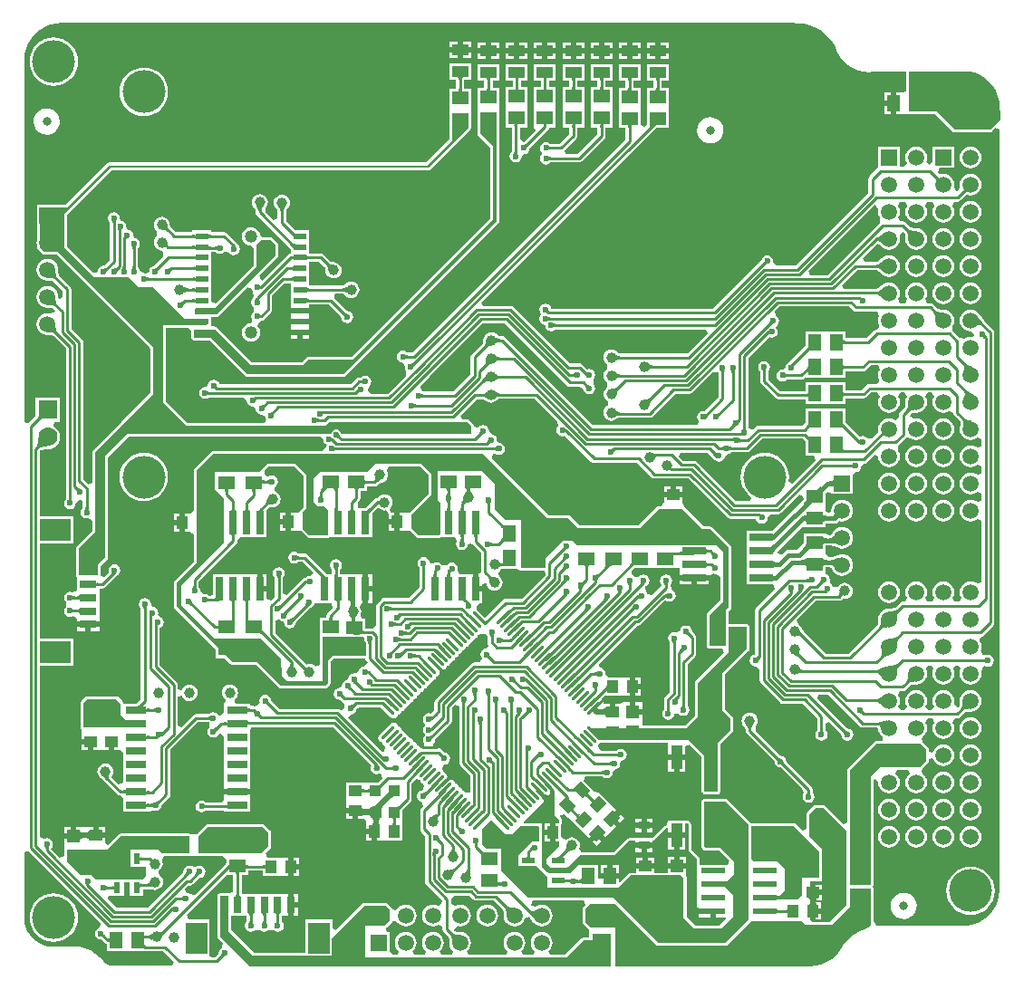
<source format=gtl>
G04*
G04 #@! TF.GenerationSoftware,Altium Limited,Altium Designer,18.1.7 (191)*
G04*
G04 Layer_Physical_Order=1*
G04 Layer_Color=255*
%FSLAX44Y44*%
%MOMM*%
G71*
G01*
G75*
%ADD10C,0.2540*%
%ADD23R,0.7000X2.2000*%
%ADD24R,3.0000X2.0000*%
%ADD25R,1.6000X0.8000*%
%ADD26R,1.5240X1.2000*%
%ADD27C,0.8128*%
%ADD29R,1.2000X1.5240*%
%ADD30R,1.2600X0.6100*%
%ADD31R,1.2000X1.2000*%
%ADD32R,1.2000X1.0500*%
%ADD33R,1.0500X1.2000*%
%ADD34R,1.1000X2.2000*%
%ADD35R,1.0500X0.8000*%
%ADD36R,2.2000X0.6000*%
G04:AMPARAMS|DCode=37|XSize=1mm|YSize=1.3mm|CornerRadius=0mm|HoleSize=0mm|Usage=FLASHONLY|Rotation=45.000|XOffset=0mm|YOffset=0mm|HoleType=Round|Shape=Rectangle|*
%AMROTATEDRECTD37*
4,1,4,0.1061,-0.8132,-0.8132,0.1061,-0.1061,0.8132,0.8132,-0.1061,0.1061,-0.8132,0.0*
%
%ADD37ROTATEDRECTD37*%

%ADD38R,1.2700X0.5080*%
G04:AMPARAMS|DCode=39|XSize=1.05mm|YSize=1.2mm|CornerRadius=0mm|HoleSize=0mm|Usage=FLASHONLY|Rotation=135.000|XOffset=0mm|YOffset=0mm|HoleType=Round|Shape=Rectangle|*
%AMROTATEDRECTD39*
4,1,4,0.7955,0.0530,-0.0530,-0.7955,-0.7955,-0.0530,0.0530,0.7955,0.7955,0.0530,0.0*
%
%ADD39ROTATEDRECTD39*%

G04:AMPARAMS|DCode=40|XSize=0.6mm|YSize=1mm|CornerRadius=0.051mm|HoleSize=0mm|Usage=FLASHONLY|Rotation=180.000|XOffset=0mm|YOffset=0mm|HoleType=Round|Shape=RoundedRectangle|*
%AMROUNDEDRECTD40*
21,1,0.6000,0.8980,0,0,180.0*
21,1,0.4980,1.0000,0,0,180.0*
1,1,0.1020,-0.2490,0.4490*
1,1,0.1020,0.2490,0.4490*
1,1,0.1020,0.2490,-0.4490*
1,1,0.1020,-0.2490,-0.4490*
%
%ADD40ROUNDEDRECTD40*%
%ADD41R,0.6000X1.0000*%
%ADD42R,2.0000X3.0000*%
%ADD43R,0.8000X1.6000*%
%ADD44R,1.9250X0.7000*%
%ADD46R,2.2000X0.7000*%
%ADD47R,1.5240X1.0160*%
%ADD48R,1.0000X1.0000*%
G04:AMPARAMS|DCode=84|XSize=0.3mm|YSize=1.75mm|CornerRadius=0mm|HoleSize=0mm|Usage=FLASHONLY|Rotation=135.000|XOffset=0mm|YOffset=0mm|HoleType=Round|Shape=Round|*
%AMOVALD84*
21,1,1.4500,0.3000,0.0000,0.0000,225.0*
1,1,0.3000,0.5127,0.5127*
1,1,0.3000,-0.5127,-0.5127*
%
%ADD84OVALD84*%

G04:AMPARAMS|DCode=85|XSize=0.3mm|YSize=1.75mm|CornerRadius=0mm|HoleSize=0mm|Usage=FLASHONLY|Rotation=225.000|XOffset=0mm|YOffset=0mm|HoleType=Round|Shape=Round|*
%AMOVALD85*
21,1,1.4500,0.3000,0.0000,0.0000,315.0*
1,1,0.3000,-0.5127,0.5127*
1,1,0.3000,0.5127,-0.5127*
%
%ADD85OVALD85*%

%ADD86C,0.3048*%
%ADD87C,0.5080*%
%ADD88C,0.4572*%
%ADD89C,1.0000*%
%ADD90C,1.5000*%
%ADD91R,1.5000X1.5000*%
%ADD92C,1.7780*%
%ADD93R,1.7780X1.7780*%
%ADD94R,1.5000X1.5000*%
%ADD95C,1.1900*%
%ADD96C,4.0000*%
%ADD97C,0.6000*%
%ADD98C,0.8000*%
G36*
X1077899Y1653455D02*
X1077683Y1653378D01*
X1077492Y1653250D01*
X1077327Y1653070D01*
X1077188Y1652838D01*
X1077073Y1652556D01*
X1076984Y1652221D01*
X1076921Y1651836D01*
X1076883Y1651399D01*
X1076870Y1650910D01*
X1074330D01*
X1074317Y1651399D01*
X1074279Y1651836D01*
X1074216Y1652221D01*
X1074127Y1652556D01*
X1074013Y1652838D01*
X1073873Y1653070D01*
X1073708Y1653250D01*
X1073517Y1653378D01*
X1073301Y1653455D01*
X1073060Y1653481D01*
X1078140D01*
X1077899Y1653455D01*
D02*
G37*
G36*
X1104299Y1653261D02*
X1104083Y1653184D01*
X1103892Y1653056D01*
X1103727Y1652876D01*
X1103587Y1652644D01*
X1103473Y1652362D01*
X1103384Y1652027D01*
X1103321Y1651642D01*
X1103283Y1651205D01*
X1103270Y1650717D01*
X1100730D01*
X1100717Y1651205D01*
X1100679Y1651642D01*
X1100616Y1652027D01*
X1100527Y1652362D01*
X1100413Y1652644D01*
X1100273Y1652876D01*
X1100108Y1653056D01*
X1099917Y1653184D01*
X1099701Y1653261D01*
X1099460Y1653287D01*
X1104540D01*
X1104299Y1653261D01*
D02*
G37*
G36*
X1262299Y1653205D02*
X1262083Y1653128D01*
X1261892Y1653000D01*
X1261727Y1652820D01*
X1261587Y1652588D01*
X1261473Y1652306D01*
X1261384Y1651971D01*
X1261321Y1651586D01*
X1261283Y1651149D01*
X1261270Y1650661D01*
X1258730D01*
X1258717Y1651149D01*
X1258679Y1651586D01*
X1258616Y1651971D01*
X1258527Y1652306D01*
X1258412Y1652588D01*
X1258273Y1652820D01*
X1258108Y1653000D01*
X1257917Y1653128D01*
X1257701Y1653205D01*
X1257460Y1653231D01*
X1262540D01*
X1262299Y1653205D01*
D02*
G37*
G36*
X1236013D02*
X1235797Y1653128D01*
X1235607Y1653000D01*
X1235441Y1652820D01*
X1235302Y1652588D01*
X1235187Y1652306D01*
X1235098Y1651971D01*
X1235035Y1651586D01*
X1234997Y1651149D01*
X1234984Y1650661D01*
X1232444D01*
X1232431Y1651149D01*
X1232393Y1651586D01*
X1232330Y1651971D01*
X1232241Y1652306D01*
X1232127Y1652588D01*
X1231987Y1652820D01*
X1231822Y1653000D01*
X1231631Y1653128D01*
X1231415Y1653205D01*
X1231174Y1653231D01*
X1236254D01*
X1236013Y1653205D01*
D02*
G37*
G36*
X1261283Y1643446D02*
X1261321Y1643009D01*
X1261384Y1642623D01*
X1261473Y1642289D01*
X1261587Y1642007D01*
X1261727Y1641775D01*
X1261892Y1641595D01*
X1262083Y1641467D01*
X1262299Y1641390D01*
X1262540Y1641364D01*
X1257460D01*
X1257701Y1641390D01*
X1257917Y1641467D01*
X1258108Y1641595D01*
X1258273Y1641775D01*
X1258412Y1642007D01*
X1258527Y1642289D01*
X1258616Y1642623D01*
X1258679Y1643009D01*
X1258717Y1643446D01*
X1258730Y1643934D01*
X1261270D01*
X1261283Y1643446D01*
D02*
G37*
G36*
X1234997D02*
X1235035Y1643009D01*
X1235098Y1642623D01*
X1235187Y1642289D01*
X1235302Y1642007D01*
X1235441Y1641775D01*
X1235607Y1641595D01*
X1235797Y1641467D01*
X1236013Y1641390D01*
X1236254Y1641364D01*
X1231174D01*
X1231415Y1641390D01*
X1231631Y1641467D01*
X1231822Y1641595D01*
X1231987Y1641775D01*
X1232127Y1642007D01*
X1232241Y1642289D01*
X1232330Y1642623D01*
X1232393Y1643009D01*
X1232431Y1643446D01*
X1232444Y1643934D01*
X1234984D01*
X1234997Y1643446D01*
D02*
G37*
G36*
X1103283Y1643237D02*
X1103321Y1642800D01*
X1103384Y1642415D01*
X1103473Y1642080D01*
X1103587Y1641798D01*
X1103727Y1641566D01*
X1103892Y1641386D01*
X1104083Y1641258D01*
X1104299Y1641181D01*
X1104540Y1641155D01*
X1099460D01*
X1099701Y1641181D01*
X1099917Y1641258D01*
X1100108Y1641386D01*
X1100273Y1641566D01*
X1100413Y1641798D01*
X1100527Y1642080D01*
X1100616Y1642415D01*
X1100679Y1642800D01*
X1100717Y1643237D01*
X1100730Y1643725D01*
X1103270D01*
X1103283Y1643237D01*
D02*
G37*
G36*
X1076883Y1642406D02*
X1076921Y1641969D01*
X1076984Y1641584D01*
X1077073Y1641250D01*
X1077188Y1640967D01*
X1077327Y1640736D01*
X1077492Y1640556D01*
X1077683Y1640427D01*
X1077899Y1640350D01*
X1078140Y1640324D01*
X1073060D01*
X1073301Y1640350D01*
X1073517Y1640427D01*
X1073708Y1640556D01*
X1073873Y1640736D01*
X1074013Y1640967D01*
X1074127Y1641250D01*
X1074216Y1641584D01*
X1074279Y1641969D01*
X1074317Y1642406D01*
X1074330Y1642895D01*
X1076870D01*
X1076883Y1642406D01*
D02*
G37*
G36*
X1258855Y1609146D02*
X1258499Y1609090D01*
X1258142Y1608998D01*
X1257784Y1608870D01*
X1257426Y1608705D01*
X1257066Y1608505D01*
X1256705Y1608268D01*
X1256344Y1607994D01*
X1255982Y1607685D01*
X1255618Y1607339D01*
X1252026D01*
X1252099Y1607426D01*
X1252164Y1607534D01*
X1252222Y1607662D01*
X1252272Y1607811D01*
X1252314Y1607981D01*
X1252349Y1608170D01*
X1252376Y1608381D01*
X1252406Y1608863D01*
X1252410Y1609135D01*
X1259210Y1609166D01*
X1258855Y1609146D01*
D02*
G37*
G36*
X1236013Y1609140D02*
X1235797Y1609063D01*
X1235607Y1608935D01*
X1235441Y1608755D01*
X1235302Y1608523D01*
X1235187Y1608241D01*
X1235098Y1607906D01*
X1235035Y1607521D01*
X1234997Y1607084D01*
X1234984Y1606595D01*
X1232444D01*
X1232431Y1607084D01*
X1232393Y1607521D01*
X1232330Y1607906D01*
X1232241Y1608241D01*
X1232127Y1608523D01*
X1231987Y1608755D01*
X1231822Y1608935D01*
X1231631Y1609063D01*
X1231415Y1609140D01*
X1231174Y1609166D01*
X1236254D01*
X1236013Y1609140D01*
D02*
G37*
G36*
X1551393Y1658957D02*
X1556479Y1657736D01*
X1561312Y1655735D01*
X1565772Y1653001D01*
X1569750Y1649604D01*
X1573147Y1645627D01*
X1575880Y1641167D01*
X1577882Y1636334D01*
X1579103Y1631248D01*
X1579473Y1626542D01*
X1579444Y1625273D01*
X1579418Y1625143D01*
X1579629Y1624082D01*
X1579852Y1622963D01*
X1579961Y1622799D01*
Y1613961D01*
X1570750Y1604750D01*
X1537500Y1604750D01*
X1520750Y1621500D01*
X1495000Y1621500D01*
X1495000Y1659272D01*
X1547392D01*
X1551393Y1658957D01*
D02*
G37*
G36*
X1083000Y1606250D02*
X1046000Y1569250D01*
X983438Y1569250D01*
X748625Y1569250D01*
X705750Y1526375D01*
X705750Y1494500D01*
X726625Y1473625D01*
X733500Y1466750D01*
X765374Y1466750D01*
X775004Y1457120D01*
X788631Y1457120D01*
X817750Y1428000D01*
X838102Y1428000D01*
X839000Y1427102D01*
X839000Y1422000D01*
X798000Y1422000D01*
Y1348927D01*
X819856Y1327500D01*
X949904Y1327500D01*
X953404Y1331000D01*
X1082642D01*
X1086142Y1327500D01*
X1086142Y1320284D01*
X964525Y1320284D01*
X964298Y1321429D01*
X963242Y1323009D01*
X961661Y1324065D01*
X959797Y1324436D01*
X957933Y1324065D01*
X956352Y1323009D01*
X955296Y1321429D01*
X955068Y1320284D01*
X764534Y1320284D01*
X743750Y1299500D01*
X743750Y1204750D01*
X737000Y1198000D01*
Y1188000D01*
X719186Y1188000D01*
Y1213436D01*
X734500Y1228750D01*
X734500Y1303250D01*
X760750Y1329500D01*
X789000Y1357750D01*
X789000Y1401250D01*
X700000Y1490250D01*
X687000Y1490250D01*
X682615Y1494635D01*
X682615Y1532000D01*
X708350D01*
X747600Y1571250D01*
X1044750D01*
X1067971Y1594471D01*
X1067971Y1616750D01*
X1083000Y1616750D01*
X1083000Y1606250D01*
D02*
G37*
G36*
X702634Y1704246D02*
Y1704246D01*
X702790Y1704245D01*
X702790Y1704245D01*
X706416Y1704245D01*
X1386862D01*
X1390263Y1703997D01*
X1390479Y1703954D01*
X1390541Y1703966D01*
X1394251Y1703779D01*
X1397089Y1703556D01*
X1402890Y1702163D01*
X1408402Y1699880D01*
X1413488Y1696763D01*
X1418025Y1692888D01*
X1421899Y1688352D01*
X1425016Y1683266D01*
X1426819Y1678912D01*
X1426819Y1678912D01*
X1426896Y1678751D01*
X1426910Y1678730D01*
X1427899Y1676737D01*
X1428480Y1675790D01*
X1430643Y1672260D01*
X1434053Y1668268D01*
X1438045Y1664857D01*
X1442522Y1662114D01*
X1447374Y1660105D01*
X1452479Y1658879D01*
X1457570Y1658478D01*
Y1658478D01*
X1461373Y1658495D01*
X1492410D01*
X1492410Y1640439D01*
X1488600Y1639160D01*
X1483130D01*
Y1629000D01*
Y1618840D01*
X1488560D01*
X1489130Y1618840D01*
X1492370D01*
X1492940Y1618840D01*
X1509450D01*
Y1618910D01*
X1519677D01*
X1535669Y1602919D01*
X1536509Y1602357D01*
X1537500Y1602160D01*
X1570750Y1602160D01*
X1571741Y1602357D01*
X1572581Y1602919D01*
X1575664Y1606002D01*
X1579184Y1604544D01*
Y898580D01*
X1579120Y898255D01*
X1579112Y897812D01*
X1579130Y895154D01*
X1579182Y894895D01*
X1579187Y894425D01*
X1579187Y894425D01*
X1579314Y892820D01*
X1578997Y888793D01*
X1577769Y883679D01*
X1575756Y878820D01*
X1573008Y874335D01*
X1569592Y870335D01*
X1565592Y866919D01*
X1561108Y864171D01*
X1556248Y862158D01*
X1553045Y861389D01*
X1549479Y860800D01*
D01*
X1545684Y860765D01*
X1468212D01*
X1465487Y860765D01*
X1464619Y860834D01*
X1463454Y861833D01*
X1461840Y864330D01*
X1461840Y894831D01*
X1461643Y895822D01*
X1461081Y896663D01*
X1460978Y897713D01*
X1461081Y897817D01*
X1461642Y898657D01*
X1461840Y899648D01*
X1461840Y997217D01*
X1462650Y997734D01*
X1466188Y995472D01*
X1466073Y994600D01*
X1466418Y991979D01*
X1467430Y989537D01*
X1469039Y987439D01*
X1471137Y985830D01*
X1473579Y984818D01*
X1476200Y984473D01*
X1478821Y984818D01*
X1481263Y985830D01*
X1483361Y987439D01*
X1484970Y989537D01*
X1485982Y991979D01*
X1486327Y994600D01*
X1485982Y997221D01*
X1484970Y999663D01*
X1483361Y1001761D01*
X1482266Y1002600D01*
X1483517Y1006410D01*
X1494283D01*
X1495534Y1002600D01*
X1494439Y1001761D01*
X1492830Y999663D01*
X1491818Y997221D01*
X1491473Y994600D01*
X1491818Y991979D01*
X1492830Y989537D01*
X1494439Y987439D01*
X1496537Y985830D01*
X1498979Y984818D01*
X1501600Y984473D01*
X1504221Y984818D01*
X1506663Y985830D01*
X1508761Y987439D01*
X1510370Y989537D01*
X1511382Y991979D01*
X1511727Y994600D01*
X1511382Y997221D01*
X1510370Y999663D01*
X1508761Y1001761D01*
X1507277Y1002899D01*
X1506987Y1004269D01*
X1506983Y1005185D01*
X1507331Y1007169D01*
X1512831Y1012669D01*
X1513393Y1013509D01*
X1513590Y1014500D01*
X1513590Y1016624D01*
X1517218Y1017379D01*
X1518230Y1014937D01*
X1519839Y1012839D01*
X1521937Y1011230D01*
X1524379Y1010218D01*
X1527000Y1009873D01*
X1529621Y1010218D01*
X1532063Y1011230D01*
X1534161Y1012839D01*
X1535770Y1014937D01*
X1536782Y1017379D01*
X1537127Y1020000D01*
X1536782Y1022621D01*
X1535770Y1025063D01*
X1534161Y1027161D01*
X1532063Y1028770D01*
X1529621Y1029782D01*
X1527000Y1030127D01*
X1524379Y1029782D01*
X1521937Y1028770D01*
X1519839Y1027161D01*
X1518230Y1025063D01*
X1517218Y1022621D01*
X1513590Y1023376D01*
X1513590Y1025750D01*
X1513393Y1026741D01*
X1512831Y1027581D01*
X1512831Y1027581D01*
X1507831Y1032581D01*
X1507454Y1032833D01*
X1507054Y1034753D01*
X1507142Y1036997D01*
X1508761Y1038239D01*
X1510370Y1040337D01*
X1511382Y1042779D01*
X1511727Y1045400D01*
X1511382Y1048021D01*
X1510370Y1050463D01*
X1510299Y1050555D01*
X1512178Y1054365D01*
X1516422D01*
X1518301Y1050555D01*
X1518230Y1050463D01*
X1517218Y1048021D01*
X1516873Y1045400D01*
X1517218Y1042779D01*
X1518230Y1040337D01*
X1519839Y1038239D01*
X1521937Y1036630D01*
X1524379Y1035618D01*
X1527000Y1035273D01*
X1529621Y1035618D01*
X1532063Y1036630D01*
X1534161Y1038239D01*
X1535770Y1040337D01*
X1536782Y1042779D01*
X1537127Y1045400D01*
X1536782Y1048021D01*
X1535770Y1050463D01*
X1535699Y1050555D01*
X1537578Y1054365D01*
X1539850D01*
X1541337Y1054661D01*
X1542597Y1055503D01*
X1546878Y1059785D01*
X1547069Y1059909D01*
X1547375Y1060061D01*
X1547784Y1060214D01*
X1548295Y1060359D01*
X1548908Y1060486D01*
X1549588Y1060584D01*
X1551345Y1060703D01*
X1552129Y1060709D01*
X1552400Y1060673D01*
X1555021Y1061018D01*
X1557463Y1062030D01*
X1559561Y1063639D01*
X1561170Y1065737D01*
X1562182Y1068179D01*
X1562527Y1070800D01*
X1562182Y1073421D01*
X1561170Y1075863D01*
X1559561Y1077961D01*
X1557463Y1079570D01*
X1555021Y1080582D01*
X1552400Y1080927D01*
X1549779Y1080582D01*
X1547337Y1079570D01*
X1545239Y1077961D01*
X1543630Y1075863D01*
X1542618Y1073421D01*
X1542273Y1070800D01*
X1542309Y1070529D01*
X1542303Y1069745D01*
X1542184Y1067988D01*
X1542086Y1067308D01*
X1541959Y1066695D01*
X1541815Y1066184D01*
X1541660Y1065775D01*
X1541509Y1065469D01*
X1541385Y1065278D01*
X1540760Y1064654D01*
X1539516Y1064823D01*
X1536782Y1068179D01*
X1537127Y1070800D01*
X1536782Y1073421D01*
X1535770Y1075863D01*
X1534161Y1077961D01*
X1532063Y1079570D01*
X1529621Y1080582D01*
X1527000Y1080927D01*
X1524379Y1080582D01*
X1521937Y1079570D01*
X1519839Y1077961D01*
X1518230Y1075863D01*
X1517218Y1073421D01*
X1516873Y1070800D01*
X1517218Y1068179D01*
X1518230Y1065737D01*
X1516192Y1062135D01*
X1512408D01*
X1510370Y1065737D01*
X1511382Y1068179D01*
X1511727Y1070800D01*
X1511382Y1073421D01*
X1510370Y1075863D01*
X1508761Y1077961D01*
X1506663Y1079570D01*
X1504221Y1080582D01*
X1501600Y1080927D01*
X1498979Y1080582D01*
X1496537Y1079570D01*
X1494439Y1077961D01*
X1492830Y1075863D01*
X1491818Y1073421D01*
X1491473Y1070800D01*
X1491818Y1068179D01*
X1492830Y1065737D01*
X1490792Y1062135D01*
X1487008D01*
X1484970Y1065737D01*
X1485982Y1068179D01*
X1486327Y1070800D01*
X1485982Y1073421D01*
X1484970Y1075863D01*
X1484823Y1076055D01*
X1486701Y1079865D01*
X1489150D01*
X1490637Y1080161D01*
X1491897Y1081003D01*
X1496078Y1085185D01*
X1496269Y1085309D01*
X1496575Y1085461D01*
X1496984Y1085614D01*
X1497495Y1085759D01*
X1498108Y1085886D01*
X1498788Y1085984D01*
X1500545Y1086103D01*
X1501329Y1086109D01*
X1501600Y1086073D01*
X1504221Y1086418D01*
X1506663Y1087430D01*
X1508761Y1089039D01*
X1510370Y1091137D01*
X1511382Y1093579D01*
X1511727Y1096200D01*
X1511382Y1098821D01*
X1510663Y1100555D01*
X1511625Y1102871D01*
X1512322Y1103764D01*
X1516278D01*
X1516975Y1102871D01*
X1517937Y1100555D01*
X1517218Y1098821D01*
X1516873Y1096200D01*
X1517218Y1093579D01*
X1518230Y1091137D01*
X1519839Y1089039D01*
X1521937Y1087430D01*
X1524379Y1086418D01*
X1527000Y1086073D01*
X1529621Y1086418D01*
X1532063Y1087430D01*
X1534161Y1089039D01*
X1535770Y1091137D01*
X1536782Y1093579D01*
X1537127Y1096200D01*
X1536782Y1098821D01*
X1536063Y1100555D01*
X1537025Y1102871D01*
X1537722Y1103764D01*
X1541678D01*
X1542375Y1102871D01*
X1543337Y1100555D01*
X1542618Y1098821D01*
X1542273Y1096200D01*
X1542618Y1093579D01*
X1543630Y1091137D01*
X1545239Y1089039D01*
X1547337Y1087430D01*
X1549779Y1086418D01*
X1552400Y1086073D01*
X1555021Y1086418D01*
X1557463Y1087430D01*
X1559561Y1089039D01*
X1561170Y1091137D01*
X1562182Y1093579D01*
X1562527Y1096200D01*
X1562182Y1098821D01*
X1564332Y1102665D01*
X1565945Y1103294D01*
X1566338Y1103031D01*
X1568500Y1102601D01*
X1570662Y1103031D01*
X1572494Y1104256D01*
X1573719Y1106088D01*
X1574149Y1108250D01*
X1573719Y1110412D01*
X1572494Y1112244D01*
X1570662Y1113469D01*
X1568500Y1113898D01*
X1566338Y1113469D01*
X1566047Y1113274D01*
X1563822Y1113734D01*
X1563121Y1114474D01*
X1561640Y1117672D01*
X1562182Y1118979D01*
X1562527Y1121600D01*
X1562182Y1124221D01*
X1561170Y1126663D01*
X1561061Y1126805D01*
X1561192Y1127939D01*
X1562749Y1130864D01*
X1562987Y1130911D01*
X1564247Y1131753D01*
X1573515Y1141021D01*
X1574357Y1142281D01*
X1574653Y1143768D01*
Y1414982D01*
X1574357Y1416469D01*
X1573515Y1417729D01*
X1565441Y1425803D01*
X1561394Y1431108D01*
X1561194Y1431405D01*
X1561170Y1431463D01*
X1561046Y1431625D01*
X1560786Y1432010D01*
X1560728Y1432068D01*
X1560691Y1432143D01*
X1560563Y1432254D01*
X1559561Y1433561D01*
X1557463Y1435170D01*
X1555021Y1436182D01*
X1552400Y1436527D01*
X1549779Y1436182D01*
X1547337Y1435170D01*
X1545239Y1433561D01*
X1543630Y1431463D01*
X1542618Y1429021D01*
X1542273Y1426400D01*
X1542618Y1423779D01*
X1543630Y1421337D01*
X1545239Y1419239D01*
X1547337Y1417630D01*
X1549779Y1416618D01*
X1552400Y1416273D01*
X1552893Y1416338D01*
X1555425Y1412829D01*
X1555054Y1411273D01*
X1554392Y1410864D01*
X1552400Y1411127D01*
X1549779Y1410782D01*
X1547337Y1409770D01*
X1547091Y1409581D01*
X1546839Y1409503D01*
X1543024Y1409730D01*
X1542129Y1410365D01*
X1536365Y1416129D01*
X1535730Y1417024D01*
X1535502Y1420839D01*
X1535581Y1421091D01*
X1535770Y1421337D01*
X1536782Y1423779D01*
X1537127Y1426400D01*
X1536782Y1429021D01*
X1535770Y1431463D01*
X1534161Y1433561D01*
X1532063Y1435170D01*
X1529621Y1436182D01*
X1527000Y1436527D01*
X1526729Y1436491D01*
X1525945Y1436497D01*
X1524188Y1436616D01*
X1523508Y1436714D01*
X1522895Y1436841D01*
X1522384Y1436985D01*
X1521975Y1437139D01*
X1521669Y1437291D01*
X1521478Y1437415D01*
X1517745Y1441149D01*
X1516485Y1441991D01*
X1514998Y1442287D01*
X1511725D01*
X1509879Y1446097D01*
X1510370Y1446737D01*
X1511382Y1449179D01*
X1511727Y1451800D01*
X1511382Y1454421D01*
X1510370Y1456863D01*
X1508761Y1458961D01*
X1506663Y1460570D01*
X1504221Y1461582D01*
X1501600Y1461927D01*
X1498979Y1461582D01*
X1496537Y1460570D01*
X1494439Y1458961D01*
X1492830Y1456863D01*
X1491818Y1454421D01*
X1491473Y1451800D01*
X1491818Y1449179D01*
X1492830Y1446737D01*
X1493321Y1446097D01*
X1491474Y1442287D01*
X1486326D01*
X1484479Y1446097D01*
X1484970Y1446737D01*
X1485982Y1449179D01*
X1486327Y1451800D01*
X1485982Y1454421D01*
X1484970Y1456863D01*
X1483361Y1458961D01*
X1481263Y1460570D01*
X1478821Y1461582D01*
X1476200Y1461927D01*
X1473579Y1461582D01*
X1471137Y1460570D01*
X1469039Y1458961D01*
X1468912Y1458795D01*
X1468452Y1458361D01*
X1467083Y1457212D01*
X1466513Y1456800D01*
X1465975Y1456456D01*
X1465498Y1456196D01*
X1465089Y1456014D01*
X1464758Y1455904D01*
X1464536Y1455858D01*
X1434043D01*
X1432585Y1459378D01*
X1446522Y1473315D01*
X1464507D01*
X1464729Y1473268D01*
X1465053Y1473159D01*
X1465451Y1472979D01*
X1465915Y1472720D01*
X1466438Y1472376D01*
X1466988Y1471965D01*
X1468315Y1470806D01*
X1468873Y1470256D01*
X1469039Y1470039D01*
X1471137Y1468430D01*
X1473579Y1467418D01*
X1476200Y1467073D01*
X1478821Y1467418D01*
X1481263Y1468430D01*
X1483361Y1470039D01*
X1484970Y1472137D01*
X1485982Y1474579D01*
X1486327Y1477200D01*
X1485982Y1479821D01*
X1484970Y1482263D01*
X1483361Y1484361D01*
X1481263Y1485970D01*
X1478821Y1486982D01*
X1476200Y1487327D01*
X1473579Y1486982D01*
X1471137Y1485970D01*
X1469039Y1484361D01*
X1468873Y1484144D01*
X1468314Y1483593D01*
X1466988Y1482435D01*
X1466438Y1482024D01*
X1465915Y1481680D01*
X1465451Y1481421D01*
X1465053Y1481241D01*
X1464729Y1481132D01*
X1464507Y1481085D01*
X1453163D01*
X1451705Y1484605D01*
X1465471Y1498371D01*
X1465919Y1498121D01*
X1466440Y1497779D01*
X1466988Y1497369D01*
X1468308Y1496214D01*
X1468871Y1495659D01*
X1469039Y1495439D01*
X1471137Y1493830D01*
X1473579Y1492818D01*
X1476200Y1492473D01*
X1478821Y1492818D01*
X1481263Y1493830D01*
X1483361Y1495439D01*
X1484970Y1497537D01*
X1485982Y1499979D01*
X1486327Y1502600D01*
X1485982Y1505221D01*
X1485932Y1505341D01*
X1488679Y1508664D01*
X1490069Y1508638D01*
X1490585Y1508122D01*
X1490709Y1507931D01*
X1490860Y1507625D01*
X1491015Y1507216D01*
X1491159Y1506705D01*
X1491286Y1506092D01*
X1491384Y1505412D01*
X1491503Y1503655D01*
X1491509Y1502871D01*
X1491473Y1502600D01*
X1491818Y1499979D01*
X1492830Y1497537D01*
X1494439Y1495439D01*
X1496537Y1493830D01*
X1498979Y1492818D01*
X1501600Y1492473D01*
X1504221Y1492818D01*
X1506663Y1493830D01*
X1508761Y1495439D01*
X1510370Y1497537D01*
X1511382Y1499979D01*
X1511727Y1502600D01*
X1511382Y1505221D01*
X1510370Y1507663D01*
X1508761Y1509761D01*
X1506663Y1511370D01*
X1504221Y1512382D01*
X1501600Y1512727D01*
X1501329Y1512691D01*
X1500545Y1512697D01*
X1498788Y1512816D01*
X1498108Y1512914D01*
X1497495Y1513041D01*
X1496984Y1513185D01*
X1496575Y1513340D01*
X1496269Y1513491D01*
X1496078Y1513615D01*
X1491947Y1517747D01*
X1490687Y1518589D01*
X1489200Y1518885D01*
X1486663D01*
X1484784Y1522695D01*
X1484970Y1522937D01*
X1485982Y1525379D01*
X1486327Y1528000D01*
X1485982Y1530621D01*
X1484970Y1533063D01*
X1484592Y1533555D01*
X1486471Y1537365D01*
X1491329D01*
X1493208Y1533555D01*
X1492830Y1533063D01*
X1491818Y1530621D01*
X1491473Y1528000D01*
X1491818Y1525379D01*
X1492830Y1522937D01*
X1494439Y1520839D01*
X1496537Y1519230D01*
X1498979Y1518218D01*
X1501600Y1517873D01*
X1504221Y1518218D01*
X1506663Y1519230D01*
X1508761Y1520839D01*
X1510370Y1522937D01*
X1511382Y1525379D01*
X1511727Y1528000D01*
X1511382Y1530621D01*
X1510370Y1533063D01*
X1509992Y1533555D01*
X1511871Y1537365D01*
X1516729D01*
X1518608Y1533555D01*
X1518230Y1533063D01*
X1517218Y1530621D01*
X1516873Y1528000D01*
X1517218Y1525379D01*
X1518230Y1522937D01*
X1519839Y1520839D01*
X1521937Y1519230D01*
X1524379Y1518218D01*
X1527000Y1517873D01*
X1529621Y1518218D01*
X1532063Y1519230D01*
X1534161Y1520839D01*
X1535770Y1522937D01*
X1536782Y1525379D01*
X1537127Y1528000D01*
X1536782Y1530621D01*
X1535770Y1533063D01*
X1535392Y1533555D01*
X1537271Y1537365D01*
X1540250D01*
X1541737Y1537661D01*
X1542997Y1538503D01*
X1548600Y1544107D01*
X1549779Y1543618D01*
X1552400Y1543273D01*
X1555021Y1543618D01*
X1557463Y1544630D01*
X1559561Y1546239D01*
X1561170Y1548337D01*
X1562182Y1550779D01*
X1562527Y1553400D01*
X1562182Y1556021D01*
X1561170Y1558463D01*
X1559561Y1560561D01*
X1557463Y1562170D01*
X1555021Y1563182D01*
X1552400Y1563527D01*
X1549779Y1563182D01*
X1547337Y1562170D01*
X1545239Y1560561D01*
X1543630Y1558463D01*
X1542618Y1556021D01*
X1542273Y1553400D01*
X1542618Y1550779D01*
X1540301Y1547428D01*
X1539317Y1547262D01*
X1539128Y1547404D01*
X1536782Y1550779D01*
X1537127Y1553400D01*
X1536782Y1556021D01*
X1535770Y1558463D01*
X1534161Y1560561D01*
X1532063Y1562170D01*
X1529621Y1563182D01*
X1527000Y1563527D01*
X1524379Y1563182D01*
X1523994Y1563022D01*
X1521743Y1565273D01*
X1523188Y1568760D01*
X1536990D01*
Y1588840D01*
X1516910D01*
Y1574790D01*
X1513726Y1571626D01*
X1513454Y1571646D01*
X1513163Y1571842D01*
X1511078Y1575446D01*
X1511382Y1576179D01*
X1511727Y1578800D01*
X1511382Y1581421D01*
X1510370Y1583863D01*
X1508761Y1585961D01*
X1506663Y1587570D01*
X1504221Y1588582D01*
X1501600Y1588927D01*
X1498979Y1588582D01*
X1496537Y1587570D01*
X1494439Y1585961D01*
X1492830Y1583863D01*
X1491818Y1581421D01*
X1491473Y1578800D01*
X1491818Y1576179D01*
X1492830Y1573737D01*
X1492862Y1573695D01*
X1490983Y1569885D01*
X1486240D01*
Y1588840D01*
X1466160D01*
Y1569186D01*
X1465503Y1568747D01*
X1458003Y1561247D01*
X1457161Y1559987D01*
X1456865Y1558500D01*
Y1545459D01*
X1388855Y1477448D01*
X1370870D01*
X1370247Y1477871D01*
X1368051Y1481258D01*
X1368148Y1481750D01*
X1367719Y1483912D01*
X1366494Y1485744D01*
X1364662Y1486969D01*
X1362500Y1487399D01*
X1360338Y1486969D01*
X1358506Y1485744D01*
X1357281Y1483912D01*
X1357079Y1482892D01*
X1311641Y1437455D01*
X1160797D01*
X1160557Y1438662D01*
X1159332Y1440494D01*
X1157500Y1441719D01*
X1155338Y1442148D01*
X1153176Y1441719D01*
X1151344Y1440494D01*
X1150119Y1438662D01*
X1149689Y1436500D01*
X1150119Y1434338D01*
X1151218Y1431791D01*
X1149994Y1429959D01*
X1149564Y1427797D01*
X1149994Y1425636D01*
X1151218Y1423803D01*
X1153051Y1422579D01*
X1154983Y1422195D01*
X1154908Y1421819D01*
X1155338Y1419658D01*
X1156562Y1417825D01*
X1158395Y1416601D01*
X1160557Y1416171D01*
X1162718Y1416601D01*
X1164551Y1417825D01*
X1164608Y1417911D01*
X1164681Y1417928D01*
X1164729Y1417935D01*
X1305463D01*
X1306921Y1414415D01*
X1287891Y1395385D01*
X1224358D01*
X1224287Y1395396D01*
X1224110Y1395443D01*
X1223908Y1395517D01*
X1223679Y1395626D01*
X1223422Y1395772D01*
X1223141Y1395962D01*
X1222837Y1396198D01*
X1222512Y1396481D01*
X1222195Y1396790D01*
X1222128Y1396878D01*
X1220553Y1398086D01*
X1218718Y1398846D01*
X1216750Y1399105D01*
X1214782Y1398846D01*
X1212947Y1398086D01*
X1211372Y1396878D01*
X1210164Y1395302D01*
X1209404Y1393468D01*
X1209145Y1391500D01*
X1209404Y1389532D01*
X1210164Y1387697D01*
X1211372Y1386122D01*
X1212784Y1385039D01*
X1213058Y1383219D01*
X1213086Y1382789D01*
X1212859Y1380827D01*
X1211622Y1379878D01*
X1210414Y1378302D01*
X1209654Y1376468D01*
X1209395Y1374500D01*
X1209654Y1372532D01*
X1210414Y1370697D01*
X1211622Y1369122D01*
X1212947Y1368106D01*
X1213197Y1366221D01*
Y1365780D01*
X1212947Y1363894D01*
X1211622Y1362878D01*
X1210414Y1361302D01*
X1209654Y1359468D01*
X1209395Y1357500D01*
X1209654Y1355532D01*
X1210414Y1353698D01*
X1211622Y1352122D01*
X1213197Y1350914D01*
X1213318Y1350864D01*
Y1346740D01*
X1212947Y1346586D01*
X1211372Y1345378D01*
X1210164Y1343802D01*
X1209404Y1341968D01*
X1209145Y1340000D01*
X1209404Y1338032D01*
X1210164Y1336198D01*
X1211372Y1334622D01*
X1212947Y1333414D01*
X1214782Y1332654D01*
X1216750Y1332395D01*
X1218718Y1332654D01*
X1220553Y1333414D01*
X1221076Y1333815D01*
X1221274Y1333906D01*
X1221729Y1334235D01*
X1222579Y1334775D01*
X1222911Y1334954D01*
X1223238Y1335107D01*
X1223530Y1335222D01*
X1223784Y1335303D01*
X1224001Y1335354D01*
X1224080Y1335365D01*
X1252750D01*
X1254237Y1335661D01*
X1255497Y1336503D01*
X1276655Y1357661D01*
X1290079D01*
X1291565Y1357957D01*
X1292826Y1358799D01*
X1312220Y1378193D01*
X1316514Y1377779D01*
X1316865Y1377451D01*
Y1354859D01*
X1303513Y1341506D01*
X1303477Y1341504D01*
X1302750Y1341649D01*
X1300588Y1341219D01*
X1298756Y1339994D01*
X1297531Y1338162D01*
X1297101Y1336000D01*
X1297531Y1333838D01*
X1298602Y1332236D01*
X1298336Y1331003D01*
X1297256Y1328426D01*
X1199138D01*
X1117113Y1410451D01*
X1115852Y1411293D01*
X1114366Y1411589D01*
X1112358D01*
X1112287Y1411600D01*
X1112110Y1411647D01*
X1111908Y1411721D01*
X1111678Y1411830D01*
X1111423Y1411976D01*
X1111141Y1412166D01*
X1110837Y1412402D01*
X1110512Y1412685D01*
X1110195Y1412994D01*
X1110128Y1413082D01*
X1108552Y1414290D01*
X1106718Y1415050D01*
X1104750Y1415309D01*
X1102782Y1415050D01*
X1100947Y1414290D01*
X1099372Y1413082D01*
X1098164Y1411507D01*
X1097404Y1409672D01*
X1097145Y1407704D01*
X1097159Y1407594D01*
X1097153Y1407152D01*
X1097124Y1406722D01*
X1097075Y1406340D01*
X1097011Y1406007D01*
X1096933Y1405721D01*
X1096848Y1405484D01*
X1096758Y1405288D01*
X1096666Y1405130D01*
X1096623Y1405071D01*
X1086327Y1394775D01*
X1085485Y1393515D01*
X1085189Y1392028D01*
Y1375753D01*
X1069071Y1359635D01*
X1041215D01*
X1041167Y1359642D01*
X1041094Y1359658D01*
X1041036Y1359744D01*
X1039290Y1360911D01*
X1039202Y1360974D01*
X1038069Y1365079D01*
X1046906Y1373916D01*
X1047025Y1374094D01*
X1096411Y1423479D01*
X1117404D01*
X1175407Y1365477D01*
X1176667Y1364635D01*
X1178154Y1364339D01*
X1186965D01*
X1190351Y1363000D01*
X1190781Y1360838D01*
X1192006Y1359006D01*
X1193838Y1357781D01*
X1196000Y1357352D01*
X1198162Y1357781D01*
X1199994Y1359006D01*
X1201219Y1360838D01*
X1201648Y1363000D01*
X1201219Y1365162D01*
X1199994Y1366994D01*
Y1371256D01*
X1201219Y1373088D01*
X1201648Y1375250D01*
X1201219Y1377412D01*
X1199994Y1379244D01*
X1198162Y1380469D01*
X1196000Y1380898D01*
X1194245Y1380549D01*
X1190048Y1384747D01*
X1188787Y1385589D01*
X1187301Y1385885D01*
X1178200D01*
X1125338Y1438747D01*
X1124077Y1439589D01*
X1122591Y1439885D01*
X1096839D01*
X1095381Y1443405D01*
X1257861Y1605884D01*
X1257967Y1605975D01*
X1258199Y1606150D01*
X1258410Y1606289D01*
X1258598Y1606394D01*
X1258763Y1606470D01*
X1258904Y1606520D01*
X1259025Y1606551D01*
X1259111Y1606565D01*
X1270160D01*
Y1623075D01*
X1270160Y1623645D01*
Y1626885D01*
X1270160Y1627455D01*
Y1643965D01*
X1263885D01*
Y1650630D01*
X1270160D01*
Y1665870D01*
X1249840D01*
Y1650630D01*
X1256115D01*
Y1643965D01*
X1249840D01*
Y1627455D01*
X1249840Y1626885D01*
Y1623645D01*
X1249840Y1623075D01*
Y1609518D01*
X1248682Y1608499D01*
X1247438Y1607678D01*
X1243874Y1609365D01*
Y1623075D01*
X1243874Y1623645D01*
Y1626885D01*
X1243874Y1627455D01*
Y1643965D01*
X1237599D01*
Y1650630D01*
X1243874D01*
Y1665870D01*
X1223554D01*
Y1650630D01*
X1229829D01*
Y1643965D01*
X1223554D01*
Y1627455D01*
X1223554Y1626885D01*
Y1623645D01*
X1223554Y1623075D01*
Y1606565D01*
X1229829D01*
Y1594947D01*
X1031267Y1396385D01*
X1026172D01*
X1026124Y1396392D01*
X1026051Y1396408D01*
X1025994Y1396494D01*
X1024162Y1397719D01*
X1022000Y1398148D01*
X1019838Y1397719D01*
X1018006Y1396494D01*
X1016781Y1394662D01*
X1016351Y1392500D01*
X1016781Y1390338D01*
X1018006Y1388506D01*
X1019838Y1387281D01*
X1020908Y1387069D01*
X1022368Y1386107D01*
X1023751Y1383315D01*
X1023652Y1382818D01*
X1024082Y1380656D01*
X1025306Y1378823D01*
X1024542Y1374752D01*
X1007608Y1357819D01*
X991487D01*
X989298Y1360948D01*
X990071Y1364546D01*
X990814Y1365043D01*
X992038Y1366875D01*
X992468Y1369037D01*
X992038Y1371198D01*
X990814Y1373031D01*
X988981Y1374255D01*
X986820Y1374685D01*
X984658Y1374255D01*
X982825Y1373031D01*
X982768Y1372945D01*
X982695Y1372928D01*
X982647Y1372921D01*
X981217D01*
X979731Y1372626D01*
X978471Y1371783D01*
X973142Y1366455D01*
X850769D01*
X850548Y1367563D01*
X849324Y1369396D01*
X847491Y1370620D01*
X845329Y1371050D01*
X843168Y1370620D01*
X841335Y1369396D01*
X840111Y1367563D01*
X840049Y1367250D01*
X839656Y1365390D01*
X837160Y1364236D01*
X834998Y1363806D01*
X833166Y1362581D01*
X831941Y1360749D01*
X831512Y1358587D01*
X831941Y1356425D01*
X833166Y1354593D01*
X834998Y1353369D01*
X837160Y1352939D01*
X839322Y1353369D01*
X840396Y1354086D01*
X840602Y1354185D01*
X840699Y1354256D01*
X840713Y1354265D01*
X840739Y1354279D01*
X840782Y1354297D01*
X840843Y1354317D01*
X840926Y1354339D01*
X840996Y1354352D01*
X841147Y1354367D01*
X872716D01*
X876030Y1351500D01*
X876460Y1349338D01*
X877684Y1347506D01*
X879517Y1346281D01*
X881678Y1345851D01*
X884329Y1344016D01*
X884582Y1342840D01*
X884781Y1341838D01*
X886006Y1340006D01*
X887838Y1338781D01*
X890000Y1338351D01*
X892794Y1337151D01*
X893455Y1335450D01*
X893576Y1334838D01*
X894203Y1333900D01*
X893096Y1330831D01*
X892516Y1330090D01*
X820914Y1330090D01*
X800590Y1350014D01*
Y1419410D01*
X820806Y1419410D01*
X820886Y1419393D01*
X821357Y1419207D01*
X824410Y1415600D01*
X824410Y1411148D01*
X824607Y1410157D01*
X825169Y1409317D01*
X826067Y1408419D01*
X826907Y1407857D01*
X827898Y1407660D01*
X841677Y1407660D01*
X874919Y1374419D01*
X875759Y1373857D01*
X876750Y1373660D01*
X966250Y1373660D01*
X967241Y1373857D01*
X968081Y1374419D01*
X1111331Y1517669D01*
X1111893Y1518509D01*
X1112090Y1519500D01*
X1112090Y1606356D01*
X1112160D01*
Y1622866D01*
X1112160Y1623436D01*
Y1626676D01*
X1112160Y1627246D01*
Y1643756D01*
X1105885D01*
Y1650686D01*
X1112160D01*
Y1665926D01*
X1091840D01*
Y1650686D01*
X1098115D01*
Y1643756D01*
X1091840D01*
Y1627246D01*
X1091840Y1626676D01*
Y1623436D01*
X1091840Y1622866D01*
Y1617904D01*
X1091660Y1617000D01*
X1091660Y1601000D01*
X1091857Y1600009D01*
X1092419Y1599169D01*
X1103910Y1587677D01*
X1103910Y1521573D01*
X974927Y1392590D01*
X934500Y1392590D01*
X933509Y1392393D01*
X932669Y1391831D01*
X927677Y1386840D01*
X880814D01*
X847822Y1419831D01*
X846982Y1420393D01*
X845991Y1420590D01*
X842940D01*
Y1429410D01*
X848000D01*
X848991Y1429607D01*
X849831Y1430169D01*
X876746Y1457083D01*
X876900Y1457080D01*
X880633Y1455583D01*
X880781Y1454838D01*
X882006Y1453006D01*
X882411Y1448630D01*
X882115Y1447143D01*
Y1447067D01*
X882006Y1446994D01*
X880781Y1445162D01*
X880351Y1443000D01*
X880781Y1440838D01*
X882006Y1439006D01*
X882588Y1438617D01*
X882655Y1438435D01*
Y1434565D01*
X882588Y1434383D01*
X882006Y1433994D01*
X880781Y1432162D01*
X880351Y1430000D01*
X880781Y1427838D01*
X881173Y1427252D01*
X880565Y1425338D01*
X879437Y1423489D01*
X877784Y1423271D01*
X875718Y1422416D01*
X873945Y1421055D01*
X872584Y1419282D01*
X871729Y1417216D01*
X871437Y1415000D01*
X871729Y1412784D01*
X872584Y1410718D01*
X873945Y1408945D01*
X875718Y1407584D01*
X877784Y1406729D01*
X880000Y1406437D01*
X882216Y1406729D01*
X884282Y1407584D01*
X886055Y1408945D01*
X887416Y1410718D01*
X888271Y1412784D01*
X888563Y1415000D01*
X888271Y1417216D01*
X887416Y1419282D01*
X886330Y1420697D01*
X886645Y1422434D01*
X887602Y1424670D01*
X888162Y1424781D01*
X889994Y1426006D01*
X890146Y1426233D01*
X891040Y1426411D01*
X892300Y1427253D01*
X898795Y1433748D01*
X899637Y1435008D01*
X899933Y1436495D01*
Y1449476D01*
X911572Y1461115D01*
X917060D01*
Y1449410D01*
Y1439410D01*
Y1437540D01*
X925900D01*
X934740D01*
Y1441115D01*
X952955D01*
X964303Y1429768D01*
X964332Y1429729D01*
X964372Y1429666D01*
X964352Y1429564D01*
X964781Y1427403D01*
X966006Y1425570D01*
X967838Y1424346D01*
X970000Y1423916D01*
X972162Y1424346D01*
X973994Y1425570D01*
X975219Y1427403D01*
X975648Y1429564D01*
X975219Y1431726D01*
X973994Y1433559D01*
X972162Y1434783D01*
X970000Y1435213D01*
X969899Y1435193D01*
X969836Y1435233D01*
X969796Y1435262D01*
X957753Y1447305D01*
X958049Y1449116D01*
X959128Y1451115D01*
X966142D01*
X966213Y1451104D01*
X966390Y1451057D01*
X966592Y1450983D01*
X966821Y1450874D01*
X967077Y1450728D01*
X967359Y1450538D01*
X967663Y1450302D01*
X967988Y1450019D01*
X968305Y1449710D01*
X968372Y1449622D01*
X969948Y1448414D01*
X971782Y1447654D01*
X973750Y1447395D01*
X975718Y1447654D01*
X977552Y1448414D01*
X979128Y1449622D01*
X980336Y1451198D01*
X981096Y1453032D01*
X981355Y1455000D01*
X981096Y1456968D01*
X980336Y1458802D01*
X979128Y1460378D01*
X977552Y1461586D01*
X975718Y1462346D01*
X973750Y1462605D01*
X971782Y1462346D01*
X969948Y1461586D01*
X968372Y1460378D01*
X968305Y1460290D01*
X967988Y1459982D01*
X967663Y1459698D01*
X967359Y1459462D01*
X967077Y1459272D01*
X966821Y1459126D01*
X966592Y1459017D01*
X966390Y1458943D01*
X966213Y1458896D01*
X966142Y1458885D01*
X934740D01*
Y1469410D01*
Y1481115D01*
X943891D01*
X949123Y1475883D01*
X949166Y1475824D01*
X949258Y1475666D01*
X949348Y1475470D01*
X949434Y1475232D01*
X949511Y1474947D01*
X949575Y1474614D01*
X949624Y1474233D01*
X949653Y1473802D01*
X949659Y1473360D01*
X949645Y1473250D01*
X949904Y1471282D01*
X950664Y1469447D01*
X951872Y1467872D01*
X953447Y1466664D01*
X955282Y1465904D01*
X957250Y1465645D01*
X959218Y1465904D01*
X961052Y1466664D01*
X962628Y1467872D01*
X963836Y1469447D01*
X964596Y1471282D01*
X964855Y1473250D01*
X964596Y1475218D01*
X963836Y1477052D01*
X962628Y1478628D01*
X961052Y1479836D01*
X959218Y1480596D01*
X957250Y1480855D01*
X957140Y1480841D01*
X956698Y1480847D01*
X956268Y1480876D01*
X955886Y1480925D01*
X955553Y1480989D01*
X955268Y1481067D01*
X955030Y1481152D01*
X954834Y1481242D01*
X954676Y1481334D01*
X954617Y1481377D01*
X948247Y1487747D01*
X946987Y1488589D01*
X945500Y1488885D01*
X934740D01*
Y1499410D01*
Y1510590D01*
X921783D01*
X921226Y1511068D01*
X912885Y1519409D01*
Y1528642D01*
X912896Y1528713D01*
X912943Y1528890D01*
X913017Y1529092D01*
X913126Y1529321D01*
X913272Y1529577D01*
X913462Y1529859D01*
X913698Y1530163D01*
X913981Y1530488D01*
X914290Y1530805D01*
X914378Y1530872D01*
X915586Y1532448D01*
X916346Y1534282D01*
X916605Y1536250D01*
X916346Y1538218D01*
X915586Y1540052D01*
X914378Y1541628D01*
X912803Y1542836D01*
X910968Y1543596D01*
X909000Y1543855D01*
X907032Y1543596D01*
X905198Y1542836D01*
X903622Y1541628D01*
X902414Y1540052D01*
X901654Y1538218D01*
X901395Y1536250D01*
X901654Y1534282D01*
X902414Y1532448D01*
X903622Y1530872D01*
X903710Y1530805D01*
X904019Y1530488D01*
X904302Y1530163D01*
X904538Y1529859D01*
X904728Y1529577D01*
X904874Y1529321D01*
X904983Y1529092D01*
X905057Y1528890D01*
X905104Y1528713D01*
X905115Y1528642D01*
Y1521630D01*
X901305Y1520052D01*
X893663Y1527694D01*
X893628Y1531373D01*
X894836Y1532948D01*
X895596Y1534782D01*
X895855Y1536750D01*
X895596Y1538718D01*
X894836Y1540553D01*
X893628Y1542128D01*
X892053Y1543336D01*
X890218Y1544096D01*
X888250Y1544355D01*
X886282Y1544096D01*
X884447Y1543336D01*
X882872Y1542128D01*
X881664Y1540553D01*
X880904Y1538718D01*
X880645Y1536750D01*
X880904Y1534782D01*
X881664Y1532948D01*
X882872Y1531372D01*
X882960Y1531305D01*
X883269Y1530988D01*
X883552Y1530663D01*
X883788Y1530359D01*
X883978Y1530077D01*
X884125Y1529821D01*
X884233Y1529592D01*
X884307Y1529390D01*
X884354Y1529213D01*
X884365Y1529142D01*
Y1527613D01*
X884661Y1526127D01*
X885503Y1524866D01*
X916492Y1493878D01*
X916637Y1493712D01*
X916859Y1493429D01*
X917015Y1493199D01*
X917060Y1493120D01*
Y1488747D01*
X916263Y1488589D01*
X915003Y1487747D01*
X890953Y1463696D01*
X889133Y1464082D01*
X887900Y1468238D01*
X904831Y1485169D01*
X905393Y1486009D01*
X905590Y1487000D01*
X905590Y1497000D01*
X905393Y1497991D01*
X904831Y1498831D01*
X900192Y1503470D01*
X899352Y1504032D01*
X898361Y1504229D01*
X892305D01*
X889092Y1504891D01*
X888271Y1507216D01*
X887416Y1509282D01*
X886055Y1511055D01*
X884282Y1512416D01*
X882216Y1513271D01*
X880000Y1513563D01*
X877784Y1513271D01*
X875718Y1512416D01*
X873945Y1511055D01*
X872584Y1509282D01*
X871729Y1507216D01*
X871437Y1505000D01*
X871729Y1502784D01*
X872584Y1500718D01*
X873945Y1498945D01*
X875718Y1497584D01*
X877784Y1496729D01*
X880000Y1496437D01*
X882410Y1492911D01*
X882410Y1478073D01*
X846750Y1442412D01*
X842940Y1443991D01*
Y1449410D01*
Y1459410D01*
Y1469410D01*
Y1479410D01*
Y1490115D01*
X846828D01*
X846876Y1490108D01*
X846948Y1490092D01*
X847006Y1490006D01*
X848838Y1488781D01*
X851000Y1488351D01*
X853162Y1488781D01*
X854994Y1490006D01*
X855049Y1490088D01*
X856155Y1490311D01*
X859419Y1489884D01*
X860006Y1489006D01*
X861838Y1487781D01*
X864000Y1487352D01*
X866162Y1487781D01*
X867994Y1489006D01*
X869219Y1490838D01*
X869649Y1493000D01*
X869219Y1495162D01*
X867994Y1496994D01*
X867651Y1497223D01*
X867638Y1497240D01*
X867589Y1497487D01*
X866747Y1498747D01*
X857747Y1507747D01*
X856487Y1508589D01*
X855000Y1508885D01*
X842940D01*
Y1510590D01*
X825260D01*
Y1508885D01*
X809859D01*
X805194Y1513550D01*
X805146Y1513613D01*
X805031Y1513801D01*
X804909Y1514037D01*
X804787Y1514322D01*
X804667Y1514658D01*
X804562Y1515016D01*
X804351Y1515994D01*
X804267Y1516546D01*
X804189Y1516762D01*
X804096Y1517468D01*
X803336Y1519303D01*
X802128Y1520878D01*
X800553Y1522086D01*
X798718Y1522846D01*
X796750Y1523105D01*
X794782Y1522846D01*
X792947Y1522086D01*
X791372Y1520878D01*
X790164Y1519303D01*
X789404Y1517468D01*
X789145Y1515500D01*
X789404Y1513532D01*
X790164Y1511698D01*
X791372Y1510122D01*
X792147Y1509528D01*
X792497Y1507870D01*
Y1506780D01*
X792147Y1505122D01*
X791372Y1504528D01*
X790164Y1502953D01*
X789404Y1501118D01*
X789145Y1499150D01*
X789404Y1497182D01*
X790164Y1495347D01*
X791372Y1493772D01*
X792947Y1492564D01*
X794782Y1491804D01*
X796750Y1491545D01*
X797752Y1490726D01*
X797834Y1490617D01*
X798075Y1485827D01*
X789749Y1477501D01*
X789533Y1477332D01*
X789455Y1477279D01*
X789367Y1477227D01*
X789294Y1477189D01*
X789238Y1477164D01*
X789199Y1477150D01*
X789081Y1477116D01*
X788955Y1477052D01*
X788338Y1476929D01*
X786506Y1475705D01*
X785281Y1473872D01*
X785108Y1472999D01*
X783359Y1471196D01*
X781216Y1470456D01*
X780250Y1470648D01*
X780064Y1470612D01*
X777314Y1471436D01*
X776062Y1473404D01*
X775968Y1473872D01*
X774744Y1475705D01*
X774689Y1475742D01*
X774677Y1475788D01*
X774659Y1475877D01*
X774635Y1476119D01*
Y1493578D01*
X774642Y1493626D01*
X774658Y1493698D01*
X774744Y1493756D01*
X775969Y1495588D01*
X776398Y1497750D01*
X775969Y1499912D01*
X774744Y1501744D01*
X772912Y1502968D01*
X770749Y1503401D01*
X769915Y1507117D01*
X769754Y1507924D01*
X768530Y1509756D01*
X766697Y1510981D01*
X764535Y1511413D01*
X763700Y1515129D01*
X763540Y1515936D01*
X762316Y1517768D01*
X760483Y1518993D01*
X758321Y1519425D01*
X757486Y1523141D01*
X757326Y1523948D01*
X756101Y1525780D01*
X754269Y1527005D01*
X752107Y1527435D01*
X749946Y1527005D01*
X748113Y1525780D01*
X746889Y1523948D01*
X746459Y1521786D01*
X746889Y1519624D01*
X748113Y1517792D01*
X748190Y1517740D01*
X748206Y1517667D01*
X748214Y1517619D01*
Y1511196D01*
X748223Y1511152D01*
Y1482927D01*
X742704Y1477408D01*
X742664Y1477379D01*
X742601Y1477339D01*
X742500Y1477359D01*
X740338Y1476929D01*
X738506Y1475705D01*
X737281Y1473872D01*
X736974Y1472327D01*
X735053Y1471246D01*
X733157Y1470756D01*
X728456Y1475456D01*
X708340Y1495573D01*
X708340Y1525302D01*
X749698Y1566660D01*
X983438Y1566660D01*
X1046000Y1566660D01*
X1046991Y1566857D01*
X1047831Y1567419D01*
X1084831Y1604419D01*
X1085393Y1605259D01*
X1085446Y1605525D01*
X1085760D01*
Y1622035D01*
X1085760Y1622605D01*
Y1625845D01*
X1085760Y1626415D01*
Y1642925D01*
X1079485D01*
Y1650880D01*
X1085760D01*
Y1666120D01*
X1065440D01*
Y1650880D01*
X1071715D01*
Y1642925D01*
X1065440D01*
Y1626415D01*
X1065440Y1625845D01*
Y1622605D01*
X1065440Y1622035D01*
Y1617046D01*
X1065381Y1616750D01*
X1065381Y1595544D01*
X1043677Y1573840D01*
X747600D01*
X746609Y1573643D01*
X745769Y1573081D01*
X707277Y1534590D01*
X700040D01*
Y1534590D01*
X679960D01*
Y1514510D01*
X680026D01*
X680025Y1500306D01*
X679873Y1499150D01*
X680025Y1497994D01*
Y1494635D01*
X680223Y1493643D01*
X680784Y1492803D01*
X685169Y1488419D01*
X685169Y1488419D01*
X686009Y1487857D01*
X687000Y1487660D01*
X698927Y1487660D01*
X786410Y1400177D01*
X786410Y1358822D01*
X758919Y1331331D01*
X732669Y1305081D01*
X732107Y1304241D01*
X731910Y1303250D01*
Y1274642D01*
X728100Y1273064D01*
X723555Y1277609D01*
Y1405492D01*
X723260Y1406979D01*
X722418Y1408239D01*
X712203Y1418454D01*
Y1455432D01*
X711907Y1456919D01*
X711065Y1458179D01*
X701015Y1468228D01*
X700891Y1468419D01*
X700740Y1468725D01*
X700585Y1469134D01*
X700441Y1469645D01*
X700314Y1470258D01*
X700216Y1470938D01*
X700097Y1472695D01*
X700091Y1473479D01*
X700127Y1473750D01*
X699782Y1476371D01*
X698770Y1478813D01*
X697161Y1480911D01*
X695063Y1482520D01*
X692621Y1483532D01*
X690000Y1483877D01*
X687379Y1483532D01*
X684937Y1482520D01*
X682839Y1480911D01*
X681230Y1478813D01*
X680218Y1476371D01*
X679873Y1473750D01*
X680218Y1471129D01*
X681230Y1468687D01*
X682839Y1466589D01*
X684937Y1464980D01*
X687379Y1463968D01*
X690000Y1463623D01*
X690271Y1463659D01*
X691055Y1463653D01*
X692812Y1463534D01*
X693492Y1463436D01*
X694105Y1463309D01*
X694616Y1463165D01*
X695025Y1463011D01*
X695331Y1462859D01*
X695522Y1462735D01*
X704433Y1453823D01*
Y1447817D01*
X701252Y1446304D01*
X700116Y1447017D01*
X700097Y1447295D01*
X700091Y1448079D01*
X700127Y1448350D01*
X699782Y1450971D01*
X698770Y1453413D01*
X697161Y1455511D01*
X695063Y1457120D01*
X692621Y1458132D01*
X690000Y1458477D01*
X687379Y1458132D01*
X684937Y1457120D01*
X682839Y1455511D01*
X681230Y1453413D01*
X680218Y1450971D01*
X679873Y1448350D01*
X680218Y1445729D01*
X681230Y1443287D01*
X682839Y1441189D01*
X684937Y1439580D01*
X687379Y1438568D01*
X690000Y1438223D01*
X690271Y1438259D01*
X691055Y1438253D01*
X692812Y1438134D01*
X693492Y1438036D01*
X694105Y1437909D01*
X694616Y1437765D01*
X695025Y1437610D01*
X695331Y1437459D01*
X695522Y1437335D01*
X697555Y1435301D01*
X697619Y1435161D01*
X697499Y1434654D01*
X697138Y1434219D01*
X693083Y1432540D01*
X692621Y1432732D01*
X690000Y1433077D01*
X687379Y1432732D01*
X684937Y1431720D01*
X682839Y1430111D01*
X681230Y1428013D01*
X680218Y1425571D01*
X679873Y1422950D01*
X680218Y1420329D01*
X681230Y1417887D01*
X682839Y1415789D01*
X684937Y1414180D01*
X687379Y1413168D01*
X690000Y1412823D01*
X690271Y1412859D01*
X691055Y1412853D01*
X692812Y1412734D01*
X693492Y1412636D01*
X694105Y1412509D01*
X694616Y1412365D01*
X695025Y1412211D01*
X695331Y1412059D01*
X695522Y1411935D01*
X707150Y1400306D01*
Y1259734D01*
X707143Y1259686D01*
X707126Y1259613D01*
X707041Y1259555D01*
X705816Y1257723D01*
X705386Y1255561D01*
X705816Y1253400D01*
X707041Y1251567D01*
X708873Y1250343D01*
X711035Y1249913D01*
X713196Y1250343D01*
X715029Y1251567D01*
X716253Y1253400D01*
X716683Y1255561D01*
X719966Y1258381D01*
X721734Y1258210D01*
X722615Y1256937D01*
Y1250922D01*
X722608Y1250874D01*
X722592Y1250802D01*
X722506Y1250744D01*
X721281Y1248912D01*
X720852Y1246750D01*
X721281Y1244588D01*
X722506Y1242756D01*
X724338Y1241532D01*
X726500Y1241102D01*
X728100Y1241420D01*
X729738Y1240732D01*
X731910Y1239120D01*
Y1229823D01*
X717355Y1215267D01*
X716794Y1214427D01*
X716596Y1213436D01*
Y1188000D01*
X716794Y1187009D01*
X717340Y1186191D01*
Y1174069D01*
X714998Y1172545D01*
X713530Y1172222D01*
X713162Y1172468D01*
X711000Y1172898D01*
X708838Y1172468D01*
X707006Y1171244D01*
X705781Y1169412D01*
X705351Y1167250D01*
X705781Y1165088D01*
X707006Y1163256D01*
X707078Y1163207D01*
Y1158793D01*
X707006Y1158744D01*
X705781Y1156912D01*
X705351Y1154750D01*
X705781Y1152588D01*
X707006Y1150756D01*
X708838Y1149531D01*
X711000Y1149101D01*
X713162Y1149531D01*
X713530Y1149778D01*
X717043Y1148194D01*
X717340Y1147931D01*
Y1144640D01*
X727880D01*
X738420D01*
Y1148060D01*
Y1160560D01*
Y1175715D01*
X741600D01*
X743087Y1176011D01*
X744347Y1176853D01*
X755247Y1187753D01*
X755295Y1187825D01*
X755692Y1188220D01*
X756494Y1188756D01*
X757719Y1190588D01*
X758148Y1192750D01*
X757719Y1194912D01*
X756494Y1196744D01*
X754662Y1197969D01*
X752500Y1198399D01*
X750338Y1197969D01*
X748506Y1196744D01*
X747281Y1194912D01*
X746852Y1192750D01*
X747250Y1190744D01*
X743218Y1186712D01*
X740701Y1187606D01*
X739590Y1188472D01*
Y1196927D01*
X745581Y1202919D01*
X746143Y1203759D01*
X746340Y1204750D01*
X746340Y1298427D01*
X765607Y1317694D01*
X944263Y1317694D01*
X947601Y1314950D01*
X948031Y1312788D01*
X949256Y1310956D01*
X950970Y1309810D01*
X950078Y1308475D01*
X949648Y1306314D01*
X946206Y1304090D01*
X844750D01*
X843759Y1303893D01*
X842919Y1303331D01*
X827169Y1287581D01*
X826607Y1286741D01*
X826410Y1285750D01*
X826410Y1248159D01*
X823540Y1245890D01*
X822600Y1245890D01*
X818290D01*
Y1237350D01*
Y1228810D01*
X822600D01*
X826410Y1226541D01*
X826410Y1200823D01*
X808669Y1183081D01*
X808107Y1182241D01*
X807910Y1181250D01*
Y1159000D01*
X808107Y1158009D01*
X808669Y1157169D01*
X847101Y1118736D01*
Y1110686D01*
X855152D01*
X860419Y1105419D01*
X861259Y1104857D01*
X862250Y1104660D01*
X884427D01*
X906046Y1083041D01*
X906887Y1082480D01*
X907878Y1082283D01*
X949250Y1082282D01*
X950241Y1082480D01*
X951081Y1083041D01*
X953553Y1085513D01*
X954115Y1086353D01*
X954312Y1087344D01*
X954312Y1107020D01*
X957490Y1110199D01*
X966090Y1110199D01*
Y1110050D01*
X986410D01*
X988003Y1107787D01*
X988003Y1107786D01*
X989004Y1106785D01*
X987127Y1103274D01*
X986500Y1103399D01*
X984338Y1102969D01*
X982506Y1101744D01*
X981282Y1099912D01*
X981101Y1099006D01*
X979738Y1097305D01*
X977253Y1096311D01*
X976548Y1096452D01*
X974386Y1096022D01*
X972553Y1094797D01*
X971329Y1092965D01*
X970899Y1090803D01*
X968338Y1089718D01*
X966506Y1088494D01*
X965281Y1086662D01*
X964852Y1084500D01*
X964866Y1084425D01*
X963250Y1082809D01*
X961088Y1082379D01*
X959256Y1081154D01*
X958031Y1079322D01*
X957601Y1077160D01*
X958031Y1074999D01*
X959256Y1073166D01*
X961088Y1071942D01*
X963250Y1071512D01*
X963351Y1071532D01*
X963414Y1071492D01*
X963454Y1071463D01*
X964698Y1070219D01*
X965958Y1069377D01*
X966008Y1069367D01*
X967731Y1066749D01*
X967245Y1063790D01*
X964460Y1062421D01*
X963605Y1062151D01*
X962475Y1062907D01*
X960988Y1063203D01*
X906601D01*
X899197Y1070606D01*
X899168Y1070646D01*
X899128Y1070708D01*
X899148Y1070810D01*
X898718Y1072971D01*
X897494Y1074804D01*
X895662Y1076029D01*
X893500Y1076459D01*
X891338Y1076029D01*
X889506Y1074804D01*
X888281Y1072971D01*
X887851Y1070810D01*
X888281Y1068648D01*
X885377Y1066138D01*
X883800Y1065769D01*
X882313Y1066065D01*
X879285D01*
Y1068220D01*
X865837D01*
X864902Y1070319D01*
X864780Y1072030D01*
X865878Y1072872D01*
X867086Y1074447D01*
X867846Y1076282D01*
X868105Y1078250D01*
X867846Y1080218D01*
X867086Y1082053D01*
X865878Y1083628D01*
X864303Y1084836D01*
X862468Y1085596D01*
X860500Y1085855D01*
X858532Y1085596D01*
X856697Y1084836D01*
X855122Y1083628D01*
X853914Y1082053D01*
X853154Y1080218D01*
X852895Y1078250D01*
X853154Y1076282D01*
X853914Y1074447D01*
X855122Y1072872D01*
X856220Y1072030D01*
X856098Y1070319D01*
X855163Y1068220D01*
X854955D01*
Y1059905D01*
X851201Y1056516D01*
X850253Y1056611D01*
X850219Y1056662D01*
X848994Y1058494D01*
X847162Y1059719D01*
X845000Y1060148D01*
X842838Y1059719D01*
X841006Y1058494D01*
X840948Y1058408D01*
X840875Y1058392D01*
X840828Y1058385D01*
X828857D01*
X827370Y1058089D01*
X826110Y1057247D01*
X815162Y1046300D01*
X811642Y1047757D01*
Y1074804D01*
X815452Y1075562D01*
X815914Y1074447D01*
X817122Y1072872D01*
X818698Y1071664D01*
X820532Y1070904D01*
X822500Y1070645D01*
X824468Y1070904D01*
X826302Y1071664D01*
X827878Y1072872D01*
X829086Y1074447D01*
X829846Y1076282D01*
X830105Y1078250D01*
X829846Y1080218D01*
X829086Y1082053D01*
X827878Y1083628D01*
X826302Y1084836D01*
X824468Y1085596D01*
X822500Y1085855D01*
X820532Y1085596D01*
X818698Y1084836D01*
X817122Y1083628D01*
X815914Y1082053D01*
X815452Y1080938D01*
X811642Y1081696D01*
Y1085563D01*
X811347Y1087050D01*
X810505Y1088310D01*
X794703Y1104112D01*
Y1138688D01*
X795160Y1138779D01*
X796992Y1140004D01*
X798217Y1141836D01*
X798647Y1143998D01*
X798217Y1146159D01*
X796992Y1147992D01*
X796236Y1148497D01*
X793228Y1150831D01*
X793649Y1153000D01*
X793219Y1155162D01*
X791994Y1156994D01*
X790162Y1158219D01*
X788000Y1158649D01*
X786648Y1161000D01*
X786218Y1163162D01*
X784994Y1164994D01*
X783162Y1166218D01*
X781000Y1166648D01*
X778838Y1166218D01*
X777006Y1164994D01*
X775781Y1163162D01*
X775351Y1161000D01*
X775781Y1158838D01*
X777006Y1157006D01*
X777092Y1156948D01*
X777108Y1156876D01*
X777115Y1156828D01*
Y1071909D01*
X774105Y1068899D01*
X773998Y1068807D01*
X773765Y1068631D01*
X773553Y1068492D01*
X773365Y1068387D01*
X773202Y1068312D01*
X773063Y1068262D01*
X772946Y1068232D01*
X772867Y1068220D01*
X761090D01*
Y1068340D01*
X760893Y1069331D01*
X760331Y1070171D01*
X756171Y1074331D01*
X755331Y1074893D01*
X754340Y1075090D01*
X727414Y1075090D01*
X726423Y1074893D01*
X725582Y1074331D01*
X721451Y1070200D01*
X720890Y1069360D01*
X720693Y1068369D01*
Y1045865D01*
X720693Y1045717D01*
X720693Y1045717D01*
X720890Y1044726D01*
X721451Y1043886D01*
X721870Y1040259D01*
X721870Y1039370D01*
Y1035010D01*
X730410D01*
Y1032470D01*
X732950D01*
Y1024679D01*
X737400D01*
X741210Y1024679D01*
X742760Y1024679D01*
X747210D01*
Y1032469D01*
X752290D01*
Y1024679D01*
X756905D01*
X758290Y1024679D01*
X760715Y1021874D01*
X760715Y1018040D01*
X760715Y1014230D01*
X760715Y1005340D01*
X760715Y1001530D01*
X760715Y994167D01*
X756941Y992552D01*
X749956Y999538D01*
X750017Y999657D01*
X750816Y1000697D01*
X751576Y1002532D01*
X751835Y1004500D01*
X751576Y1006468D01*
X750816Y1008303D01*
X749608Y1009878D01*
X748033Y1011086D01*
X746198Y1011846D01*
X744230Y1012105D01*
X742262Y1011846D01*
X740427Y1011086D01*
X738852Y1009878D01*
X737644Y1008303D01*
X736884Y1006468D01*
X736625Y1004500D01*
X736884Y1002532D01*
X737644Y1000697D01*
X738852Y999122D01*
X739598Y998550D01*
X739673Y998449D01*
X743575Y994932D01*
X755273Y983233D01*
X756533Y982391D01*
X758020Y982096D01*
X758217D01*
X760715Y979320D01*
Y967240D01*
X785045D01*
Y967240D01*
X788855Y968071D01*
X788869Y968062D01*
X791030Y967632D01*
X793192Y968062D01*
X795024Y969286D01*
X796249Y971119D01*
X796679Y973280D01*
X796659Y973382D01*
X796698Y973444D01*
X796728Y973484D01*
X803565Y980321D01*
X804407Y981581D01*
X804703Y983068D01*
Y1024852D01*
X830466Y1050615D01*
X840828D01*
X840876Y1050608D01*
X840948Y1050592D01*
X841006Y1050506D01*
X841009Y1050504D01*
Y1046056D01*
X841006Y1046054D01*
X839781Y1044221D01*
X839352Y1042060D01*
X839781Y1039898D01*
X841006Y1038066D01*
X842838Y1036841D01*
X845000Y1036411D01*
X847162Y1036841D01*
X848994Y1038066D01*
X850219Y1039898D01*
X851145Y1040227D01*
X851668Y1040145D01*
X854955Y1037537D01*
X854955Y1030740D01*
X854955Y1026930D01*
X854955Y1018040D01*
X854955Y1014230D01*
X854955Y1005340D01*
X854955Y1001530D01*
X854955Y992640D01*
X854955Y988830D01*
Y988520D01*
X879285D01*
Y992020D01*
X879285Y995830D01*
X879285Y1004720D01*
X879285Y1008530D01*
X879285Y1017420D01*
X879285Y1021230D01*
X879285Y1030120D01*
X879285Y1033930D01*
X879285Y1042820D01*
X880528Y1046115D01*
X956484D01*
X992554Y1010045D01*
X992330Y1009711D01*
X992273Y1009425D01*
X992013Y1009036D01*
X991718Y1007549D01*
X992013Y1006063D01*
X992273Y1005674D01*
X992330Y1005388D01*
X993555Y1003555D01*
X995387Y1002331D01*
X997549Y1001901D01*
X999710Y1002331D01*
X1000621Y1002939D01*
X1001535Y1002667D01*
X1002925Y998669D01*
X999168Y994911D01*
X998763Y994535D01*
X998458Y994290D01*
X988960D01*
Y994290D01*
X986040Y994290D01*
Y994290D01*
X968960D01*
Y979600D01*
X968960Y978710D01*
Y975790D01*
X968960Y974900D01*
Y970540D01*
X977500D01*
Y968000D01*
X980040D01*
Y960210D01*
X985650D01*
X985882Y960210D01*
X987362Y957693D01*
X987683Y957081D01*
X987683Y956136D01*
Y951146D01*
X995473D01*
Y948606D01*
X998013D01*
Y940066D01*
X1002373D01*
X1003263Y940066D01*
X1006183D01*
X1007073Y940066D01*
X1021763D01*
Y955492D01*
X1021763Y957146D01*
X1021763D01*
X1021540Y959210D01*
X1021540D01*
Y968703D01*
X1022066Y969323D01*
X1028997Y976253D01*
X1029839Y977513D01*
X1030135Y979000D01*
Y993576D01*
X1034313Y997754D01*
X1035646Y997623D01*
X1036982Y996730D01*
X1038071Y996513D01*
X1038288Y995423D01*
X1039181Y994087D01*
X1040517Y993194D01*
X1040797Y993138D01*
X1041844Y990628D01*
X1039805Y987046D01*
X1038678Y986822D01*
X1036845Y985597D01*
X1035621Y983765D01*
X1035191Y981603D01*
X1035621Y979442D01*
X1036845Y977609D01*
X1038678Y976385D01*
X1039381Y976245D01*
X1040880Y972433D01*
X1040881Y972357D01*
X1039193Y970669D01*
X1038351Y969409D01*
X1038055Y967922D01*
Y950810D01*
X1038351Y949323D01*
X1039193Y948063D01*
X1042729Y944527D01*
Y932765D01*
X1042642Y932328D01*
Y901765D01*
X1042938Y900279D01*
X1043780Y899018D01*
X1058683Y884116D01*
X1058341Y880670D01*
X1055025Y878869D01*
X1052821Y879782D01*
X1050200Y880127D01*
X1047579Y879782D01*
X1045137Y878770D01*
X1043039Y877161D01*
X1041430Y875063D01*
X1040418Y872621D01*
X1040073Y870000D01*
X1040418Y867379D01*
X1041430Y864937D01*
X1043039Y862839D01*
X1045137Y861230D01*
X1047579Y860218D01*
X1050200Y859873D01*
X1052821Y860218D01*
X1055263Y861230D01*
X1055305Y861262D01*
X1059115Y859383D01*
Y857200D01*
X1059411Y855713D01*
X1060253Y854453D01*
X1064585Y850122D01*
X1064709Y849931D01*
X1064861Y849625D01*
X1065015Y849216D01*
X1065159Y848705D01*
X1065286Y848092D01*
X1065384Y847412D01*
X1065503Y845655D01*
X1065509Y844871D01*
X1065473Y844600D01*
X1065818Y841979D01*
X1066830Y839537D01*
X1068439Y837439D01*
X1069143Y836900D01*
X1067849Y833090D01*
X1057951D01*
X1056657Y836900D01*
X1057361Y837439D01*
X1058970Y839537D01*
X1059982Y841979D01*
X1060327Y844600D01*
X1059982Y847221D01*
X1058970Y849663D01*
X1057361Y851761D01*
X1055263Y853370D01*
X1052821Y854382D01*
X1050200Y854727D01*
X1047579Y854382D01*
X1045137Y853370D01*
X1043039Y851761D01*
X1041430Y849663D01*
X1040418Y847221D01*
X1040073Y844600D01*
X1040418Y841979D01*
X1041430Y839537D01*
X1043039Y837439D01*
X1043743Y836900D01*
X1042449Y833090D01*
X1032551D01*
X1031257Y836900D01*
X1031961Y837439D01*
X1033570Y839537D01*
X1034582Y841979D01*
X1034927Y844600D01*
X1034582Y847221D01*
X1033570Y849663D01*
X1031961Y851761D01*
X1029863Y853370D01*
X1027421Y854382D01*
X1024800Y854727D01*
X1022179Y854382D01*
X1019737Y853370D01*
X1017639Y851761D01*
X1016030Y849663D01*
X1015018Y847221D01*
X1014673Y844600D01*
X1015018Y841979D01*
X1016030Y839537D01*
X1017639Y837439D01*
X1018343Y836900D01*
X1017049Y833090D01*
X1012641D01*
X1009440Y836900D01*
Y854640D01*
X1007138D01*
X1006558Y856393D01*
X1006504Y858450D01*
X1006831Y858669D01*
X1011331Y863169D01*
X1011893Y864009D01*
X1012022Y864658D01*
X1012380Y864855D01*
X1016030Y864937D01*
X1017639Y862839D01*
X1019737Y861230D01*
X1022179Y860218D01*
X1024800Y859873D01*
X1027421Y860218D01*
X1029863Y861230D01*
X1031961Y862839D01*
X1033570Y864937D01*
X1034582Y867379D01*
X1034927Y870000D01*
X1034582Y872621D01*
X1033570Y875063D01*
X1031961Y877161D01*
X1029863Y878770D01*
X1027421Y879782D01*
X1024800Y880127D01*
X1022179Y879782D01*
X1019737Y878770D01*
X1017639Y877161D01*
X1016030Y875063D01*
X1015900Y874749D01*
X1012090Y875507D01*
Y875579D01*
X1011893Y876570D01*
X1011331Y877410D01*
X1007406Y881335D01*
X1007406Y881335D01*
X1006566Y881896D01*
X1005575Y882094D01*
X986254Y882093D01*
X985263Y881896D01*
X984422Y881335D01*
X959560Y856472D01*
X956040Y857931D01*
Y866540D01*
X930960D01*
Y835340D01*
X883085D01*
X861590Y856810D01*
X861590Y869460D01*
X876115D01*
Y864672D01*
X876108Y864624D01*
X876092Y864551D01*
X876006Y864494D01*
X874781Y862661D01*
X874352Y860500D01*
X874781Y858338D01*
X876006Y856506D01*
X877838Y855281D01*
X880000Y854851D01*
X882162Y855281D01*
X883994Y856506D01*
X884043Y856578D01*
X888457D01*
X888506Y856506D01*
X890338Y855281D01*
X892500Y854851D01*
X894662Y855281D01*
X896494Y856506D01*
X896543Y856578D01*
X900957D01*
X901006Y856506D01*
X902838Y855281D01*
X905000Y854851D01*
X907162Y855281D01*
X908994Y856506D01*
X910219Y858338D01*
X910648Y860500D01*
X910219Y862661D01*
X908994Y864494D01*
X908908Y864551D01*
X908892Y864624D01*
X908885Y864672D01*
Y869460D01*
X914960D01*
Y880000D01*
Y890540D01*
X871385D01*
Y907750D01*
X877660D01*
Y911955D01*
X890960D01*
Y907300D01*
X905650D01*
X906540Y907300D01*
X909460D01*
X910350Y907300D01*
X914710D01*
Y915840D01*
Y924380D01*
X910350D01*
X909460Y924380D01*
X906540D01*
X905650Y924380D01*
X895094D01*
X893516Y928190D01*
X897831Y932505D01*
X898393Y933346D01*
X898590Y934337D01*
X898590Y948000D01*
X898393Y948991D01*
X897831Y949831D01*
X892831Y954831D01*
X891991Y955393D01*
X891000Y955590D01*
X840025Y955590D01*
X839531Y955491D01*
X839040Y955395D01*
X839037Y955393D01*
X839034Y955393D01*
X838614Y955112D01*
X838198Y954836D01*
X829423Y946105D01*
X829422Y946102D01*
X829419Y946100D01*
X829292Y945910D01*
X828620Y945910D01*
X825380D01*
X824463Y945910D01*
X823741Y946393D01*
X822750Y946590D01*
X802840Y946590D01*
X758640Y946590D01*
X757649Y946393D01*
X756809Y945831D01*
X746758Y935780D01*
X743676Y937859D01*
X743540Y938150D01*
Y942460D01*
X735000D01*
Y945000D01*
X732460D01*
Y952790D01*
X731533D01*
X727744Y952840D01*
X727193D01*
D01*
X721807Y952840D01*
Y952840D01*
X721807Y952840D01*
X716540D01*
Y944300D01*
X714000D01*
Y941760D01*
X705460D01*
Y938050D01*
X705460Y934240D01*
X705410Y931750D01*
X705410Y930451D01*
X705410Y925615D01*
X701600Y924037D01*
X695693Y929945D01*
X693244Y932616D01*
X694469Y934448D01*
X694899Y936610D01*
X694469Y938772D01*
X693244Y940604D01*
X691412Y941829D01*
X689250Y942259D01*
X687088Y941829D01*
X686527Y941453D01*
X682719Y943139D01*
X682717Y943141D01*
X682717Y1103560D01*
X714420D01*
Y1128640D01*
X682717D01*
X682717Y1218060D01*
X714420D01*
Y1243140D01*
X682717D01*
Y1304207D01*
X683210Y1304700D01*
X683216Y1304705D01*
X683483Y1304872D01*
X683880Y1305057D01*
X684411Y1305244D01*
X685074Y1305416D01*
X685864Y1305565D01*
X686749Y1305680D01*
X688974Y1305814D01*
X689953Y1305819D01*
X690316Y1305771D01*
X693300Y1306164D01*
X696080Y1307316D01*
X698468Y1309148D01*
X700300Y1311536D01*
X701452Y1314316D01*
X701845Y1317300D01*
X701452Y1320284D01*
X700300Y1323064D01*
X698468Y1325452D01*
X696080Y1327284D01*
X695656Y1327460D01*
X696413Y1331270D01*
X701746D01*
Y1354130D01*
X678886D01*
Y1337529D01*
X678867Y1337433D01*
X678886Y1337336D01*
Y1336861D01*
X678351Y1336228D01*
X672235Y1330112D01*
X670329Y1330443D01*
X668425Y1331500D01*
Y1668399D01*
X668466Y1668607D01*
X668458Y1668684D01*
X668425Y1669377D01*
X668409Y1669454D01*
X668833Y1674840D01*
X670113Y1680169D01*
X672210Y1685232D01*
X675073Y1689905D01*
X678632Y1694072D01*
X682799Y1697631D01*
X687472Y1700494D01*
X692535Y1702591D01*
X697864Y1703871D01*
X702634Y1704246D01*
X702634Y1704246D01*
D02*
G37*
G36*
X891326Y1532743D02*
X890947Y1532309D01*
X890613Y1531877D01*
X890323Y1531448D01*
X890078Y1531020D01*
X889877Y1530595D01*
X889721Y1530171D01*
X889609Y1529750D01*
X889542Y1529331D01*
X889520Y1528914D01*
X886980D01*
X886958Y1529331D01*
X886891Y1529750D01*
X886779Y1530171D01*
X886623Y1530595D01*
X886423Y1531020D01*
X886177Y1531448D01*
X885887Y1531877D01*
X885553Y1532309D01*
X885174Y1532743D01*
X884750Y1533179D01*
X891750D01*
X891326Y1532743D01*
D02*
G37*
G36*
X912076Y1532243D02*
X911697Y1531809D01*
X911363Y1531377D01*
X911073Y1530948D01*
X910827Y1530520D01*
X910627Y1530095D01*
X910471Y1529671D01*
X910359Y1529250D01*
X910292Y1528831D01*
X910270Y1528414D01*
X907730D01*
X907708Y1528831D01*
X907641Y1529250D01*
X907529Y1529671D01*
X907373Y1530095D01*
X907172Y1530520D01*
X906927Y1530948D01*
X906637Y1531377D01*
X906303Y1531809D01*
X905924Y1532243D01*
X905500Y1532679D01*
X912500D01*
X912076Y1532243D01*
D02*
G37*
G36*
X754201Y1519637D02*
X754043Y1519468D01*
X753901Y1519283D01*
X753776Y1519083D01*
X753668Y1518868D01*
X753577Y1518638D01*
X753502Y1518394D01*
X753443Y1518134D01*
X753402Y1517859D01*
X753377Y1517569D01*
X753369Y1517264D01*
X750828Y1517272D01*
X750820Y1517577D01*
X750795Y1517867D01*
X750754Y1518142D01*
X750696Y1518402D01*
X750622Y1518647D01*
X750531Y1518878D01*
X750423Y1519093D01*
X750299Y1519294D01*
X750158Y1519479D01*
X750001Y1519650D01*
X754201Y1519637D01*
D02*
G37*
G36*
X801802Y1515526D02*
X802050Y1514376D01*
X802203Y1513857D01*
X802375Y1513376D01*
X802565Y1512932D01*
X802775Y1512525D01*
X803003Y1512156D01*
X803250Y1511824D01*
X803517Y1511529D01*
X801986Y1509468D01*
X801664Y1509756D01*
X801314Y1510004D01*
X800936Y1510213D01*
X800530Y1510381D01*
X800096Y1510510D01*
X799634Y1510599D01*
X799145Y1510648D01*
X798626Y1510658D01*
X798081Y1510628D01*
X797507Y1510558D01*
X801707Y1516158D01*
X801802Y1515526D01*
D02*
G37*
G36*
X759279Y1510931D02*
X759090Y1510851D01*
X758921Y1510746D01*
X758772Y1510614D01*
X758643Y1510457D01*
X758534Y1510274D01*
X758444Y1510066D01*
X758375Y1509832D01*
X758325Y1509572D01*
X758295Y1509286D01*
X758285Y1508974D01*
X755745Y1510437D01*
X755743Y1510760D01*
X755663Y1512057D01*
X755633Y1512252D01*
X755560Y1512579D01*
X755517Y1512710D01*
X759279Y1510931D01*
D02*
G37*
G36*
X919342Y1509272D02*
X920330Y1508425D01*
X920757Y1508122D01*
X921139Y1507899D01*
X921475Y1507756D01*
X921767Y1507694D01*
X922014Y1507712D01*
X922216Y1507811D01*
X922373Y1507989D01*
X919661Y1503577D01*
X919764Y1503810D01*
X919803Y1504071D01*
X919779Y1504360D01*
X919691Y1504677D01*
X919540Y1505022D01*
X919326Y1505395D01*
X919048Y1505797D01*
X918707Y1506226D01*
X918303Y1506684D01*
X917834Y1507169D01*
X918781Y1509816D01*
X919342Y1509272D01*
D02*
G37*
G36*
X764091Y1502795D02*
X763959Y1502801D01*
X763815Y1502780D01*
X763659Y1502733D01*
X763492Y1502660D01*
X763312Y1502561D01*
X763121Y1502435D01*
X762918Y1502283D01*
X762477Y1501900D01*
X762239Y1501669D01*
X760443Y1503465D01*
X760674Y1503704D01*
X761057Y1504145D01*
X761209Y1504348D01*
X761335Y1504539D01*
X761434Y1504718D01*
X761507Y1504886D01*
X761554Y1505041D01*
X761575Y1505185D01*
X761569Y1505318D01*
X764091Y1502795D01*
D02*
G37*
G36*
X1494499Y1511553D02*
X1494983Y1511238D01*
X1495541Y1510962D01*
X1496173Y1510723D01*
X1496880Y1510524D01*
X1497660Y1510362D01*
X1498515Y1510239D01*
X1500448Y1510108D01*
X1501525Y1510100D01*
X1494100Y1502675D01*
X1494092Y1503752D01*
X1493961Y1505685D01*
X1493838Y1506540D01*
X1493676Y1507320D01*
X1493477Y1508027D01*
X1493238Y1508659D01*
X1492962Y1509217D01*
X1492647Y1509701D01*
X1492293Y1510111D01*
X1494089Y1511907D01*
X1494499Y1511553D01*
D02*
G37*
G36*
X840365Y1507299D02*
X840442Y1507083D01*
X840570Y1506892D01*
X840750Y1506727D01*
X840982Y1506588D01*
X841264Y1506473D01*
X841599Y1506384D01*
X841984Y1506321D01*
X842421Y1506283D01*
X842909Y1506270D01*
Y1503730D01*
X842421Y1503717D01*
X841984Y1503679D01*
X841599Y1503616D01*
X841264Y1503527D01*
X840982Y1503412D01*
X840750Y1503273D01*
X840570Y1503108D01*
X840442Y1502917D01*
X840365Y1502701D01*
X840339Y1502460D01*
Y1507540D01*
X840365Y1507299D01*
D02*
G37*
G36*
X827861Y1502460D02*
X827835Y1502701D01*
X827758Y1502917D01*
X827630Y1503108D01*
X827450Y1503273D01*
X827218Y1503412D01*
X826936Y1503527D01*
X826601Y1503616D01*
X826216Y1503679D01*
X825779Y1503717D01*
X825291Y1503730D01*
Y1506270D01*
X825779Y1506283D01*
X826216Y1506321D01*
X826601Y1506384D01*
X826936Y1506473D01*
X827218Y1506588D01*
X827450Y1506727D01*
X827630Y1506892D01*
X827758Y1507083D01*
X827835Y1507299D01*
X827861Y1507540D01*
Y1502460D01*
D02*
G37*
G36*
X1470836Y1497358D02*
X1470072Y1498112D01*
X1468618Y1499384D01*
X1467928Y1499900D01*
X1467263Y1500337D01*
X1466623Y1500694D01*
X1466007Y1500972D01*
X1465416Y1501171D01*
X1464850Y1501290D01*
X1464308Y1501330D01*
Y1503870D01*
X1464850Y1503910D01*
X1465416Y1504029D01*
X1466007Y1504227D01*
X1466623Y1504506D01*
X1467263Y1504863D01*
X1467928Y1505300D01*
X1468618Y1505816D01*
X1469333Y1506412D01*
X1470836Y1507842D01*
Y1497358D01*
D02*
G37*
G36*
X865774Y1495419D02*
X861900Y1495142D01*
X862000Y1495264D01*
X862064Y1495397D01*
X862092Y1495543D01*
X862085Y1495701D01*
X862042Y1495871D01*
X861964Y1496054D01*
X861850Y1496250D01*
X861701Y1496457D01*
X861516Y1496677D01*
X861295Y1496909D01*
X863625Y1498171D01*
X865774Y1495419D01*
D02*
G37*
G36*
X801754Y1498689D02*
X801796Y1498406D01*
X801874Y1498116D01*
X801987Y1497819D01*
X802134Y1497516D01*
X802317Y1497206D01*
X802535Y1496889D01*
X802787Y1496565D01*
X803075Y1496235D01*
X803398Y1495898D01*
X801602Y1494102D01*
X801345Y1494340D01*
X801090Y1494540D01*
X800838Y1494701D01*
X800586Y1494823D01*
X800337Y1494907D01*
X800090Y1494952D01*
X799844Y1494959D01*
X799601Y1494927D01*
X799359Y1494856D01*
X799118Y1494747D01*
X801747Y1498965D01*
X801754Y1498689D01*
D02*
G37*
G36*
X772692Y1495437D02*
X772551Y1495252D01*
X772427Y1495052D01*
X772319Y1494837D01*
X772227Y1494607D01*
X772153Y1494362D01*
X772095Y1494102D01*
X772053Y1493827D01*
X772028Y1493537D01*
X772020Y1493232D01*
X769480D01*
X769472Y1493537D01*
X769447Y1493827D01*
X769405Y1494102D01*
X769347Y1494362D01*
X769273Y1494607D01*
X769181Y1494837D01*
X769073Y1495052D01*
X768949Y1495252D01*
X768808Y1495437D01*
X768650Y1495608D01*
X772850D01*
X772692Y1495437D01*
D02*
G37*
G36*
X918447Y1499230D02*
X919491Y1498327D01*
X919932Y1498010D01*
X920318Y1497783D01*
X920650Y1497645D01*
X920928Y1497597D01*
X921151Y1497638D01*
X921321Y1497769D01*
X921436Y1497989D01*
X919661Y1492641D01*
X919722Y1492915D01*
X919729Y1493209D01*
X919681Y1493521D01*
X919580Y1493852D01*
X919424Y1494202D01*
X919215Y1494570D01*
X918951Y1494958D01*
X918633Y1495364D01*
X918261Y1495789D01*
X917834Y1496233D01*
X917844Y1499816D01*
X918447Y1499230D01*
D02*
G37*
G36*
X827861Y1492460D02*
X827835Y1492701D01*
X827758Y1492917D01*
X827630Y1493108D01*
X827450Y1493273D01*
X827218Y1493412D01*
X826936Y1493527D01*
X826601Y1493616D01*
X826216Y1493679D01*
X825779Y1493717D01*
X825291Y1493730D01*
Y1496270D01*
X825779Y1496283D01*
X826216Y1496321D01*
X826601Y1496384D01*
X826936Y1496473D01*
X827218Y1496588D01*
X827450Y1496727D01*
X827630Y1496892D01*
X827758Y1497083D01*
X827835Y1497299D01*
X827861Y1497540D01*
Y1492460D01*
D02*
G37*
G36*
X840366Y1496299D02*
X840444Y1496083D01*
X840574Y1495892D01*
X840754Y1495727D01*
X840986Y1495587D01*
X841268Y1495473D01*
X841602Y1495384D01*
X841987Y1495321D01*
X842423Y1495283D01*
X842909Y1495270D01*
Y1492730D01*
X842427Y1492722D01*
X841614Y1492663D01*
X841284Y1492610D01*
X841004Y1492543D01*
X840776Y1492460D01*
X840598Y1492363D01*
X840471Y1492250D01*
X840395Y1492123D01*
X840369Y1491980D01*
X840339Y1496540D01*
X840366Y1496299D01*
D02*
G37*
G36*
X848858Y1491900D02*
X848687Y1492058D01*
X848502Y1492199D01*
X848302Y1492323D01*
X848087Y1492431D01*
X847857Y1492522D01*
X847612Y1492597D01*
X847352Y1492655D01*
X847077Y1492697D01*
X846787Y1492722D01*
X846482Y1492730D01*
Y1495270D01*
X846787Y1495278D01*
X847077Y1495303D01*
X847352Y1495345D01*
X847612Y1495403D01*
X847857Y1495477D01*
X848087Y1495569D01*
X848302Y1495677D01*
X848502Y1495801D01*
X848687Y1495942D01*
X848858Y1496100D01*
Y1491900D01*
D02*
G37*
G36*
X919661Y1483120D02*
X919642Y1483235D01*
X919585Y1483339D01*
X919489Y1483431D01*
X919355Y1483510D01*
X919183Y1483577D01*
X918973Y1483632D01*
X918725Y1483675D01*
X918438Y1483706D01*
X917750Y1483730D01*
Y1486270D01*
X918113Y1486276D01*
X918725Y1486325D01*
X918973Y1486368D01*
X919183Y1486423D01*
X919355Y1486490D01*
X919489Y1486569D01*
X919585Y1486661D01*
X919642Y1486765D01*
X919661Y1486880D01*
Y1483120D01*
D02*
G37*
G36*
X932165Y1487299D02*
X932242Y1487083D01*
X932370Y1486892D01*
X932550Y1486727D01*
X932782Y1486588D01*
X933064Y1486473D01*
X933399Y1486384D01*
X933784Y1486321D01*
X934221Y1486283D01*
X934709Y1486270D01*
Y1483730D01*
X934221Y1483717D01*
X933784Y1483679D01*
X933399Y1483616D01*
X933064Y1483527D01*
X932782Y1483412D01*
X932550Y1483273D01*
X932370Y1483108D01*
X932242Y1482917D01*
X932165Y1482701D01*
X932139Y1482460D01*
Y1487540D01*
X932165Y1487299D01*
D02*
G37*
G36*
X827861Y1482460D02*
X827835Y1482701D01*
X827758Y1482917D01*
X827630Y1483108D01*
X827450Y1483273D01*
X827218Y1483412D01*
X826936Y1483527D01*
X826601Y1483616D01*
X826216Y1483679D01*
X825779Y1483717D01*
X825291Y1483730D01*
Y1486270D01*
X825779Y1486283D01*
X826216Y1486321D01*
X826601Y1486384D01*
X826936Y1486473D01*
X827218Y1486588D01*
X827450Y1486727D01*
X827630Y1486892D01*
X827758Y1487083D01*
X827835Y1487299D01*
X827861Y1487540D01*
Y1482460D01*
D02*
G37*
G36*
X806382Y1474007D02*
X806159Y1473775D01*
X805787Y1473329D01*
X805639Y1473116D01*
X805516Y1472909D01*
X805418Y1472709D01*
X805345Y1472516D01*
X805298Y1472329D01*
X805275Y1472148D01*
X805278Y1471974D01*
X802552Y1474699D01*
X802727Y1474697D01*
X802907Y1474719D01*
X803094Y1474767D01*
X803288Y1474840D01*
X803488Y1474938D01*
X803694Y1475061D01*
X803907Y1475209D01*
X804127Y1475382D01*
X804586Y1475804D01*
X806382Y1474007D01*
D02*
G37*
G36*
X762612Y1476152D02*
X762678Y1475497D01*
X762736Y1475201D01*
X762811Y1474924D01*
X762902Y1474669D01*
X763010Y1474434D01*
X763135Y1474220D01*
X763276Y1474026D01*
X763433Y1473853D01*
X759233D01*
X759391Y1474026D01*
X759532Y1474220D01*
X759657Y1474434D01*
X759764Y1474669D01*
X759856Y1474924D01*
X759930Y1475201D01*
X759989Y1475497D01*
X760030Y1475814D01*
X760055Y1476152D01*
X760063Y1476511D01*
X762603D01*
X762612Y1476152D01*
D02*
G37*
G36*
X772028D02*
X772095Y1475497D01*
X772153Y1475201D01*
X772227Y1474924D01*
X772319Y1474669D01*
X772427Y1474434D01*
X772551Y1474220D01*
X772692Y1474026D01*
X772850Y1473853D01*
X768650Y1473853D01*
X768808Y1474026D01*
X768949Y1474220D01*
X769073Y1474434D01*
X769181Y1474669D01*
X769273Y1474924D01*
X769347Y1475201D01*
X769405Y1475497D01*
X769447Y1475814D01*
X769472Y1476152D01*
X769480Y1476511D01*
X772020D01*
X772028Y1476152D01*
D02*
G37*
G36*
X952918Y1479410D02*
X953261Y1479161D01*
X953638Y1478942D01*
X954048Y1478753D01*
X954491Y1478594D01*
X954966Y1478465D01*
X955475Y1478366D01*
X956017Y1478297D01*
X956592Y1478259D01*
X957200Y1478250D01*
X952250Y1473300D01*
X952242Y1473908D01*
X952203Y1474483D01*
X952134Y1475025D01*
X952035Y1475534D01*
X951906Y1476010D01*
X951747Y1476452D01*
X951558Y1476862D01*
X951339Y1477239D01*
X951090Y1477582D01*
X950811Y1477893D01*
X952607Y1479689D01*
X952918Y1479410D01*
D02*
G37*
G36*
X794235Y1474697D02*
X794024Y1474473D01*
X793842Y1474249D01*
X793687Y1474025D01*
X793561Y1473802D01*
X793464Y1473580D01*
X793394Y1473359D01*
X793353Y1473138D01*
X793340Y1472918D01*
X793356Y1472699D01*
X793400Y1472480D01*
X789789Y1474625D01*
X789996Y1474684D01*
X790205Y1474760D01*
X790416Y1474853D01*
X790627Y1474963D01*
X790841Y1475090D01*
X791055Y1475234D01*
X791488Y1475573D01*
X791706Y1475768D01*
X791926Y1475980D01*
X794235Y1474697D01*
D02*
G37*
G36*
X919661Y1472460D02*
X919635Y1472701D01*
X919558Y1472917D01*
X919430Y1473108D01*
X919250Y1473273D01*
X919018Y1473412D01*
X918736Y1473527D01*
X918401Y1473616D01*
X918016Y1473679D01*
X917579Y1473717D01*
X917091Y1473730D01*
Y1476270D01*
X917579Y1476283D01*
X918016Y1476321D01*
X918401Y1476384D01*
X918736Y1476473D01*
X919018Y1476588D01*
X919250Y1476727D01*
X919430Y1476892D01*
X919558Y1477083D01*
X919635Y1477299D01*
X919661Y1477540D01*
Y1472460D01*
D02*
G37*
G36*
X827861D02*
X827835Y1472701D01*
X827758Y1472917D01*
X827630Y1473108D01*
X827450Y1473273D01*
X827218Y1473412D01*
X826936Y1473527D01*
X826601Y1473616D01*
X826216Y1473679D01*
X825779Y1473717D01*
X825291Y1473730D01*
Y1476270D01*
X825779Y1476283D01*
X826216Y1476321D01*
X826601Y1476384D01*
X826936Y1476473D01*
X827218Y1476588D01*
X827450Y1476727D01*
X827630Y1476892D01*
X827758Y1477083D01*
X827835Y1477299D01*
X827861Y1477540D01*
Y1472460D01*
D02*
G37*
G36*
X1470844Y1471950D02*
X1470076Y1472706D01*
X1468617Y1473980D01*
X1467926Y1474497D01*
X1467259Y1474935D01*
X1466618Y1475293D01*
X1466003Y1475572D01*
X1465413Y1475771D01*
X1464848Y1475890D01*
X1464308Y1475930D01*
Y1478470D01*
X1464848Y1478510D01*
X1465413Y1478629D01*
X1466003Y1478828D01*
X1466618Y1479107D01*
X1467259Y1479465D01*
X1467926Y1479903D01*
X1468617Y1480420D01*
X1470076Y1481694D01*
X1470844Y1482450D01*
Y1471950D01*
D02*
G37*
G36*
X756009Y1474007D02*
X755800Y1473786D01*
X755612Y1473563D01*
X755447Y1473340D01*
X755304Y1473115D01*
X755184Y1472889D01*
X755086Y1472661D01*
X755010Y1472433D01*
X754957Y1472203D01*
X754925Y1471973D01*
X754917Y1471741D01*
X751947Y1474711D01*
X752178Y1474720D01*
X752409Y1474751D01*
X752639Y1474804D01*
X752867Y1474880D01*
X753094Y1474978D01*
X753320Y1475099D01*
X753545Y1475241D01*
X753769Y1475406D01*
X753992Y1475594D01*
X754213Y1475804D01*
X756009Y1474007D01*
D02*
G37*
G36*
X746593D02*
X746383Y1473786D01*
X746196Y1473563D01*
X746031Y1473340D01*
X745888Y1473115D01*
X745767Y1472889D01*
X745669Y1472661D01*
X745593Y1472433D01*
X745540Y1472203D01*
X745509Y1471973D01*
X745500Y1471741D01*
X742530Y1474711D01*
X742762Y1474720D01*
X742993Y1474751D01*
X743222Y1474804D01*
X743450Y1474880D01*
X743678Y1474978D01*
X743904Y1475099D01*
X744129Y1475241D01*
X744352Y1475406D01*
X744575Y1475594D01*
X744797Y1475804D01*
X746593Y1474007D01*
D02*
G37*
G36*
X1463872Y1534429D02*
X1466418Y1530621D01*
X1466073Y1528000D01*
X1466418Y1525379D01*
X1467430Y1522937D01*
X1468025Y1522162D01*
X1468126Y1521797D01*
X1467803Y1518285D01*
X1467344Y1517338D01*
X1418818Y1468812D01*
X1402291D01*
X1400833Y1472332D01*
X1463063Y1534562D01*
X1463872Y1534429D01*
D02*
G37*
G36*
X697508Y1472598D02*
X697639Y1470665D01*
X697762Y1469810D01*
X697924Y1469030D01*
X698123Y1468323D01*
X698362Y1467691D01*
X698638Y1467133D01*
X698953Y1466649D01*
X699307Y1466239D01*
X697511Y1464443D01*
X697101Y1464797D01*
X696617Y1465112D01*
X696059Y1465388D01*
X695427Y1465627D01*
X694720Y1465827D01*
X693940Y1465988D01*
X693085Y1466111D01*
X691152Y1466242D01*
X690075Y1466250D01*
X697500Y1473675D01*
X697508Y1472598D01*
D02*
G37*
G36*
X782563Y1466942D02*
X782748Y1466801D01*
X782948Y1466677D01*
X783163Y1466569D01*
X783393Y1466478D01*
X783638Y1466403D01*
X783898Y1466345D01*
X784173Y1466303D01*
X784463Y1466278D01*
X784768Y1466270D01*
Y1463730D01*
X784463Y1463722D01*
X784173Y1463697D01*
X783898Y1463655D01*
X783638Y1463597D01*
X783393Y1463522D01*
X783163Y1463431D01*
X782948Y1463323D01*
X782748Y1463199D01*
X782563Y1463058D01*
X782392Y1462900D01*
Y1467100D01*
X782563Y1466942D01*
D02*
G37*
G36*
X919661Y1462460D02*
X919635Y1462701D01*
X919558Y1462917D01*
X919430Y1463108D01*
X919250Y1463273D01*
X919018Y1463412D01*
X918736Y1463527D01*
X918401Y1463616D01*
X918016Y1463679D01*
X917579Y1463717D01*
X917091Y1463730D01*
Y1466270D01*
X917579Y1466283D01*
X918016Y1466321D01*
X918401Y1466384D01*
X918736Y1466473D01*
X919018Y1466588D01*
X919250Y1466727D01*
X919430Y1466892D01*
X919558Y1467083D01*
X919635Y1467299D01*
X919661Y1467540D01*
Y1462460D01*
D02*
G37*
G36*
X827861D02*
X827835Y1462701D01*
X827758Y1462917D01*
X827630Y1463108D01*
X827450Y1463273D01*
X827218Y1463412D01*
X826936Y1463527D01*
X826601Y1463616D01*
X826216Y1463679D01*
X825779Y1463717D01*
X825291Y1463730D01*
Y1466270D01*
X825779Y1466283D01*
X826216Y1466321D01*
X826601Y1466384D01*
X826936Y1466473D01*
X827218Y1466588D01*
X827450Y1466727D01*
X827630Y1466892D01*
X827758Y1467083D01*
X827835Y1467299D01*
X827861Y1467540D01*
Y1462460D01*
D02*
G37*
G36*
X932165Y1457299D02*
X932242Y1457083D01*
X932370Y1456892D01*
X932550Y1456727D01*
X932782Y1456588D01*
X933064Y1456473D01*
X933399Y1456384D01*
X933784Y1456321D01*
X934221Y1456283D01*
X934709Y1456270D01*
Y1453730D01*
X934221Y1453717D01*
X933784Y1453679D01*
X933399Y1453616D01*
X933064Y1453527D01*
X932782Y1453412D01*
X932550Y1453273D01*
X932370Y1453108D01*
X932242Y1452917D01*
X932165Y1452701D01*
X932139Y1452460D01*
Y1457540D01*
X932165Y1457299D01*
D02*
G37*
G36*
X827861Y1452460D02*
X827835Y1452701D01*
X827758Y1452917D01*
X827630Y1453108D01*
X827450Y1453273D01*
X827218Y1453412D01*
X826936Y1453527D01*
X826601Y1453616D01*
X826216Y1453679D01*
X825779Y1453717D01*
X825291Y1453730D01*
Y1456270D01*
X825779Y1456283D01*
X826216Y1456321D01*
X826601Y1456384D01*
X826936Y1456473D01*
X827218Y1456588D01*
X827450Y1456727D01*
X827630Y1456892D01*
X827758Y1457083D01*
X827835Y1457299D01*
X827861Y1457540D01*
Y1452460D01*
D02*
G37*
G36*
X970179Y1451500D02*
X969743Y1451924D01*
X969309Y1452303D01*
X968877Y1452637D01*
X968448Y1452927D01*
X968020Y1453172D01*
X967595Y1453373D01*
X967171Y1453529D01*
X966750Y1453641D01*
X966331Y1453708D01*
X965914Y1453730D01*
Y1456270D01*
X966331Y1456292D01*
X966750Y1456359D01*
X967171Y1456471D01*
X967595Y1456627D01*
X968020Y1456828D01*
X968448Y1457073D01*
X968877Y1457363D01*
X969309Y1457697D01*
X969743Y1458076D01*
X970179Y1458500D01*
Y1451500D01*
D02*
G37*
G36*
X817507Y1458076D02*
X817941Y1457697D01*
X818373Y1457363D01*
X818802Y1457073D01*
X819230Y1456828D01*
X819655Y1456627D01*
X820079Y1456471D01*
X820500Y1456359D01*
X820919Y1456292D01*
X821336Y1456270D01*
Y1453730D01*
X820919Y1453708D01*
X820500Y1453641D01*
X820079Y1453529D01*
X819655Y1453373D01*
X819230Y1453172D01*
X818802Y1452927D01*
X818373Y1452637D01*
X817941Y1452303D01*
X817507Y1451924D01*
X817071Y1451500D01*
Y1458500D01*
X817507Y1458076D01*
D02*
G37*
G36*
X1470724Y1446675D02*
X1469981Y1447440D01*
X1468561Y1448729D01*
X1467884Y1449253D01*
X1467228Y1449696D01*
X1466595Y1450058D01*
X1465983Y1450341D01*
X1465394Y1450542D01*
X1464826Y1450663D01*
X1464281Y1450703D01*
X1464340Y1453243D01*
X1464873Y1453282D01*
X1465435Y1453400D01*
X1466026Y1453597D01*
X1466645Y1453872D01*
X1467293Y1454225D01*
X1467970Y1454657D01*
X1468676Y1455168D01*
X1470174Y1456426D01*
X1470966Y1457172D01*
X1470724Y1446675D01*
D02*
G37*
G36*
X887334Y1445687D02*
X884666D01*
X884678Y1445707D01*
X884689Y1445755D01*
X884699Y1445831D01*
X884714Y1446067D01*
X884730Y1447143D01*
X887270D01*
X887334Y1445687D01*
D02*
G37*
G36*
X1449579Y1448345D02*
X1450256Y1447746D01*
X1450383Y1447655D01*
X1450493Y1447587D01*
X1450587Y1447542D01*
X1450663Y1447520D01*
X1450723Y1447523D01*
X1448602Y1445402D01*
X1448604Y1445462D01*
X1448583Y1445538D01*
X1448539Y1445632D01*
X1448470Y1445742D01*
X1448379Y1445869D01*
X1448126Y1446173D01*
X1447780Y1446546D01*
X1447572Y1446757D01*
X1449368Y1448553D01*
X1449579Y1448345D01*
D02*
G37*
G36*
X932165Y1447299D02*
X932242Y1447083D01*
X932370Y1446892D01*
X932550Y1446727D01*
X932782Y1446588D01*
X933064Y1446473D01*
X933399Y1446384D01*
X933784Y1446321D01*
X934221Y1446283D01*
X934709Y1446270D01*
Y1443730D01*
X934221Y1443717D01*
X933784Y1443679D01*
X933399Y1443616D01*
X933064Y1443527D01*
X932782Y1443412D01*
X932550Y1443273D01*
X932370Y1443108D01*
X932242Y1442917D01*
X932165Y1442701D01*
X932139Y1442460D01*
Y1447540D01*
X932165Y1447299D01*
D02*
G37*
G36*
X827861Y1442460D02*
X827835Y1442701D01*
X827758Y1442917D01*
X827630Y1443108D01*
X827450Y1443273D01*
X827218Y1443412D01*
X826936Y1443527D01*
X826601Y1443616D01*
X826216Y1443679D01*
X825779Y1443717D01*
X825291Y1443730D01*
Y1446270D01*
X825779Y1446283D01*
X826216Y1446321D01*
X826601Y1446384D01*
X826936Y1446473D01*
X827218Y1446588D01*
X827450Y1446727D01*
X827630Y1446892D01*
X827758Y1447083D01*
X827835Y1447299D01*
X827861Y1447540D01*
Y1442460D01*
D02*
G37*
G36*
X817843Y1442547D02*
X817633Y1442325D01*
X817446Y1442103D01*
X817281Y1441879D01*
X817138Y1441654D01*
X817017Y1441428D01*
X816919Y1441201D01*
X816843Y1440972D01*
X816790Y1440743D01*
X816759Y1440512D01*
X816750Y1440280D01*
X813780Y1443250D01*
X814012Y1443259D01*
X814243Y1443290D01*
X814472Y1443343D01*
X814700Y1443419D01*
X814928Y1443517D01*
X815154Y1443638D01*
X815379Y1443780D01*
X815602Y1443945D01*
X815825Y1444133D01*
X816047Y1444343D01*
X817843Y1442547D01*
D02*
G37*
G36*
X697508Y1447198D02*
X697639Y1445265D01*
X697762Y1444410D01*
X697924Y1443630D01*
X698123Y1442923D01*
X698362Y1442291D01*
X698638Y1441733D01*
X698953Y1441249D01*
X699307Y1440839D01*
X697511Y1439043D01*
X697101Y1439397D01*
X696617Y1439712D01*
X696059Y1439988D01*
X695427Y1440227D01*
X694720Y1440426D01*
X693940Y1440588D01*
X693085Y1440711D01*
X691152Y1440842D01*
X690075Y1440850D01*
X697500Y1448275D01*
X697508Y1447198D01*
D02*
G37*
G36*
X903000Y1497000D02*
X903000Y1487000D01*
X848000Y1432000D01*
X828000D01*
X828000Y1437102D01*
X828898Y1438000D01*
X846000Y1438000D01*
X885000Y1477000D01*
X885000Y1497314D01*
X889325Y1501639D01*
X898361D01*
X903000Y1497000D01*
D02*
G37*
G36*
X1158187Y1435521D02*
X1158214Y1435479D01*
X1158260Y1435418D01*
X1158416Y1435241D01*
X1159166Y1434468D01*
X1157370Y1432672D01*
X1156294Y1433656D01*
X1158182Y1435544D01*
X1158187Y1435521D01*
D02*
G37*
G36*
X967925Y1433447D02*
X968148Y1433260D01*
X968371Y1433095D01*
X968596Y1432952D01*
X968822Y1432832D01*
X969050Y1432733D01*
X969278Y1432658D01*
X969507Y1432604D01*
X969738Y1432573D01*
X969970Y1432564D01*
X967000Y1429594D01*
X966991Y1429826D01*
X966960Y1430057D01*
X966907Y1430286D01*
X966831Y1430515D01*
X966733Y1430742D01*
X966612Y1430968D01*
X966469Y1431193D01*
X966304Y1431417D01*
X966117Y1431640D01*
X965907Y1431861D01*
X967703Y1433657D01*
X967925Y1433447D01*
D02*
G37*
G36*
X1519899Y1435353D02*
X1520383Y1435038D01*
X1520941Y1434762D01*
X1521573Y1434523D01*
X1522280Y1434323D01*
X1523060Y1434162D01*
X1523915Y1434039D01*
X1525847Y1433908D01*
X1526925Y1433900D01*
X1519500Y1426475D01*
X1519492Y1427552D01*
X1519361Y1429485D01*
X1519238Y1430340D01*
X1519077Y1431120D01*
X1518877Y1431827D01*
X1518638Y1432459D01*
X1518362Y1433017D01*
X1518047Y1433501D01*
X1517693Y1433911D01*
X1519489Y1435707D01*
X1519899Y1435353D01*
D02*
G37*
G36*
X1157479Y1429793D02*
X1157667Y1429655D01*
X1157870Y1429534D01*
X1158087Y1429429D01*
X1158319Y1429340D01*
X1158565Y1429267D01*
X1158826Y1429210D01*
X1159102Y1429170D01*
X1159392Y1429146D01*
X1159697Y1429137D01*
X1159762Y1426597D01*
X1159457Y1426589D01*
X1159167Y1426563D01*
X1158893Y1426521D01*
X1158634Y1426461D01*
X1158390Y1426385D01*
X1158162Y1426292D01*
X1157949Y1426181D01*
X1157752Y1426054D01*
X1157570Y1425909D01*
X1157403Y1425748D01*
X1157305Y1429947D01*
X1157479Y1429793D01*
D02*
G37*
G36*
X1367793Y1422757D02*
X1367562Y1422761D01*
X1367331Y1422742D01*
X1367102Y1422698D01*
X1366873Y1422631D01*
X1366646Y1422540D01*
X1366420Y1422425D01*
X1366194Y1422287D01*
X1365970Y1422125D01*
X1365747Y1421939D01*
X1365525Y1421729D01*
X1363846Y1423642D01*
X1364056Y1423863D01*
X1364245Y1424084D01*
X1364413Y1424307D01*
X1364560Y1424531D01*
X1364686Y1424756D01*
X1364791Y1424982D01*
X1364876Y1425209D01*
X1364939Y1425437D01*
X1364982Y1425667D01*
X1365004Y1425897D01*
X1367793Y1422757D01*
D02*
G37*
G36*
X1559289Y1429597D02*
X1563547Y1424016D01*
X1563961Y1423585D01*
X1562794Y1421160D01*
X1562317Y1421579D01*
X1561826Y1421896D01*
X1561320Y1422112D01*
X1560800Y1422226D01*
X1560265Y1422239D01*
X1559715Y1422151D01*
X1559151Y1421961D01*
X1558572Y1421670D01*
X1557979Y1421278D01*
X1557371Y1420784D01*
X1558639Y1430562D01*
X1559289Y1429597D01*
D02*
G37*
G36*
X1162869Y1423762D02*
X1163054Y1423621D01*
X1163254Y1423496D01*
X1163470Y1423388D01*
X1163700Y1423297D01*
X1163945Y1423222D01*
X1164205Y1423164D01*
X1164480Y1423123D01*
X1164770Y1423098D01*
X1165075Y1423089D01*
Y1420549D01*
X1164770Y1420541D01*
X1164480Y1420516D01*
X1164205Y1420475D01*
X1163945Y1420417D01*
X1163700Y1420342D01*
X1163470Y1420251D01*
X1163254Y1420143D01*
X1163054Y1420018D01*
X1162869Y1419877D01*
X1162699Y1419719D01*
Y1423919D01*
X1162869Y1423762D01*
D02*
G37*
G36*
X697508Y1421797D02*
X697639Y1419865D01*
X697762Y1419010D01*
X697924Y1418230D01*
X698123Y1417523D01*
X698362Y1416891D01*
X698638Y1416333D01*
X698953Y1415849D01*
X699307Y1415439D01*
X697511Y1413643D01*
X697101Y1413997D01*
X696617Y1414312D01*
X696059Y1414588D01*
X695427Y1414827D01*
X694720Y1415027D01*
X693940Y1415188D01*
X693085Y1415311D01*
X691152Y1415442D01*
X690075Y1415450D01*
X697500Y1422875D01*
X697508Y1421797D01*
D02*
G37*
G36*
X1364632Y1413526D02*
X1364503Y1413625D01*
X1364362Y1413690D01*
X1364210Y1413718D01*
X1364047Y1413711D01*
X1363873Y1413669D01*
X1363687Y1413591D01*
X1363489Y1413478D01*
X1363280Y1413330D01*
X1363060Y1413146D01*
X1362829Y1412926D01*
X1361530Y1415220D01*
X1364242Y1417420D01*
X1364632Y1413526D01*
D02*
G37*
G36*
X1442601Y1435655D02*
X1443861Y1434813D01*
X1445348Y1434517D01*
X1464971D01*
X1466098Y1433118D01*
X1467117Y1430707D01*
X1466418Y1429021D01*
X1466073Y1426400D01*
X1466418Y1423779D01*
X1467282Y1421695D01*
X1466770Y1420278D01*
X1465276Y1417885D01*
X1465000D01*
X1463513Y1417589D01*
X1462253Y1416747D01*
X1455391Y1409885D01*
X1435950D01*
Y1416160D01*
X1419440D01*
X1418870Y1416160D01*
X1415630D01*
X1415060Y1416160D01*
X1398550D01*
Y1402954D01*
X1383498Y1387901D01*
X1383261Y1387691D01*
X1383184Y1387630D01*
X1382999Y1387500D01*
X1382838Y1387469D01*
X1381006Y1386244D01*
X1379781Y1384412D01*
X1379617Y1383585D01*
X1379343Y1382244D01*
X1376750Y1380567D01*
X1374588Y1380137D01*
X1372756Y1378912D01*
X1371531Y1377080D01*
X1371102Y1374918D01*
X1371531Y1372757D01*
X1372756Y1370924D01*
X1374588Y1369700D01*
X1376750Y1369270D01*
X1378912Y1369700D01*
X1380744Y1370924D01*
X1380802Y1371010D01*
X1380874Y1371026D01*
X1380922Y1371034D01*
X1394418D01*
X1395905Y1371329D01*
X1398550Y1372840D01*
X1415060D01*
X1415630Y1372840D01*
X1418870D01*
X1419440Y1372840D01*
X1435950D01*
Y1378615D01*
X1451929D01*
X1453415Y1378911D01*
X1454676Y1379753D01*
X1459288Y1384365D01*
X1465660D01*
X1467539Y1380555D01*
X1467430Y1380413D01*
X1466418Y1377971D01*
X1466073Y1375350D01*
X1466418Y1372729D01*
X1467261Y1370695D01*
X1466681Y1369124D01*
X1465238Y1366885D01*
X1458000D01*
X1456513Y1366589D01*
X1455253Y1365747D01*
X1450772Y1361265D01*
X1435950D01*
Y1368160D01*
X1419440D01*
X1418870Y1368160D01*
X1415630D01*
X1415060Y1368160D01*
X1398550D01*
Y1360344D01*
X1374361D01*
X1363385Y1371320D01*
Y1378328D01*
X1363392Y1378376D01*
X1363408Y1378448D01*
X1363494Y1378506D01*
X1364719Y1380338D01*
X1365148Y1382500D01*
X1364719Y1384662D01*
X1363494Y1386494D01*
X1361662Y1387719D01*
X1359500Y1388148D01*
X1357338Y1387719D01*
X1355506Y1386494D01*
X1354281Y1384662D01*
X1353851Y1382500D01*
X1354281Y1380338D01*
X1355506Y1378506D01*
X1355592Y1378448D01*
X1355608Y1378376D01*
X1355615Y1378328D01*
Y1369711D01*
X1355911Y1368224D01*
X1356753Y1366964D01*
X1370005Y1353712D01*
X1371265Y1352870D01*
X1372751Y1352574D01*
X1398550D01*
Y1347840D01*
X1415060D01*
X1415630Y1347840D01*
X1418870D01*
X1419440Y1347840D01*
X1435950D01*
Y1353496D01*
X1452381D01*
X1453867Y1353792D01*
X1455128Y1354634D01*
X1459609Y1359115D01*
X1465583D01*
X1467462Y1355305D01*
X1467430Y1355263D01*
X1466418Y1352821D01*
X1466073Y1350200D01*
X1466418Y1347579D01*
X1467430Y1345137D01*
X1469039Y1343039D01*
X1471137Y1341430D01*
X1473579Y1340418D01*
X1476200Y1340073D01*
X1478821Y1340418D01*
X1481263Y1341430D01*
X1483361Y1343039D01*
X1484970Y1345137D01*
X1485982Y1347579D01*
X1486327Y1350200D01*
X1485982Y1352821D01*
X1484970Y1355263D01*
X1484938Y1355305D01*
X1486817Y1359115D01*
X1490983D01*
X1492862Y1355305D01*
X1492830Y1355263D01*
X1491818Y1352821D01*
X1491473Y1350200D01*
X1491509Y1349929D01*
X1491503Y1349145D01*
X1491384Y1347388D01*
X1491286Y1346708D01*
X1491159Y1346095D01*
X1491015Y1345584D01*
X1490860Y1345175D01*
X1490709Y1344869D01*
X1490585Y1344678D01*
X1486653Y1340747D01*
X1485811Y1339487D01*
X1485515Y1338000D01*
Y1335110D01*
X1481705Y1333231D01*
X1481263Y1333570D01*
X1478821Y1334582D01*
X1476200Y1334927D01*
X1473579Y1334582D01*
X1471137Y1333570D01*
X1469039Y1331961D01*
X1467430Y1329863D01*
X1466418Y1327421D01*
X1466073Y1324800D01*
X1466418Y1322179D01*
X1466494Y1321996D01*
X1460117Y1315619D01*
X1455538Y1316428D01*
X1455494Y1316494D01*
X1453662Y1317719D01*
X1451500Y1318148D01*
X1449338Y1317719D01*
X1448977Y1317477D01*
X1435700Y1330754D01*
Y1343960D01*
X1418620D01*
Y1343960D01*
X1415380D01*
Y1343960D01*
X1398300D01*
Y1330928D01*
X1398277Y1330887D01*
X1398139Y1330685D01*
X1397680Y1330134D01*
X1395431Y1327885D01*
X1354338D01*
X1352852Y1327589D01*
X1351592Y1326747D01*
X1349509Y1324664D01*
X1345218Y1324978D01*
X1344812Y1325355D01*
Y1391211D01*
X1364264Y1410664D01*
X1364538Y1410481D01*
X1366699Y1410051D01*
X1368861Y1410481D01*
X1370694Y1411705D01*
X1371918Y1413538D01*
X1372348Y1415699D01*
X1371918Y1417861D01*
X1370703Y1419708D01*
X1371994Y1421756D01*
X1373219Y1423588D01*
X1373649Y1425750D01*
X1373219Y1427912D01*
X1371994Y1429744D01*
X1370294Y1430880D01*
X1370155Y1430996D01*
X1369093Y1435066D01*
X1373479Y1439452D01*
X1438804D01*
X1442601Y1435655D01*
D02*
G37*
G36*
X1566359Y1412049D02*
X1566384Y1412000D01*
X1566430Y1411933D01*
X1566498Y1411848D01*
X1566828Y1411481D01*
X1567348Y1410948D01*
X1565552Y1409152D01*
X1565356Y1409347D01*
X1564451Y1410141D01*
X1564421Y1410145D01*
X1566355Y1412079D01*
X1566359Y1412049D01*
D02*
G37*
G36*
X1108757Y1410780D02*
X1109191Y1410401D01*
X1109623Y1410067D01*
X1110052Y1409777D01*
X1110480Y1409532D01*
X1110905Y1409331D01*
X1111329Y1409175D01*
X1111750Y1409063D01*
X1112169Y1408996D01*
X1112586Y1408974D01*
Y1406434D01*
X1112169Y1406412D01*
X1111750Y1406345D01*
X1111329Y1406233D01*
X1110905Y1406077D01*
X1110480Y1405876D01*
X1110052Y1405631D01*
X1109623Y1405341D01*
X1109191Y1405007D01*
X1108757Y1404628D01*
X1108321Y1404204D01*
Y1411204D01*
X1108757Y1410780D01*
D02*
G37*
G36*
X1433375Y1408299D02*
X1433452Y1408083D01*
X1433580Y1407892D01*
X1433761Y1407727D01*
X1433992Y1407587D01*
X1434275Y1407473D01*
X1434609Y1407384D01*
X1434994Y1407321D01*
X1435431Y1407283D01*
X1435920Y1407270D01*
Y1404730D01*
X1435431Y1404717D01*
X1434994Y1404679D01*
X1434609Y1404616D01*
X1434275Y1404527D01*
X1433992Y1404413D01*
X1433761Y1404273D01*
X1433580Y1404108D01*
X1433452Y1403917D01*
X1433375Y1403701D01*
X1433349Y1403460D01*
Y1408540D01*
X1433375Y1408299D01*
D02*
G37*
G36*
X1104700Y1402704D02*
X1104092Y1402695D01*
X1103517Y1402657D01*
X1102975Y1402588D01*
X1102466Y1402489D01*
X1101991Y1402360D01*
X1101548Y1402201D01*
X1101138Y1402012D01*
X1100761Y1401793D01*
X1100418Y1401544D01*
X1100107Y1401265D01*
X1098311Y1403061D01*
X1098590Y1403372D01*
X1098839Y1403715D01*
X1099058Y1404092D01*
X1099247Y1404502D01*
X1099406Y1404944D01*
X1099535Y1405420D01*
X1099634Y1405929D01*
X1099703Y1406471D01*
X1099742Y1407046D01*
X1099750Y1407654D01*
X1104700Y1402704D01*
D02*
G37*
G36*
X1024313Y1394442D02*
X1024498Y1394301D01*
X1024698Y1394177D01*
X1024913Y1394069D01*
X1025143Y1393978D01*
X1025388Y1393903D01*
X1025648Y1393845D01*
X1025923Y1393803D01*
X1026213Y1393778D01*
X1026518Y1393770D01*
Y1391230D01*
X1026213Y1391222D01*
X1025923Y1391197D01*
X1025648Y1391155D01*
X1025388Y1391097D01*
X1025143Y1391022D01*
X1024913Y1390931D01*
X1024698Y1390823D01*
X1024498Y1390699D01*
X1024313Y1390558D01*
X1024142Y1390400D01*
Y1394600D01*
X1024313Y1394442D01*
D02*
G37*
G36*
X1109500Y1519500D02*
X966250Y1376250D01*
X876750Y1376250D01*
X842750Y1410250D01*
X827898Y1410250D01*
X827000Y1411148D01*
X827000Y1418000D01*
X845991Y1418000D01*
X879741Y1384250D01*
X928750D01*
X934500Y1390000D01*
X976000Y1390000D01*
X1106500Y1520500D01*
X1106500Y1588750D01*
X1094250Y1601000D01*
X1094250Y1617000D01*
X1109500D01*
X1109500Y1519500D01*
D02*
G37*
G36*
X1220757Y1394576D02*
X1221191Y1394197D01*
X1221623Y1393863D01*
X1222052Y1393573D01*
X1222480Y1393327D01*
X1222905Y1393127D01*
X1223329Y1392971D01*
X1223750Y1392859D01*
X1224169Y1392792D01*
X1224586Y1392770D01*
Y1390230D01*
X1224169Y1390208D01*
X1223750Y1390141D01*
X1223329Y1390029D01*
X1222905Y1389873D01*
X1222480Y1389673D01*
X1222052Y1389427D01*
X1221623Y1389137D01*
X1221191Y1388803D01*
X1220757Y1388424D01*
X1220321Y1388000D01*
Y1395000D01*
X1220757Y1394576D01*
D02*
G37*
G36*
X1108507Y1393576D02*
X1108941Y1393197D01*
X1109373Y1392863D01*
X1109802Y1392573D01*
X1110230Y1392328D01*
X1110655Y1392127D01*
X1111079Y1391971D01*
X1111500Y1391859D01*
X1111919Y1391792D01*
X1112336Y1391770D01*
Y1389230D01*
X1111919Y1389208D01*
X1111500Y1389141D01*
X1111079Y1389029D01*
X1110655Y1388873D01*
X1110230Y1388672D01*
X1109802Y1388427D01*
X1109373Y1388137D01*
X1108941Y1387803D01*
X1108507Y1387424D01*
X1108071Y1387000D01*
Y1394000D01*
X1108507Y1393576D01*
D02*
G37*
G36*
X1105158Y1385543D02*
X1104526Y1385448D01*
X1103376Y1385199D01*
X1102858Y1385047D01*
X1102376Y1384875D01*
X1101932Y1384685D01*
X1101525Y1384475D01*
X1101156Y1384247D01*
X1100824Y1384000D01*
X1100529Y1383733D01*
X1098468Y1385264D01*
X1098756Y1385586D01*
X1099004Y1385936D01*
X1099212Y1386314D01*
X1099381Y1386720D01*
X1099510Y1387154D01*
X1099599Y1387616D01*
X1099649Y1388105D01*
X1099658Y1388624D01*
X1099628Y1389169D01*
X1099558Y1389743D01*
X1105158Y1385543D01*
D02*
G37*
G36*
X1388461Y1385575D02*
X1388248Y1385348D01*
X1388067Y1385125D01*
X1387918Y1384904D01*
X1387799Y1384687D01*
X1387712Y1384473D01*
X1387657Y1384263D01*
X1387633Y1384055D01*
X1387640Y1383851D01*
X1387679Y1383649D01*
X1387749Y1383451D01*
X1383854Y1385022D01*
X1384015Y1385096D01*
X1384183Y1385185D01*
X1384358Y1385291D01*
X1384729Y1385550D01*
X1384924Y1385704D01*
X1385552Y1386263D01*
X1385775Y1386481D01*
X1388461Y1385575D01*
D02*
G37*
G36*
X1033393Y1385114D02*
X1033183Y1384893D01*
X1032996Y1384670D01*
X1032831Y1384446D01*
X1032688Y1384221D01*
X1032568Y1383995D01*
X1032469Y1383768D01*
X1032393Y1383540D01*
X1032340Y1383310D01*
X1032309Y1383079D01*
X1032300Y1382847D01*
X1029330Y1385817D01*
X1029562Y1385826D01*
X1029793Y1385857D01*
X1030022Y1385911D01*
X1030251Y1385987D01*
X1030478Y1386085D01*
X1030704Y1386205D01*
X1030929Y1386348D01*
X1031153Y1386513D01*
X1031375Y1386700D01*
X1031597Y1386910D01*
X1033393Y1385114D01*
D02*
G37*
G36*
X1433375Y1384799D02*
X1433452Y1384583D01*
X1433580Y1384392D01*
X1433761Y1384227D01*
X1433992Y1384088D01*
X1434275Y1383973D01*
X1434609Y1383884D01*
X1434994Y1383821D01*
X1435431Y1383783D01*
X1435920Y1383770D01*
Y1381230D01*
X1435431Y1381217D01*
X1434994Y1381179D01*
X1434609Y1381116D01*
X1434275Y1381027D01*
X1433992Y1380912D01*
X1433761Y1380773D01*
X1433580Y1380608D01*
X1433452Y1380417D01*
X1433375Y1380201D01*
X1433349Y1379960D01*
Y1385040D01*
X1433375Y1384799D01*
D02*
G37*
G36*
X1251757Y1386076D02*
X1252191Y1385697D01*
X1252623Y1385363D01*
X1253052Y1385073D01*
X1253480Y1384828D01*
X1253905Y1384627D01*
X1254329Y1384471D01*
X1254750Y1384359D01*
X1255169Y1384292D01*
X1255586Y1384270D01*
Y1381730D01*
X1255169Y1381708D01*
X1254750Y1381641D01*
X1254329Y1381529D01*
X1253905Y1381373D01*
X1253480Y1381172D01*
X1253052Y1380927D01*
X1252623Y1380637D01*
X1252191Y1380303D01*
X1251757Y1379924D01*
X1251321Y1379500D01*
Y1386500D01*
X1251757Y1386076D01*
D02*
G37*
G36*
X1547924Y1385911D02*
X1548285Y1385669D01*
X1548756Y1385394D01*
X1550031Y1384749D01*
X1552775Y1383541D01*
X1555159Y1382574D01*
X1545482Y1378498D01*
X1545810Y1379353D01*
X1546056Y1380164D01*
X1546223Y1380932D01*
X1546308Y1381655D01*
X1546314Y1382334D01*
X1546238Y1382970D01*
X1546083Y1383561D01*
X1545846Y1384109D01*
X1545530Y1384612D01*
X1545132Y1385072D01*
X1547675Y1386121D01*
X1547924Y1385911D01*
D02*
G37*
G36*
X1401151Y1378029D02*
X1401133Y1378357D01*
X1401078Y1378613D01*
X1400987Y1378796D01*
X1400859Y1378905D01*
X1400694Y1378942D01*
X1400494Y1378905D01*
X1400256Y1378796D01*
X1399982Y1378613D01*
X1399672Y1378357D01*
X1399325Y1378029D01*
Y1381621D01*
X1399672Y1381985D01*
X1399982Y1382349D01*
X1400256Y1382711D01*
X1400494Y1383072D01*
X1400694Y1383432D01*
X1400859Y1383790D01*
X1400987Y1384148D01*
X1401078Y1384504D01*
X1401133Y1384859D01*
X1401151Y1385213D01*
Y1378029D01*
D02*
G37*
G36*
X1361442Y1380187D02*
X1361301Y1380002D01*
X1361177Y1379802D01*
X1361069Y1379587D01*
X1360977Y1379357D01*
X1360903Y1379112D01*
X1360845Y1378852D01*
X1360803Y1378577D01*
X1360778Y1378287D01*
X1360770Y1377982D01*
X1358230D01*
X1358222Y1378287D01*
X1358197Y1378577D01*
X1358155Y1378852D01*
X1358097Y1379112D01*
X1358022Y1379357D01*
X1357931Y1379587D01*
X1357823Y1379802D01*
X1357699Y1380002D01*
X1357558Y1380187D01*
X1357400Y1380358D01*
X1361600D01*
X1361442Y1380187D01*
D02*
G37*
G36*
X1332328Y1379437D02*
X1332187Y1379252D01*
X1332063Y1379052D01*
X1331955Y1378837D01*
X1331864Y1378607D01*
X1331789Y1378362D01*
X1331731Y1378102D01*
X1331689Y1377827D01*
X1331664Y1377537D01*
X1331656Y1377232D01*
X1329116D01*
X1329108Y1377537D01*
X1329083Y1377827D01*
X1329041Y1378102D01*
X1328983Y1378362D01*
X1328909Y1378607D01*
X1328817Y1378837D01*
X1328709Y1379052D01*
X1328585Y1379252D01*
X1328444Y1379437D01*
X1328286Y1379608D01*
X1332486D01*
X1332328Y1379437D01*
D02*
G37*
G36*
X1322692D02*
X1322551Y1379252D01*
X1322427Y1379052D01*
X1322319Y1378837D01*
X1322227Y1378607D01*
X1322153Y1378362D01*
X1322095Y1378102D01*
X1322053Y1377827D01*
X1322028Y1377537D01*
X1322020Y1377232D01*
X1319480D01*
X1319472Y1377537D01*
X1319447Y1377827D01*
X1319405Y1378102D01*
X1319347Y1378362D01*
X1319272Y1378607D01*
X1319181Y1378837D01*
X1319073Y1379052D01*
X1318949Y1379252D01*
X1318808Y1379437D01*
X1318650Y1379608D01*
X1322850D01*
X1322692Y1379437D01*
D02*
G37*
G36*
X1192758Y1378352D02*
X1192981Y1378171D01*
X1193199Y1378023D01*
X1193413Y1377908D01*
X1193622Y1377825D01*
X1193826Y1377775D01*
X1194025Y1377757D01*
X1194220Y1377772D01*
X1194410Y1377820D01*
X1194595Y1377901D01*
X1193285Y1373973D01*
X1193232Y1374074D01*
X1193158Y1374189D01*
X1193065Y1374319D01*
X1192819Y1374624D01*
X1192302Y1375193D01*
X1191858Y1375647D01*
X1192531Y1378566D01*
X1192758Y1378352D01*
D02*
G37*
G36*
X1183108Y1373150D02*
X1182937Y1373308D01*
X1182752Y1373449D01*
X1182552Y1373573D01*
X1182337Y1373681D01*
X1182107Y1373772D01*
X1181862Y1373847D01*
X1181602Y1373905D01*
X1181327Y1373947D01*
X1181037Y1373972D01*
X1180732Y1373980D01*
Y1376520D01*
X1181037Y1376528D01*
X1181327Y1376553D01*
X1181602Y1376595D01*
X1181862Y1376653D01*
X1182107Y1376727D01*
X1182337Y1376819D01*
X1182552Y1376927D01*
X1182752Y1377051D01*
X1182937Y1377192D01*
X1183108Y1377350D01*
Y1373150D01*
D02*
G37*
G36*
X1379063Y1376861D02*
X1379248Y1376719D01*
X1379448Y1376595D01*
X1379663Y1376487D01*
X1379893Y1376396D01*
X1380138Y1376321D01*
X1380398Y1376263D01*
X1380673Y1376221D01*
X1380963Y1376197D01*
X1381268Y1376188D01*
Y1373648D01*
X1380963Y1373640D01*
X1380673Y1373615D01*
X1380398Y1373574D01*
X1380138Y1373515D01*
X1379893Y1373441D01*
X1379663Y1373349D01*
X1379448Y1373242D01*
X1379248Y1373117D01*
X1379063Y1372976D01*
X1378892Y1372818D01*
Y1377018D01*
X1379063Y1376861D01*
D02*
G37*
G36*
X1221007Y1377576D02*
X1221441Y1377197D01*
X1221873Y1376863D01*
X1222302Y1376573D01*
X1222730Y1376328D01*
X1223155Y1376127D01*
X1223579Y1375971D01*
X1224000Y1375859D01*
X1224419Y1375792D01*
X1224836Y1375770D01*
Y1373230D01*
X1224419Y1373208D01*
X1224000Y1373141D01*
X1223579Y1373029D01*
X1223155Y1372873D01*
X1222730Y1372672D01*
X1222302Y1372427D01*
X1221873Y1372137D01*
X1221441Y1371803D01*
X1221007Y1371424D01*
X1220571Y1371000D01*
Y1378000D01*
X1221007Y1377576D01*
D02*
G37*
G36*
X1108358Y1376426D02*
X1108792Y1376047D01*
X1109224Y1375713D01*
X1109654Y1375423D01*
X1110081Y1375177D01*
X1110507Y1374977D01*
X1110930Y1374821D01*
X1111351Y1374709D01*
X1111770Y1374642D01*
X1112187Y1374620D01*
Y1372080D01*
X1111770Y1372058D01*
X1111351Y1371991D01*
X1110930Y1371879D01*
X1110507Y1371723D01*
X1110081Y1371523D01*
X1109654Y1371277D01*
X1109224Y1370987D01*
X1108792Y1370653D01*
X1108358Y1370274D01*
X1107922Y1369850D01*
Y1376850D01*
X1108358Y1376426D01*
D02*
G37*
G36*
X1101582Y1369187D02*
X1101171Y1369433D01*
X1100767Y1369617D01*
X1100371Y1369739D01*
X1099984Y1369800D01*
X1099603Y1369800D01*
X1099231Y1369738D01*
X1098866Y1369615D01*
X1098509Y1369431D01*
X1098159Y1369185D01*
X1097817Y1368878D01*
X1096440Y1371093D01*
X1096862Y1371526D01*
X1098035Y1372869D01*
X1098395Y1373332D01*
X1099385Y1374764D01*
X1099684Y1375257D01*
X1099968Y1375756D01*
X1101582Y1369187D01*
D02*
G37*
G36*
X984677Y1366937D02*
X984507Y1367094D01*
X984322Y1367235D01*
X984122Y1367360D01*
X983906Y1367468D01*
X983677Y1367559D01*
X983431Y1367634D01*
X983171Y1367692D01*
X982896Y1367733D01*
X982607Y1367758D01*
X982302Y1367767D01*
Y1370307D01*
X982607Y1370315D01*
X982896Y1370340D01*
X983171Y1370381D01*
X983431Y1370439D01*
X983677Y1370514D01*
X983906Y1370605D01*
X984122Y1370713D01*
X984322Y1370838D01*
X984507Y1370979D01*
X984677Y1371137D01*
Y1366937D01*
D02*
G37*
G36*
X1193925Y1366883D02*
X1194147Y1366696D01*
X1194371Y1366530D01*
X1194596Y1366388D01*
X1194822Y1366267D01*
X1195050Y1366169D01*
X1195278Y1366093D01*
X1195507Y1366040D01*
X1195738Y1366009D01*
X1195970Y1366000D01*
X1193000Y1363030D01*
X1192991Y1363262D01*
X1192960Y1363492D01*
X1192907Y1363722D01*
X1192831Y1363951D01*
X1192733Y1364178D01*
X1192612Y1364404D01*
X1192469Y1364629D01*
X1192305Y1364852D01*
X1192117Y1365075D01*
X1191907Y1365297D01*
X1193703Y1367093D01*
X1193925Y1366883D01*
D02*
G37*
G36*
X981087Y1358946D02*
X980906Y1359029D01*
X980719Y1359080D01*
X980527Y1359097D01*
X980331Y1359081D01*
X980128Y1359032D01*
X979921Y1358950D01*
X979709Y1358835D01*
X979491Y1358687D01*
X979268Y1358506D01*
X979041Y1358292D01*
X977500Y1360343D01*
X979850Y1362879D01*
X981087Y1358946D01*
D02*
G37*
G36*
X1223439Y1362143D02*
X1223160Y1361832D01*
X1222911Y1361489D01*
X1222692Y1361112D01*
X1222503Y1360702D01*
X1222344Y1360260D01*
X1222215Y1359784D01*
X1222116Y1359275D01*
X1222047Y1358733D01*
X1222009Y1358158D01*
X1222000Y1357550D01*
X1217050Y1362500D01*
X1217658Y1362509D01*
X1218233Y1362547D01*
X1218775Y1362616D01*
X1219284Y1362715D01*
X1219760Y1362844D01*
X1220202Y1363003D01*
X1220612Y1363192D01*
X1220989Y1363411D01*
X1221332Y1363660D01*
X1221643Y1363939D01*
X1223439Y1362143D01*
D02*
G37*
G36*
X839675Y1360261D02*
X839843Y1360106D01*
X840029Y1359969D01*
X840232Y1359850D01*
X840452Y1359750D01*
X840689Y1359668D01*
X840944Y1359604D01*
X841216Y1359559D01*
X841505Y1359531D01*
X841811Y1359522D01*
X841495Y1356982D01*
X841190Y1356975D01*
X840622Y1356917D01*
X840358Y1356867D01*
X840107Y1356802D01*
X839870Y1356722D01*
X839646Y1356629D01*
X839435Y1356521D01*
X839238Y1356398D01*
X839054Y1356261D01*
X839523Y1360435D01*
X839675Y1360261D01*
D02*
G37*
G36*
X1433375Y1359679D02*
X1433452Y1359464D01*
X1433580Y1359273D01*
X1433761Y1359108D01*
X1433992Y1358968D01*
X1434275Y1358854D01*
X1434609Y1358765D01*
X1434994Y1358701D01*
X1435431Y1358663D01*
X1435920Y1358651D01*
Y1356111D01*
X1435431Y1356098D01*
X1434994Y1356060D01*
X1434609Y1355996D01*
X1434275Y1355907D01*
X1433992Y1355793D01*
X1433761Y1355654D01*
X1433580Y1355488D01*
X1433452Y1355298D01*
X1433375Y1355082D01*
X1433349Y1354841D01*
Y1359921D01*
X1433375Y1359679D01*
D02*
G37*
G36*
X1549156Y1360669D02*
X1549494Y1360419D01*
X1550472Y1359789D01*
X1552697Y1358522D01*
X1555831Y1356869D01*
X1545983Y1354083D01*
X1546400Y1354832D01*
X1546726Y1355550D01*
X1546960Y1356237D01*
X1547102Y1356893D01*
X1547153Y1357517D01*
X1547112Y1358110D01*
X1546979Y1358672D01*
X1546755Y1359203D01*
X1546439Y1359703D01*
X1546032Y1360172D01*
X1548920Y1360876D01*
X1549156Y1360669D01*
D02*
G37*
G36*
X1401151Y1353919D02*
X1401125Y1354160D01*
X1401048Y1354376D01*
X1400920Y1354567D01*
X1400740Y1354732D01*
X1400509Y1354872D01*
X1400226Y1354986D01*
X1399892Y1355075D01*
X1399506Y1355138D01*
X1399069Y1355176D01*
X1398581Y1355189D01*
Y1357729D01*
X1399069Y1357742D01*
X1399506Y1357780D01*
X1399892Y1357843D01*
X1400226Y1357932D01*
X1400509Y1358047D01*
X1400740Y1358186D01*
X1400920Y1358351D01*
X1401048Y1358542D01*
X1401125Y1358758D01*
X1401151Y1358999D01*
Y1353919D01*
D02*
G37*
G36*
X1039355Y1357692D02*
X1039540Y1357551D01*
X1039740Y1357427D01*
X1039955Y1357319D01*
X1040185Y1357227D01*
X1040430Y1357153D01*
X1040690Y1357095D01*
X1040965Y1357053D01*
X1041255Y1357028D01*
X1041560Y1357020D01*
Y1354480D01*
X1041255Y1354472D01*
X1040965Y1354447D01*
X1040690Y1354405D01*
X1040430Y1354347D01*
X1040185Y1354272D01*
X1039955Y1354181D01*
X1039740Y1354073D01*
X1039540Y1353949D01*
X1039355Y1353808D01*
X1039184Y1353650D01*
Y1357850D01*
X1039355Y1357692D01*
D02*
G37*
G36*
X1108507Y1360076D02*
X1108941Y1359697D01*
X1109373Y1359363D01*
X1109802Y1359073D01*
X1110230Y1358828D01*
X1110655Y1358627D01*
X1111079Y1358471D01*
X1111500Y1358359D01*
X1111919Y1358292D01*
X1112336Y1358270D01*
Y1355730D01*
X1111919Y1355708D01*
X1111500Y1355641D01*
X1111079Y1355529D01*
X1110655Y1355373D01*
X1110230Y1355172D01*
X1109802Y1354927D01*
X1109373Y1354637D01*
X1108941Y1354303D01*
X1108507Y1353924D01*
X1108071Y1353500D01*
Y1360500D01*
X1108507Y1360076D01*
D02*
G37*
G36*
X1101495Y1353004D02*
X1100976Y1353379D01*
X1099980Y1354012D01*
X1099503Y1354269D01*
X1099039Y1354486D01*
X1098589Y1354664D01*
X1098153Y1354802D01*
X1097730Y1354901D01*
X1097321Y1354960D01*
X1096926Y1354980D01*
X1096527Y1357520D01*
X1096959Y1357544D01*
X1097382Y1357616D01*
X1097797Y1357736D01*
X1098202Y1357905D01*
X1098598Y1358121D01*
X1098985Y1358386D01*
X1099364Y1358698D01*
X1099733Y1359059D01*
X1100093Y1359468D01*
X1100445Y1359925D01*
X1101495Y1353004D01*
D02*
G37*
G36*
X1166361Y1331895D02*
X1167006Y1327744D01*
X1165781Y1325912D01*
X1165351Y1323750D01*
X1165781Y1321588D01*
X1167006Y1319756D01*
X1168838Y1318531D01*
X1171000Y1318102D01*
X1173162Y1318531D01*
X1173435Y1318714D01*
X1197897Y1294253D01*
X1199157Y1293411D01*
X1200643Y1293115D01*
X1240891D01*
X1254253Y1279753D01*
X1255513Y1278911D01*
X1257000Y1278615D01*
X1288641D01*
X1325139Y1242117D01*
X1326399Y1241275D01*
X1327886Y1240979D01*
X1351805D01*
X1352031Y1239838D01*
X1353256Y1238006D01*
X1355088Y1236781D01*
X1357250Y1236351D01*
X1359412Y1236781D01*
X1361244Y1238006D01*
X1362469Y1239838D01*
X1362899Y1242000D01*
X1365943Y1245297D01*
X1372539D01*
X1374025Y1245593D01*
X1375285Y1246435D01*
X1392025Y1263175D01*
X1395734Y1261806D01*
X1396216Y1258992D01*
X1396094Y1258819D01*
X1394920Y1257444D01*
X1366966Y1229490D01*
X1343048D01*
Y1217410D01*
X1343048D01*
Y1216790D01*
X1343048D01*
Y1207900D01*
X1343048Y1204710D01*
X1343048Y1200900D01*
Y1195200D01*
X1343048Y1192010D01*
X1343048D01*
Y1191390D01*
X1343048D01*
Y1179310D01*
X1367877D01*
X1369456Y1175500D01*
X1352185Y1158230D01*
X1351343Y1156969D01*
X1351047Y1155483D01*
Y1114059D01*
X1349338Y1113718D01*
X1347506Y1112494D01*
X1346281Y1110662D01*
X1345851Y1108500D01*
X1346281Y1106338D01*
X1347506Y1104506D01*
X1349338Y1103281D01*
X1351500Y1102851D01*
X1351555Y1102862D01*
X1355365Y1100186D01*
Y1089824D01*
X1355661Y1088337D01*
X1356503Y1087077D01*
X1374559Y1069020D01*
X1375820Y1068178D01*
X1377306Y1067883D01*
X1395704D01*
X1409115Y1054472D01*
Y1043172D01*
X1409108Y1043124D01*
X1409092Y1043052D01*
X1409006Y1042994D01*
X1407781Y1041162D01*
X1407352Y1039000D01*
X1407781Y1036838D01*
X1409006Y1035006D01*
X1410838Y1033781D01*
X1413000Y1033352D01*
X1415162Y1033781D01*
X1416994Y1035006D01*
X1418219Y1036838D01*
X1418649Y1039000D01*
X1418219Y1041162D01*
X1416994Y1042994D01*
X1416908Y1043052D01*
X1416892Y1043124D01*
X1416885Y1043172D01*
Y1049144D01*
X1420405Y1050602D01*
X1431553Y1039454D01*
X1431582Y1039414D01*
X1431622Y1039351D01*
X1431602Y1039250D01*
X1432032Y1037088D01*
X1433256Y1035256D01*
X1435088Y1034031D01*
X1437250Y1033602D01*
X1439412Y1034031D01*
X1441244Y1035256D01*
X1442469Y1037088D01*
X1442899Y1039250D01*
X1442469Y1041412D01*
X1441244Y1043244D01*
X1439412Y1044469D01*
X1437250Y1044899D01*
X1437149Y1044878D01*
X1437086Y1044918D01*
X1437047Y1044947D01*
X1408995Y1072999D01*
X1410453Y1076519D01*
X1419146D01*
X1448844Y1046821D01*
X1450104Y1045979D01*
X1451591Y1045683D01*
X1465040D01*
X1465205Y1045646D01*
X1465322Y1045599D01*
X1465419Y1045537D01*
X1465529Y1045439D01*
X1465663Y1045272D01*
X1465820Y1045009D01*
X1465985Y1044634D01*
X1466144Y1044140D01*
X1466305Y1043436D01*
X1466308Y1043428D01*
X1466308Y1043419D01*
X1466345Y1043340D01*
X1466418Y1042779D01*
X1467430Y1040337D01*
X1469039Y1038239D01*
X1470459Y1037150D01*
X1469996Y1034407D01*
X1469449Y1033340D01*
X1464750D01*
X1463759Y1033143D01*
X1462919Y1032581D01*
X1438168Y1007831D01*
X1437607Y1006991D01*
X1437410Y1006000D01*
X1437410Y956730D01*
X1433890Y955272D01*
X1417025Y972138D01*
X1416185Y972699D01*
X1415194Y972896D01*
X1407306Y972896D01*
X1406315Y972699D01*
X1405475Y972138D01*
X1399925Y966588D01*
X1399925Y966588D01*
X1399364Y965747D01*
X1399167Y964756D01*
Y950974D01*
X1395647Y949516D01*
X1389331Y955831D01*
X1388491Y956393D01*
X1387500Y956590D01*
X1347250Y956590D01*
X1346894Y956519D01*
X1325212Y978201D01*
X1324372Y978762D01*
X1323381Y978959D01*
X1303750Y978959D01*
X1302759Y978762D01*
X1301919Y978201D01*
X1301357Y977361D01*
X1301160Y976369D01*
X1301160Y934939D01*
X1301160Y934616D01*
X1301160Y934616D01*
X1301357Y933625D01*
X1301444Y933495D01*
X1301960Y931460D01*
X1304648Y931128D01*
X1305633Y931128D01*
X1317459Y931128D01*
X1326807Y921781D01*
X1325547Y917652D01*
X1325231Y917590D01*
X1299590D01*
Y922300D01*
X1299393Y923291D01*
X1298831Y924131D01*
X1291340Y931623D01*
X1291340Y955102D01*
X1291143Y956093D01*
X1290581Y956933D01*
X1289683Y957831D01*
X1288843Y958393D01*
X1287852Y958590D01*
X1286040Y958590D01*
X1285790Y958540D01*
X1269960D01*
Y958393D01*
X1268787Y954741D01*
X1267796Y954544D01*
X1266955Y953983D01*
X1255312Y942340D01*
X1255040D01*
X1254790Y942290D01*
X1239710D01*
X1239460Y942340D01*
X1233250D01*
X1232259Y942143D01*
X1231419Y941581D01*
X1219077Y929240D01*
X1189253D01*
X1188428Y929935D01*
X1187021Y932218D01*
X1186862Y932968D01*
X1187096Y933532D01*
X1187355Y935500D01*
X1187096Y937468D01*
X1186336Y939303D01*
X1185128Y940878D01*
X1183552Y942086D01*
X1181718Y942846D01*
X1179750Y943105D01*
X1177782Y942846D01*
X1175947Y942086D01*
X1174372Y940878D01*
X1174230Y940691D01*
X1173718Y940659D01*
X1170040Y943245D01*
Y955021D01*
X1170393Y955549D01*
X1170590Y956540D01*
Y959661D01*
X1170393Y960652D01*
X1169831Y961492D01*
X1168465Y962858D01*
X1168641Y963744D01*
X1172775Y964998D01*
X1176377Y961396D01*
X1176377D01*
X1178995Y959391D01*
X1189382Y949004D01*
X1190011Y948374D01*
X1192076Y946309D01*
X1192705Y945680D01*
X1195788Y942597D01*
X1201827Y948636D01*
X1203623Y946840D01*
X1205419Y948636D01*
X1210927Y943128D01*
X1214261Y946461D01*
X1215170Y947370D01*
X1217846Y950070D01*
X1221180Y953405D01*
X1215672Y958913D01*
X1217468Y960709D01*
X1215672Y962505D01*
X1221711Y968544D01*
X1218628Y971627D01*
X1217999Y972256D01*
X1215934Y974321D01*
X1215304Y974950D01*
X1204917Y985338D01*
X1204435Y984856D01*
X1201182Y986201D01*
X1191078Y996305D01*
X1192656Y1000115D01*
X1208328D01*
X1208376Y1000108D01*
X1208448Y1000092D01*
X1208506Y1000006D01*
X1210338Y998781D01*
X1212500Y998352D01*
X1214662Y998781D01*
X1216494Y1000006D01*
X1217719Y1001838D01*
X1218148Y1004000D01*
X1219242Y1006351D01*
X1221403Y1006781D01*
X1223236Y1008006D01*
X1224460Y1009838D01*
X1224678Y1010930D01*
X1225714Y1014478D01*
X1227878Y1015025D01*
X1227912Y1015031D01*
X1229744Y1016256D01*
X1230969Y1018088D01*
X1231398Y1020250D01*
X1230969Y1022412D01*
X1229744Y1024244D01*
X1227912Y1025469D01*
X1225750Y1025899D01*
X1223588Y1025469D01*
X1221756Y1024244D01*
X1221698Y1024158D01*
X1221626Y1024142D01*
X1221578Y1024135D01*
X1207154D01*
X1204154Y1027729D01*
X1204264Y1029076D01*
X1204813Y1029442D01*
X1205705Y1030779D01*
X1205781Y1031160D01*
X1269960D01*
Y1020540D01*
X1278000D01*
X1286040D01*
Y1028002D01*
X1289850Y1029580D01*
X1301160Y1018270D01*
Y986898D01*
X1301357Y985907D01*
X1301919Y985067D01*
X1302210Y984775D01*
Y983623D01*
X1304648Y983410D01*
X1305932Y983410D01*
X1315853Y983410D01*
X1316000Y983410D01*
X1316000Y983410D01*
X1316991Y983607D01*
X1316991Y983607D01*
X1317014Y983623D01*
X1317790D01*
X1318118Y984598D01*
X1318393Y985009D01*
X1318590Y985999D01*
X1318590Y986000D01*
X1318590Y987102D01*
X1318590Y1030427D01*
X1329831Y1041669D01*
X1330393Y1042509D01*
X1330590Y1043500D01*
Y1054250D01*
X1330393Y1055241D01*
X1329831Y1056081D01*
X1323340Y1062573D01*
X1323340Y1095677D01*
X1344831Y1117169D01*
X1345393Y1118009D01*
X1345590Y1119000D01*
Y1139762D01*
X1345590Y1139910D01*
X1345590Y1139910D01*
X1345393Y1140901D01*
X1344831Y1141741D01*
X1343991Y1142303D01*
X1343000Y1142500D01*
X1343000Y1142500D01*
X1342853Y1142500D01*
X1326340Y1142500D01*
Y1154515D01*
X1328231Y1156406D01*
X1328792Y1157246D01*
X1328989Y1158237D01*
X1328989Y1214101D01*
X1328792Y1215092D01*
X1328230Y1215932D01*
X1311331Y1232831D01*
X1310491Y1233393D01*
X1309500Y1233590D01*
X1303073Y1233590D01*
X1284581Y1252081D01*
X1284581Y1252081D01*
X1283595Y1255282D01*
X1283540Y1256271D01*
Y1260710D01*
X1275000D01*
X1266460D01*
Y1256650D01*
X1263735Y1252840D01*
X1260750D01*
X1259759Y1252643D01*
X1258919Y1252081D01*
X1241927Y1235090D01*
X1187086D01*
X1178593Y1243469D01*
X1178178Y1243742D01*
X1177765Y1244018D01*
X1177756Y1244019D01*
X1177749Y1244024D01*
X1177261Y1244118D01*
X1176774Y1244215D01*
X1158198D01*
X1105045Y1297368D01*
X1106337Y1301464D01*
X1108481Y1301878D01*
X1109652Y1301095D01*
X1111814Y1300665D01*
X1113975Y1301095D01*
X1115808Y1302320D01*
X1117032Y1304152D01*
X1117462Y1306314D01*
X1117032Y1308475D01*
X1115808Y1310308D01*
X1113975Y1311532D01*
X1111814Y1311962D01*
X1110000Y1314516D01*
X1109570Y1316678D01*
X1108345Y1318510D01*
X1106513Y1319735D01*
X1104351Y1320165D01*
X1102537Y1322719D01*
X1102107Y1324881D01*
X1100883Y1326713D01*
X1099050Y1327938D01*
X1096889Y1328368D01*
X1094727Y1327938D01*
X1092895Y1326713D01*
X1092542Y1326185D01*
X1088732Y1327341D01*
Y1327500D01*
X1088535Y1328491D01*
X1087973Y1329331D01*
X1084473Y1332831D01*
X1083633Y1333393D01*
X1082642Y1333590D01*
X1077311D01*
X1075853Y1337110D01*
X1091109Y1352365D01*
X1097170D01*
X1097249Y1352354D01*
X1097466Y1352303D01*
X1097721Y1352222D01*
X1098012Y1352107D01*
X1098339Y1351954D01*
X1098671Y1351775D01*
X1099521Y1351235D01*
X1099976Y1350906D01*
X1100174Y1350815D01*
X1100697Y1350414D01*
X1102532Y1349654D01*
X1104500Y1349395D01*
X1106468Y1349654D01*
X1108303Y1350414D01*
X1109878Y1351622D01*
X1109945Y1351710D01*
X1110262Y1352019D01*
X1110587Y1352302D01*
X1110891Y1352538D01*
X1111173Y1352728D01*
X1111429Y1352874D01*
X1111658Y1352983D01*
X1111860Y1353057D01*
X1112037Y1353104D01*
X1112108Y1353115D01*
X1145141D01*
X1166361Y1331895D01*
D02*
G37*
G36*
X1254439Y1352143D02*
X1254160Y1351832D01*
X1253911Y1351489D01*
X1253692Y1351112D01*
X1253503Y1350702D01*
X1253344Y1350260D01*
X1253215Y1349784D01*
X1253116Y1349275D01*
X1253047Y1348733D01*
X1253008Y1348158D01*
X1253000Y1347550D01*
X1248050Y1352500D01*
X1248658Y1352509D01*
X1249233Y1352547D01*
X1249775Y1352616D01*
X1250284Y1352715D01*
X1250759Y1352844D01*
X1251202Y1353003D01*
X1251612Y1353192D01*
X1251989Y1353411D01*
X1252332Y1353660D01*
X1252643Y1353939D01*
X1254439Y1352143D01*
D02*
G37*
G36*
X1032095Y1348442D02*
X1032281Y1348301D01*
X1032481Y1348177D01*
X1032696Y1348069D01*
X1032926Y1347977D01*
X1033171Y1347903D01*
X1033431Y1347845D01*
X1033706Y1347803D01*
X1033996Y1347778D01*
X1034301Y1347770D01*
Y1345230D01*
X1033996Y1345222D01*
X1033706Y1345197D01*
X1033431Y1345155D01*
X1033171Y1345097D01*
X1032926Y1345022D01*
X1032696Y1344931D01*
X1032481Y1344823D01*
X1032281Y1344699D01*
X1032095Y1344558D01*
X1031925Y1344400D01*
Y1348600D01*
X1032095Y1348442D01*
D02*
G37*
G36*
X894093Y1346297D02*
X893883Y1346075D01*
X893696Y1345853D01*
X893530Y1345629D01*
X893388Y1345404D01*
X893267Y1345178D01*
X893169Y1344950D01*
X893093Y1344722D01*
X893040Y1344492D01*
X893009Y1344262D01*
X893000Y1344030D01*
X890030Y1347000D01*
X890262Y1347009D01*
X890493Y1347040D01*
X890722Y1347093D01*
X890950Y1347169D01*
X891178Y1347267D01*
X891404Y1347388D01*
X891629Y1347530D01*
X891852Y1347695D01*
X892075Y1347883D01*
X892297Y1348093D01*
X894093Y1346297D01*
D02*
G37*
G36*
X1501525Y1342700D02*
X1500448Y1342692D01*
X1498515Y1342561D01*
X1497660Y1342438D01*
X1496880Y1342276D01*
X1496173Y1342077D01*
X1495541Y1341838D01*
X1494983Y1341562D01*
X1494499Y1341247D01*
X1494089Y1340893D01*
X1492293Y1342689D01*
X1492647Y1343099D01*
X1492962Y1343583D01*
X1493238Y1344141D01*
X1493477Y1344773D01*
X1493676Y1345480D01*
X1493838Y1346260D01*
X1493961Y1347115D01*
X1494092Y1349048D01*
X1494100Y1350125D01*
X1501525Y1342700D01*
D02*
G37*
G36*
X1518262Y1355305D02*
X1518230Y1355263D01*
X1517218Y1352821D01*
X1516873Y1350200D01*
X1517218Y1347579D01*
X1518230Y1345137D01*
X1519839Y1343039D01*
X1521937Y1341430D01*
X1524379Y1340418D01*
X1527000Y1340073D01*
X1529621Y1340418D01*
X1532063Y1341430D01*
X1532305Y1341616D01*
X1535469Y1340274D01*
X1536161Y1339772D01*
X1536411Y1338513D01*
X1537253Y1337253D01*
X1542747Y1331759D01*
X1542857Y1331585D01*
X1542958Y1331359D01*
X1543044Y1331068D01*
X1543105Y1330697D01*
X1543130Y1330240D01*
X1543109Y1329695D01*
X1543033Y1329064D01*
X1542896Y1328350D01*
X1542723Y1327674D01*
X1542618Y1327421D01*
X1542273Y1324800D01*
X1542618Y1322179D01*
X1543630Y1319737D01*
X1545239Y1317639D01*
X1547337Y1316030D01*
X1549779Y1315018D01*
X1552400Y1314673D01*
X1555021Y1315018D01*
X1557463Y1316030D01*
X1558755Y1317021D01*
X1561481Y1316150D01*
X1562565Y1315310D01*
Y1308890D01*
X1561481Y1308050D01*
X1558755Y1307178D01*
X1557463Y1308170D01*
X1555021Y1309182D01*
X1552400Y1309527D01*
X1549779Y1309182D01*
X1547337Y1308170D01*
X1545239Y1306561D01*
X1543630Y1304463D01*
X1542618Y1302021D01*
X1542273Y1299400D01*
X1542618Y1296779D01*
X1543630Y1294337D01*
X1545239Y1292239D01*
X1547337Y1290630D01*
X1549779Y1289618D01*
X1552400Y1289273D01*
X1555021Y1289618D01*
X1557463Y1290630D01*
X1558755Y1291622D01*
X1561481Y1290750D01*
X1562565Y1289910D01*
Y1283490D01*
X1561481Y1282650D01*
X1558755Y1281779D01*
X1557463Y1282770D01*
X1555021Y1283782D01*
X1552400Y1284127D01*
X1549779Y1283782D01*
X1547337Y1282770D01*
X1545239Y1281161D01*
X1543630Y1279063D01*
X1542618Y1276621D01*
X1542273Y1274000D01*
X1542618Y1271379D01*
X1543630Y1268937D01*
X1545239Y1266839D01*
X1547337Y1265230D01*
X1549779Y1264218D01*
X1552400Y1263873D01*
X1555021Y1264218D01*
X1557463Y1265230D01*
X1558755Y1266221D01*
X1561481Y1265350D01*
X1562565Y1264510D01*
Y1258090D01*
X1561481Y1257250D01*
X1558755Y1256378D01*
X1557463Y1257370D01*
X1555021Y1258382D01*
X1552400Y1258727D01*
X1549779Y1258382D01*
X1547337Y1257370D01*
X1545239Y1255761D01*
X1543630Y1253663D01*
X1542618Y1251221D01*
X1542273Y1248600D01*
X1542618Y1245979D01*
X1543630Y1243537D01*
X1545239Y1241439D01*
X1547337Y1239830D01*
X1549779Y1238818D01*
X1552400Y1238473D01*
X1555021Y1238818D01*
X1557463Y1239830D01*
X1558755Y1240822D01*
X1561481Y1239950D01*
X1562565Y1239110D01*
Y1181890D01*
X1561481Y1181050D01*
X1558755Y1180179D01*
X1557463Y1181170D01*
X1555021Y1182182D01*
X1552400Y1182527D01*
X1549779Y1182182D01*
X1547337Y1181170D01*
X1545239Y1179561D01*
X1543630Y1177463D01*
X1542618Y1175021D01*
X1542273Y1172400D01*
X1542618Y1169779D01*
X1543630Y1167337D01*
X1543739Y1167195D01*
X1541860Y1163385D01*
X1537540D01*
X1535661Y1167195D01*
X1535770Y1167337D01*
X1536782Y1169779D01*
X1537127Y1172400D01*
X1536782Y1175021D01*
X1535770Y1177463D01*
X1534161Y1179561D01*
X1532063Y1181170D01*
X1529621Y1182182D01*
X1527000Y1182527D01*
X1524379Y1182182D01*
X1521937Y1181170D01*
X1519839Y1179561D01*
X1518230Y1177463D01*
X1517218Y1175021D01*
X1516873Y1172400D01*
X1517218Y1169779D01*
X1518230Y1167337D01*
X1518339Y1167195D01*
X1516460Y1163385D01*
X1512140D01*
X1510261Y1167195D01*
X1510370Y1167337D01*
X1511382Y1169779D01*
X1511727Y1172400D01*
X1511382Y1175021D01*
X1510370Y1177463D01*
X1508761Y1179561D01*
X1506663Y1181170D01*
X1504221Y1182182D01*
X1501600Y1182527D01*
X1498979Y1182182D01*
X1496537Y1181170D01*
X1494439Y1179561D01*
X1492830Y1177463D01*
X1491818Y1175021D01*
X1491473Y1172400D01*
X1491818Y1169779D01*
X1492830Y1167337D01*
X1492939Y1167195D01*
X1491060Y1163385D01*
X1488700D01*
X1487213Y1163089D01*
X1485953Y1162247D01*
X1481722Y1158015D01*
X1481531Y1157891D01*
X1481225Y1157739D01*
X1480816Y1157585D01*
X1480305Y1157441D01*
X1479692Y1157314D01*
X1479012Y1157216D01*
X1477255Y1157097D01*
X1476471Y1157091D01*
X1476200Y1157127D01*
X1473579Y1156782D01*
X1471137Y1155770D01*
X1469039Y1154161D01*
X1467430Y1152063D01*
X1466418Y1149621D01*
X1466073Y1147000D01*
X1466109Y1146729D01*
X1466103Y1145945D01*
X1465984Y1144188D01*
X1465886Y1143508D01*
X1465759Y1142895D01*
X1465614Y1142384D01*
X1465461Y1141975D01*
X1465309Y1141669D01*
X1465185Y1141478D01*
X1438591Y1114885D01*
X1417109D01*
X1396698Y1135296D01*
X1396435Y1135635D01*
X1396306Y1135827D01*
X1395083Y1138096D01*
X1394836Y1138633D01*
X1394828Y1138644D01*
X1394825Y1138657D01*
X1394715Y1138804D01*
X1394509Y1139303D01*
X1393300Y1140878D01*
X1391725Y1142086D01*
X1391200Y1142304D01*
X1390093Y1145694D01*
X1390161Y1146653D01*
X1407873Y1164365D01*
X1429587D01*
X1431074Y1164661D01*
X1432334Y1165503D01*
X1432599Y1165769D01*
X1432653Y1165812D01*
X1432789Y1165903D01*
X1432901Y1165963D01*
X1432990Y1166001D01*
X1433061Y1166023D01*
X1433121Y1166034D01*
X1433181Y1166038D01*
X1433251Y1166036D01*
X1433470Y1166004D01*
X1433657Y1166014D01*
X1433840Y1165977D01*
X1433893Y1165988D01*
X1434809Y1165867D01*
X1436778Y1166126D01*
X1438612Y1166886D01*
X1440187Y1168095D01*
X1441396Y1169670D01*
X1442155Y1171504D01*
X1442415Y1173472D01*
X1442155Y1175441D01*
X1441396Y1177275D01*
X1440187Y1178850D01*
X1438612Y1180059D01*
X1436778Y1180818D01*
X1434809Y1181077D01*
X1432841Y1180818D01*
X1431007Y1180059D01*
X1429432Y1178850D01*
X1428223Y1177275D01*
X1428133Y1177058D01*
X1424934Y1177182D01*
X1424128Y1177345D01*
X1422994Y1179042D01*
X1421129Y1181225D01*
X1421035Y1184000D01*
X1420605Y1186162D01*
X1419381Y1187994D01*
X1417549Y1189219D01*
X1417262Y1189275D01*
X1416660Y1189640D01*
Y1195255D01*
X1416880Y1195315D01*
X1417343Y1195392D01*
X1417658Y1195419D01*
X1421084D01*
X1421335Y1195381D01*
X1421663Y1195292D01*
X1421944Y1195177D01*
X1422195Y1195036D01*
X1422429Y1194861D01*
X1422657Y1194641D01*
X1422883Y1194363D01*
X1423108Y1194016D01*
X1423380Y1193488D01*
X1423461Y1193387D01*
X1423730Y1192737D01*
X1425339Y1190639D01*
X1427437Y1189030D01*
X1429879Y1188018D01*
X1432500Y1187673D01*
X1435121Y1188018D01*
X1437563Y1189030D01*
X1439661Y1190639D01*
X1441270Y1192737D01*
X1442282Y1195179D01*
X1442627Y1197800D01*
X1442282Y1200421D01*
X1441270Y1202863D01*
X1439661Y1204961D01*
X1437563Y1206570D01*
X1435121Y1207582D01*
X1432500Y1207927D01*
X1429879Y1207582D01*
X1428370Y1206956D01*
X1428147Y1206902D01*
X1427396Y1206553D01*
X1426729Y1206268D01*
X1425389Y1205779D01*
X1424839Y1205614D01*
X1423663Y1205347D01*
X1423185Y1205275D01*
X1423024Y1205260D01*
X1420439D01*
X1416660Y1208723D01*
Y1209960D01*
X1416660D01*
Y1215575D01*
X1416880Y1215635D01*
X1417343Y1215712D01*
X1417658Y1215740D01*
X1423024D01*
X1423185Y1215725D01*
X1423663Y1215653D01*
X1424839Y1215386D01*
X1425366Y1215228D01*
X1427437Y1214428D01*
X1428147Y1214098D01*
X1428370Y1214044D01*
X1429879Y1213418D01*
X1432500Y1213073D01*
X1435121Y1213418D01*
X1437563Y1214430D01*
X1439661Y1216039D01*
X1441270Y1218137D01*
X1442282Y1220579D01*
X1442627Y1223200D01*
X1442282Y1225821D01*
X1441270Y1228263D01*
X1439661Y1230361D01*
X1437563Y1231970D01*
X1435121Y1232982D01*
X1432500Y1233327D01*
X1429879Y1232982D01*
X1427437Y1231970D01*
X1425339Y1230361D01*
X1423730Y1228263D01*
X1423461Y1227613D01*
X1423380Y1227512D01*
X1423108Y1226984D01*
X1422883Y1226637D01*
X1422657Y1226359D01*
X1422429Y1226139D01*
X1422195Y1225964D01*
X1421944Y1225823D01*
X1421663Y1225708D01*
X1421335Y1225619D01*
X1421084Y1225581D01*
X1420439D01*
X1416660Y1227040D01*
X1414090Y1227059D01*
X1413993Y1227040D01*
X1412850Y1227040D01*
X1396340D01*
Y1218666D01*
X1396189Y1218402D01*
X1395820Y1217869D01*
X1394784Y1216636D01*
X1390068Y1211920D01*
X1382559D01*
X1380676Y1211546D01*
X1379079Y1210479D01*
X1376057Y1207457D01*
X1375422Y1207286D01*
X1371925Y1208713D01*
X1371816Y1210341D01*
X1371897Y1210439D01*
X1394865Y1233406D01*
X1396340Y1232795D01*
Y1232795D01*
X1416660D01*
Y1236255D01*
X1416862Y1236309D01*
X1417330Y1236386D01*
X1417650Y1236415D01*
X1425235D01*
X1427118Y1236789D01*
X1428714Y1237856D01*
X1429463Y1238604D01*
X1429629Y1238740D01*
X1429787Y1238856D01*
X1429879Y1238818D01*
X1432500Y1238473D01*
X1435121Y1238818D01*
X1437563Y1239830D01*
X1439661Y1241439D01*
X1441270Y1243537D01*
X1442282Y1245979D01*
X1442627Y1248600D01*
X1442282Y1251221D01*
X1441270Y1253663D01*
X1439661Y1255761D01*
X1437563Y1257370D01*
X1435121Y1258382D01*
X1432500Y1258727D01*
X1429879Y1258382D01*
X1427437Y1257370D01*
X1425339Y1255761D01*
X1423730Y1253663D01*
X1422718Y1251221D01*
X1422373Y1248600D01*
X1420961Y1246989D01*
X1417063Y1247343D01*
X1416660Y1249875D01*
Y1253115D01*
X1416660D01*
X1416660Y1253685D01*
Y1264269D01*
X1418805Y1266053D01*
X1422460Y1264463D01*
Y1263960D01*
X1442540D01*
Y1281206D01*
X1444982Y1284576D01*
X1446032Y1284807D01*
X1447162Y1285031D01*
X1448994Y1286256D01*
X1450219Y1288088D01*
X1450648Y1290250D01*
X1452396Y1292413D01*
X1453883Y1292709D01*
X1455143Y1293551D01*
X1462418Y1300827D01*
X1465302Y1299701D01*
X1466109Y1299129D01*
X1466418Y1296779D01*
X1467430Y1294337D01*
X1469039Y1292239D01*
X1471137Y1290630D01*
X1473579Y1289618D01*
X1476200Y1289273D01*
X1478821Y1289618D01*
X1481263Y1290630D01*
X1483361Y1292239D01*
X1484970Y1294337D01*
X1485982Y1296779D01*
X1486327Y1299400D01*
X1485982Y1302021D01*
X1484970Y1304463D01*
X1484477Y1305106D01*
X1484367Y1305526D01*
X1484752Y1309132D01*
X1485197Y1309954D01*
X1491046Y1315803D01*
X1492875Y1316792D01*
X1496204Y1316285D01*
X1496537Y1316030D01*
X1498979Y1315018D01*
X1501600Y1314673D01*
X1504221Y1315018D01*
X1506663Y1316030D01*
X1508761Y1317639D01*
X1510370Y1319737D01*
X1511382Y1322179D01*
X1511727Y1324800D01*
X1511382Y1327421D01*
X1510370Y1329863D01*
X1508761Y1331961D01*
X1506663Y1333570D01*
X1504221Y1334582D01*
X1501600Y1334927D01*
X1498979Y1334582D01*
X1496150Y1336356D01*
X1495875Y1336691D01*
X1497394Y1339567D01*
X1497516Y1339763D01*
X1498108Y1339886D01*
X1498788Y1339984D01*
X1500545Y1340103D01*
X1501329Y1340109D01*
X1501600Y1340073D01*
X1504221Y1340418D01*
X1506663Y1341430D01*
X1508761Y1343039D01*
X1510370Y1345137D01*
X1511382Y1347579D01*
X1511727Y1350200D01*
X1511382Y1352821D01*
X1510370Y1355263D01*
X1510338Y1355305D01*
X1512217Y1359115D01*
X1516383D01*
X1518262Y1355305D01*
D02*
G37*
G36*
X1306993Y1337697D02*
X1306782Y1337477D01*
X1306416Y1337037D01*
X1306260Y1336818D01*
X1306122Y1336598D01*
X1306003Y1336378D01*
X1305902Y1336158D01*
X1305819Y1335939D01*
X1305754Y1335719D01*
X1305708Y1335499D01*
X1303310Y1338947D01*
X1303535Y1338918D01*
X1303760Y1338915D01*
X1303985Y1338939D01*
X1304210Y1338989D01*
X1304435Y1339066D01*
X1304659Y1339170D01*
X1304884Y1339301D01*
X1305108Y1339458D01*
X1305332Y1339641D01*
X1305556Y1339852D01*
X1306993Y1337697D01*
D02*
G37*
G36*
X946223Y1341879D02*
X946416Y1341809D01*
X946623Y1341748D01*
X946845Y1341694D01*
X947332Y1341613D01*
X947597Y1341584D01*
X948480Y1341547D01*
X949540Y1339007D01*
X949230Y1338997D01*
X948944Y1338967D01*
X948680Y1338917D01*
X948440Y1338848D01*
X948223Y1338758D01*
X948028Y1338648D01*
X947857Y1338519D01*
X947709Y1338369D01*
X947584Y1338200D01*
X947482Y1338010D01*
X946044Y1341956D01*
X946223Y1341879D01*
D02*
G37*
G36*
X902473Y1340066D02*
X902261Y1339841D01*
X902079Y1339617D01*
X901926Y1339394D01*
X901802Y1339173D01*
X901707Y1338952D01*
X901641Y1338733D01*
X901604Y1338514D01*
X901596Y1338297D01*
X901617Y1338081D01*
X901667Y1337867D01*
X897986Y1339889D01*
X898186Y1339953D01*
X898389Y1340034D01*
X898593Y1340130D01*
X898800Y1340244D01*
X899009Y1340374D01*
X899434Y1340684D01*
X899649Y1340864D01*
X900087Y1341273D01*
X902473Y1340066D01*
D02*
G37*
G36*
X1318593Y1338297D02*
X1318383Y1338075D01*
X1318195Y1337852D01*
X1318031Y1337629D01*
X1317888Y1337404D01*
X1317767Y1337178D01*
X1317669Y1336951D01*
X1317593Y1336722D01*
X1317540Y1336493D01*
X1317509Y1336262D01*
X1317500Y1336030D01*
X1314530Y1339000D01*
X1314762Y1339009D01*
X1314993Y1339040D01*
X1315222Y1339093D01*
X1315450Y1339169D01*
X1315678Y1339267D01*
X1315904Y1339388D01*
X1316129Y1339530D01*
X1316353Y1339695D01*
X1316575Y1339883D01*
X1316797Y1340093D01*
X1318593Y1338297D01*
D02*
G37*
G36*
X1221157Y1342468D02*
X1221517Y1342059D01*
X1221886Y1341698D01*
X1222265Y1341386D01*
X1222652Y1341121D01*
X1223048Y1340905D01*
X1223453Y1340736D01*
X1223868Y1340616D01*
X1224291Y1340544D01*
X1224723Y1340520D01*
X1224324Y1337980D01*
X1223929Y1337960D01*
X1223520Y1337901D01*
X1223097Y1337802D01*
X1222661Y1337664D01*
X1222211Y1337486D01*
X1221747Y1337269D01*
X1221270Y1337012D01*
X1220274Y1336379D01*
X1219755Y1336004D01*
X1220805Y1342925D01*
X1221157Y1342468D01*
D02*
G37*
G36*
X685049Y1333840D02*
X684851Y1333984D01*
X684617Y1334056D01*
X684348D01*
X684043Y1333984D01*
X683701Y1333840D01*
X683324Y1333625D01*
X682911Y1333338D01*
X682462Y1332978D01*
X681457Y1332044D01*
X679660Y1333840D01*
X680163Y1334361D01*
X680954Y1335295D01*
X681241Y1335708D01*
X681457Y1336086D01*
X681600Y1336427D01*
X681672Y1336732D01*
Y1337001D01*
X681600Y1337235D01*
X681457Y1337433D01*
X685049Y1333840D01*
D02*
G37*
G36*
X941471Y1335144D02*
X941657Y1335003D01*
X941857Y1334879D01*
X942072Y1334771D01*
X942302Y1334680D01*
X942547Y1334605D01*
X942807Y1334547D01*
X943082Y1334505D01*
X943372Y1334480D01*
X943677Y1334472D01*
Y1331932D01*
X943372Y1331924D01*
X943082Y1331899D01*
X942807Y1331857D01*
X942547Y1331799D01*
X942302Y1331725D01*
X942072Y1331633D01*
X941857Y1331525D01*
X941657Y1331401D01*
X941471Y1331260D01*
X941301Y1331102D01*
Y1335302D01*
X941471Y1335144D01*
D02*
G37*
G36*
X1337093Y1332297D02*
X1336883Y1332075D01*
X1336696Y1331853D01*
X1336530Y1331629D01*
X1336388Y1331404D01*
X1336267Y1331178D01*
X1336169Y1330950D01*
X1336093Y1330722D01*
X1336040Y1330493D01*
X1336009Y1330262D01*
X1336000Y1330030D01*
X1333030Y1333000D01*
X1333262Y1333009D01*
X1333493Y1333040D01*
X1333722Y1333093D01*
X1333951Y1333169D01*
X1334178Y1333267D01*
X1334404Y1333388D01*
X1334629Y1333530D01*
X1334852Y1333696D01*
X1335075Y1333883D01*
X1335297Y1334093D01*
X1337093Y1332297D01*
D02*
G37*
G36*
X1547060Y1334782D02*
X1547480Y1334498D01*
X1547996Y1334211D01*
X1548609Y1333917D01*
X1550123Y1333316D01*
X1552023Y1332695D01*
X1554308Y1332053D01*
X1545186Y1326852D01*
X1545424Y1327785D01*
X1545593Y1328665D01*
X1545693Y1329490D01*
X1545722Y1330262D01*
X1545683Y1330980D01*
X1545573Y1331644D01*
X1545394Y1332255D01*
X1545146Y1332811D01*
X1544828Y1333314D01*
X1544440Y1333763D01*
X1546736Y1335060D01*
X1547060Y1334782D01*
D02*
G37*
G36*
X1402843Y1326241D02*
X1402720Y1326454D01*
X1402545Y1326579D01*
X1402317Y1326616D01*
X1402037Y1326565D01*
X1401704Y1326427D01*
X1401318Y1326200D01*
X1400880Y1325885D01*
X1400390Y1325483D01*
X1399250Y1324414D01*
X1399074Y1327831D01*
X1399508Y1328282D01*
X1400208Y1329123D01*
X1400474Y1329513D01*
X1400685Y1329882D01*
X1400840Y1330231D01*
X1400939Y1330560D01*
X1400982Y1330868D01*
X1400969Y1331156D01*
X1400901Y1331423D01*
X1402843Y1326241D01*
D02*
G37*
G36*
X1332970Y1327000D02*
X1332738Y1326991D01*
X1332507Y1326960D01*
X1332278Y1326907D01*
X1332050Y1326831D01*
X1331822Y1326733D01*
X1331596Y1326612D01*
X1331371Y1326470D01*
X1331147Y1326304D01*
X1330925Y1326117D01*
X1330703Y1325907D01*
X1328907Y1327703D01*
X1329117Y1327925D01*
X1329305Y1328147D01*
X1329470Y1328371D01*
X1329612Y1328596D01*
X1329733Y1328822D01*
X1329831Y1329050D01*
X1329907Y1329278D01*
X1329960Y1329507D01*
X1329991Y1329738D01*
X1330000Y1329970D01*
X1332970Y1327000D01*
D02*
G37*
G36*
X1342206Y1325246D02*
X1342231Y1324956D01*
X1342274Y1324682D01*
X1342333Y1324423D01*
X1342410Y1324179D01*
X1342503Y1323951D01*
X1342614Y1323739D01*
X1342741Y1323541D01*
X1342886Y1323359D01*
X1343047Y1323193D01*
X1338849Y1323091D01*
X1339002Y1323264D01*
X1339140Y1323453D01*
X1339261Y1323655D01*
X1339366Y1323873D01*
X1339455Y1324105D01*
X1339528Y1324351D01*
X1339584Y1324612D01*
X1339625Y1324888D01*
X1339649Y1325178D01*
X1339657Y1325483D01*
X1342197Y1325551D01*
X1342206Y1325246D01*
D02*
G37*
G36*
X1176169Y1323271D02*
X1174871Y1320977D01*
X1174639Y1321196D01*
X1174419Y1321380D01*
X1174210Y1321529D01*
X1174013Y1321642D01*
X1173827Y1321720D01*
X1173652Y1321762D01*
X1173489Y1321769D01*
X1173337Y1321740D01*
X1173197Y1321676D01*
X1173068Y1321577D01*
X1173457Y1325471D01*
X1176169Y1323271D01*
D02*
G37*
G36*
X1096859Y1319719D02*
X1096627Y1319710D01*
X1096396Y1319679D01*
X1096167Y1319626D01*
X1095938Y1319550D01*
X1095711Y1319452D01*
X1095485Y1319331D01*
X1095260Y1319189D01*
X1095036Y1319023D01*
X1094814Y1318836D01*
X1094592Y1318626D01*
X1092796Y1320422D01*
X1093006Y1320644D01*
X1093193Y1320867D01*
X1093358Y1321090D01*
X1093501Y1321315D01*
X1093622Y1321541D01*
X1093720Y1321769D01*
X1093795Y1321997D01*
X1093849Y1322227D01*
X1093880Y1322457D01*
X1093889Y1322689D01*
X1096859Y1319719D01*
D02*
G37*
G36*
X962805Y1319303D02*
X962837Y1319072D01*
X962890Y1318842D01*
X962966Y1318614D01*
X963064Y1318387D01*
X963185Y1318161D01*
X963327Y1317936D01*
X963492Y1317712D01*
X963680Y1317489D01*
X963889Y1317268D01*
X962094Y1315472D01*
X961872Y1315681D01*
X961649Y1315869D01*
X961426Y1316034D01*
X961201Y1316177D01*
X960975Y1316297D01*
X960747Y1316395D01*
X960519Y1316471D01*
X960289Y1316525D01*
X960059Y1316556D01*
X959827Y1316564D01*
X962797Y1319534D01*
X962805Y1319303D01*
D02*
G37*
G36*
X1331422Y1312998D02*
X1331339Y1313187D01*
X1331230Y1313357D01*
X1331097Y1313506D01*
X1330937Y1313636D01*
X1330753Y1313745D01*
X1330543Y1313835D01*
X1330308Y1313904D01*
X1330047Y1313954D01*
X1329761Y1313984D01*
X1329450Y1313994D01*
X1330844Y1316534D01*
X1331164Y1316537D01*
X1332468Y1316628D01*
X1332670Y1316662D01*
X1333015Y1316745D01*
X1333159Y1316794D01*
X1331422Y1312998D01*
D02*
G37*
G36*
X1400096Y1318807D02*
X1401130Y1317915D01*
X1401568Y1317600D01*
X1401954Y1317374D01*
X1402287Y1317235D01*
X1402567Y1317184D01*
X1402795Y1317221D01*
X1402970Y1317346D01*
X1403093Y1317559D01*
X1401151Y1312377D01*
X1401219Y1312644D01*
X1401232Y1312932D01*
X1401189Y1313240D01*
X1401090Y1313569D01*
X1400935Y1313918D01*
X1400725Y1314287D01*
X1400458Y1314677D01*
X1400136Y1315087D01*
X1399758Y1315518D01*
X1399325Y1315969D01*
X1399500Y1319386D01*
X1400096Y1318807D01*
D02*
G37*
G36*
X958391Y1314155D02*
X956987Y1311967D01*
X956758Y1312183D01*
X956536Y1312366D01*
X956324Y1312513D01*
X956120Y1312625D01*
X955924Y1312703D01*
X955738Y1312746D01*
X955559Y1312754D01*
X955390Y1312728D01*
X955229Y1312666D01*
X955077Y1312570D01*
X955816Y1316504D01*
X958391Y1314155D01*
D02*
G37*
G36*
X1336563Y1315942D02*
X1336748Y1315801D01*
X1336948Y1315677D01*
X1337163Y1315569D01*
X1337393Y1315477D01*
X1337638Y1315403D01*
X1337898Y1315345D01*
X1338173Y1315303D01*
X1338463Y1315278D01*
X1338768Y1315270D01*
Y1312730D01*
X1338463Y1312722D01*
X1338173Y1312697D01*
X1337898Y1312655D01*
X1337638Y1312597D01*
X1337393Y1312522D01*
X1337163Y1312431D01*
X1336948Y1312323D01*
X1336748Y1312199D01*
X1336563Y1312058D01*
X1336392Y1311900D01*
Y1316100D01*
X1336563Y1315942D01*
D02*
G37*
G36*
X1104321Y1311517D02*
X1104089Y1311508D01*
X1103859Y1311476D01*
X1103629Y1311423D01*
X1103401Y1311347D01*
X1103174Y1311249D01*
X1102947Y1311129D01*
X1102722Y1310986D01*
X1102499Y1310821D01*
X1102276Y1310633D01*
X1102055Y1310424D01*
X1100259Y1312220D01*
X1100468Y1312441D01*
X1100656Y1312664D01*
X1100821Y1312888D01*
X1100964Y1313113D01*
X1101084Y1313339D01*
X1101182Y1313566D01*
X1101258Y1313794D01*
X1101311Y1314024D01*
X1101343Y1314254D01*
X1101351Y1314486D01*
X1104321Y1311517D01*
D02*
G37*
G36*
X690227Y1308410D02*
X688889Y1308403D01*
X686504Y1308259D01*
X685457Y1308123D01*
X684508Y1307945D01*
X683656Y1307723D01*
X682901Y1307459D01*
X682244Y1307151D01*
X681684Y1306801D01*
X681221Y1306409D01*
X679425Y1308205D01*
X679817Y1308667D01*
X680167Y1309228D01*
X680475Y1309885D01*
X680739Y1310640D01*
X680961Y1311492D01*
X681139Y1312441D01*
X681275Y1313488D01*
X681419Y1315873D01*
X681426Y1317211D01*
X690227Y1308410D01*
D02*
G37*
G36*
X1220593Y1305628D02*
X1220370Y1305396D01*
X1220000Y1304950D01*
X1219852Y1304736D01*
X1219729Y1304528D01*
X1219632Y1304326D01*
X1219559Y1304130D01*
X1219511Y1303940D01*
X1219488Y1303756D01*
X1219490Y1303578D01*
X1216747Y1306321D01*
X1216925Y1306319D01*
X1217109Y1306342D01*
X1217299Y1306390D01*
X1217495Y1306463D01*
X1217697Y1306561D01*
X1217905Y1306683D01*
X1218119Y1306831D01*
X1218339Y1307004D01*
X1218565Y1307201D01*
X1218797Y1307424D01*
X1220593Y1305628D01*
D02*
G37*
G36*
X1327013Y1308942D02*
X1327198Y1308801D01*
X1327398Y1308677D01*
X1327613Y1308569D01*
X1327843Y1308477D01*
X1328088Y1308403D01*
X1328348Y1308345D01*
X1328623Y1308303D01*
X1328913Y1308278D01*
X1329218Y1308270D01*
Y1305730D01*
X1328913Y1305722D01*
X1328623Y1305697D01*
X1328348Y1305655D01*
X1328088Y1305597D01*
X1327843Y1305522D01*
X1327613Y1305431D01*
X1327398Y1305323D01*
X1327198Y1305199D01*
X1327013Y1305058D01*
X1326842Y1304900D01*
Y1309100D01*
X1327013Y1308942D01*
D02*
G37*
G36*
X1322558Y1304900D02*
X1322387Y1305058D01*
X1322202Y1305199D01*
X1322002Y1305323D01*
X1321787Y1305431D01*
X1321557Y1305522D01*
X1321312Y1305597D01*
X1321052Y1305655D01*
X1320777Y1305697D01*
X1320487Y1305722D01*
X1320182Y1305730D01*
Y1308270D01*
X1320487Y1308278D01*
X1320777Y1308303D01*
X1321052Y1308345D01*
X1321312Y1308403D01*
X1321557Y1308477D01*
X1321787Y1308569D01*
X1322002Y1308677D01*
X1322202Y1308801D01*
X1322387Y1308942D01*
X1322558Y1309100D01*
Y1304900D01*
D02*
G37*
G36*
X1109671Y1304214D02*
X1109501Y1304371D01*
X1109316Y1304513D01*
X1109116Y1304637D01*
X1108901Y1304745D01*
X1108671Y1304836D01*
X1108426Y1304911D01*
X1108166Y1304969D01*
X1107891Y1305011D01*
X1107601Y1305035D01*
X1107296Y1305044D01*
Y1307584D01*
X1107601Y1307592D01*
X1107891Y1307617D01*
X1108166Y1307658D01*
X1108426Y1307717D01*
X1108671Y1307791D01*
X1108901Y1307883D01*
X1109116Y1307990D01*
X1109316Y1308115D01*
X1109501Y1308256D01*
X1109671Y1308414D01*
Y1304214D01*
D02*
G37*
G36*
X957609Y1308256D02*
X957794Y1308115D01*
X957995Y1307990D01*
X958210Y1307883D01*
X958440Y1307791D01*
X958685Y1307717D01*
X958945Y1307658D01*
X959220Y1307617D01*
X959510Y1307592D01*
X959815Y1307584D01*
Y1305044D01*
X959510Y1305035D01*
X959220Y1305011D01*
X958945Y1304969D01*
X958685Y1304911D01*
X958440Y1304836D01*
X958210Y1304745D01*
X957995Y1304637D01*
X957794Y1304513D01*
X957609Y1304371D01*
X957439Y1304214D01*
Y1308414D01*
X957609Y1308256D01*
D02*
G37*
G36*
X1157125Y1241625D02*
X1176774D01*
X1186024Y1232500D01*
X1243000D01*
X1260750Y1250250D01*
X1282750Y1250250D01*
X1302000Y1231000D01*
X1309500Y1231000D01*
X1326399Y1214101D01*
X1326399Y1158237D01*
X1323750Y1155587D01*
Y1122990D01*
X1322852Y1122092D01*
X1308500Y1122092D01*
X1308500Y1151250D01*
X1321000Y1163750D01*
X1321000Y1210000D01*
X1315250Y1215750D01*
X1307316D01*
Y1216028D01*
X1281760D01*
Y1215750D01*
X1185000Y1215750D01*
X1180000Y1220750D01*
X1172000Y1220750D01*
X1155500Y1204250D01*
X1155500Y1195648D01*
X1154602Y1194750D01*
X1132500Y1194750D01*
X1132500Y1239750D01*
X1117873D01*
X1108000Y1249623D01*
X1108000Y1273500D01*
X1096250Y1285250D01*
X1054851Y1285250D01*
Y1258194D01*
X1057500Y1255545D01*
X1057500Y1226738D01*
X1056602Y1225840D01*
X1036203Y1225840D01*
X1029923Y1232119D01*
X1029923Y1244673D01*
X1048908Y1263658D01*
X1048908Y1282842D01*
X1039250Y1292499D01*
X996500Y1292500D01*
X988500Y1284500D01*
X944413Y1284500D01*
X938552Y1278640D01*
Y1256947D01*
X943000Y1252500D01*
X948500Y1252500D01*
X952500Y1248500D01*
X952500Y1225840D01*
X934410Y1225840D01*
X928500Y1231750D01*
X928500Y1247346D01*
X932000Y1250676D01*
Y1282250D01*
X928500Y1285750D01*
X921750Y1292500D01*
X895500Y1292500D01*
X887500Y1284500D01*
X846250D01*
X846250Y1268500D01*
X855000Y1259750D01*
X855000Y1218270D01*
X815250Y1178520D01*
Y1160114D01*
X846308Y1129057D01*
X889063Y1128936D01*
X908354Y1109646D01*
X908610Y1093959D01*
X913318Y1089250D01*
X946750Y1089250D01*
X946750Y1130250D01*
X985205Y1130250D01*
X986010Y1129268D01*
X985878Y1128605D01*
X986249Y1126741D01*
X987305Y1125160D01*
X987472Y1125049D01*
X987490Y1125020D01*
X987500Y1125001D01*
X987500Y1113686D01*
X986602Y1112788D01*
X956417Y1112788D01*
X951722Y1108093D01*
X951722Y1087344D01*
X949250Y1084872D01*
X907878Y1084872D01*
X885500Y1107250D01*
X862250D01*
X810500Y1159000D01*
Y1181250D01*
X829000Y1199750D01*
X829000Y1285750D01*
X844750Y1301500D01*
X955006D01*
X955297Y1301442D01*
X955587Y1301500D01*
X1097250D01*
X1157125Y1241625D01*
D02*
G37*
G36*
X1313973Y1302836D02*
X1314195Y1302654D01*
X1314409Y1302507D01*
X1314615Y1302394D01*
X1314813Y1302316D01*
X1315004Y1302272D01*
X1315186Y1302263D01*
X1315361Y1302288D01*
X1315529Y1302347D01*
X1315688Y1302441D01*
X1314833Y1298501D01*
X1312307Y1300897D01*
X1313744Y1303052D01*
X1313973Y1302836D01*
D02*
G37*
G36*
X1255037Y1302872D02*
X1257751Y1301988D01*
X1258188Y1301892D01*
X1258953Y1301784D01*
X1259283Y1301770D01*
X1260446Y1299230D01*
X1259996Y1299205D01*
X1259574Y1299130D01*
X1259178Y1299004D01*
X1258810Y1298828D01*
X1258469Y1298603D01*
X1258155Y1298327D01*
X1257869Y1298000D01*
X1257609Y1297624D01*
X1257377Y1297197D01*
X1257173Y1296720D01*
X1254387Y1303130D01*
X1255037Y1302872D01*
D02*
G37*
G36*
X1397992Y1313604D02*
X1398143Y1313433D01*
X1398368Y1313145D01*
X1398527Y1312913D01*
X1398550Y1312872D01*
Y1299840D01*
X1406102D01*
X1407680Y1296030D01*
X1385744Y1274095D01*
X1383075Y1275219D01*
X1382254Y1275993D01*
X1382649Y1280000D01*
X1382214Y1284419D01*
X1380925Y1288667D01*
X1378832Y1292583D01*
X1376015Y1296015D01*
X1372583Y1298832D01*
X1368667Y1300925D01*
X1364419Y1302214D01*
X1360000Y1302649D01*
X1355581Y1302214D01*
X1351333Y1300925D01*
X1347417Y1298832D01*
X1343985Y1296015D01*
X1341168Y1292583D01*
X1339075Y1288667D01*
X1337786Y1284419D01*
X1337351Y1280000D01*
X1337786Y1275581D01*
X1339075Y1271333D01*
X1341168Y1267417D01*
X1343985Y1263985D01*
X1347384Y1261195D01*
X1347395Y1261086D01*
X1346413Y1257385D01*
X1333072D01*
X1296574Y1293883D01*
X1295314Y1294725D01*
X1293827Y1295021D01*
X1284223D01*
X1280020Y1299223D01*
X1281478Y1302743D01*
X1306763D01*
X1312253Y1297253D01*
X1312702Y1296953D01*
X1312983Y1296687D01*
X1313438Y1296006D01*
X1315270Y1294781D01*
X1317432Y1294352D01*
X1319594Y1294781D01*
X1321426Y1296006D01*
X1322651Y1297838D01*
X1322657Y1297873D01*
X1324240Y1300568D01*
X1326620Y1301734D01*
X1326862Y1301781D01*
X1328694Y1303006D01*
X1328752Y1303092D01*
X1328824Y1303108D01*
X1328872Y1303115D01*
X1343445D01*
X1344932Y1303411D01*
X1346192Y1304253D01*
X1357736Y1315797D01*
X1395799D01*
X1397992Y1313604D01*
D02*
G37*
G36*
X1442858Y1288150D02*
X1442687Y1288308D01*
X1442502Y1288449D01*
X1442302Y1288573D01*
X1442087Y1288681D01*
X1441857Y1288772D01*
X1441612Y1288847D01*
X1441352Y1288905D01*
X1441077Y1288947D01*
X1440787Y1288972D01*
X1440482Y1288980D01*
Y1291520D01*
X1440787Y1291528D01*
X1441077Y1291553D01*
X1441352Y1291595D01*
X1441612Y1291653D01*
X1441857Y1291727D01*
X1442087Y1291819D01*
X1442302Y1291927D01*
X1442502Y1292051D01*
X1442687Y1292192D01*
X1442858Y1292350D01*
Y1288150D01*
D02*
G37*
G36*
X1001939Y1277143D02*
X1001297Y1276977D01*
X999615Y1276419D01*
X999135Y1276214D01*
X998297Y1275776D01*
X997938Y1275542D01*
X997620Y1275299D01*
X997343Y1275047D01*
X995070Y1276366D01*
X995364Y1276695D01*
X995611Y1277047D01*
X995812Y1277423D01*
X995966Y1277822D01*
X996074Y1278245D01*
X996136Y1278692D01*
X996151Y1279162D01*
X996120Y1279656D01*
X996042Y1280173D01*
X995918Y1280714D01*
X1001939Y1277143D01*
D02*
G37*
G36*
X897608Y1273650D02*
X897437Y1273808D01*
X897252Y1273949D01*
X897052Y1274073D01*
X896837Y1274181D01*
X896607Y1274273D01*
X896362Y1274347D01*
X896102Y1274405D01*
X895827Y1274447D01*
X895537Y1274472D01*
X895232Y1274480D01*
Y1277020D01*
X895537Y1277028D01*
X895827Y1277053D01*
X896102Y1277095D01*
X896362Y1277153D01*
X896607Y1277227D01*
X896837Y1277319D01*
X897052Y1277427D01*
X897252Y1277551D01*
X897437Y1277692D01*
X897608Y1277850D01*
Y1273650D01*
D02*
G37*
G36*
X890276Y1278049D02*
X890352Y1277833D01*
X890479Y1277642D01*
X890657Y1277477D01*
X890885Y1277337D01*
X891165Y1277223D01*
X891495Y1277134D01*
X891876Y1277071D01*
X892308Y1277033D01*
X892791Y1277020D01*
Y1274480D01*
X892308Y1274467D01*
X891876Y1274429D01*
X891495Y1274366D01*
X891165Y1274277D01*
X890885Y1274163D01*
X890657Y1274023D01*
X890479Y1273858D01*
X890352Y1273667D01*
X890276Y1273451D01*
X890250Y1273210D01*
Y1278290D01*
X890276Y1278049D01*
D02*
G37*
G36*
X986179Y1277439D02*
X986255Y1277223D01*
X986383Y1277032D01*
X986560Y1276867D01*
X986789Y1276728D01*
X987068Y1276613D01*
X987399Y1276524D01*
X987779Y1276461D01*
X988211Y1276423D01*
X988694Y1276410D01*
Y1273870D01*
X988211Y1273857D01*
X987779Y1273819D01*
X987399Y1273756D01*
X987068Y1273667D01*
X986789Y1273552D01*
X986560Y1273413D01*
X986383Y1273248D01*
X986255Y1273057D01*
X986179Y1272841D01*
X986154Y1272600D01*
Y1277680D01*
X986179Y1277439D01*
D02*
G37*
G36*
X1425061Y1269428D02*
X1425015Y1269862D01*
X1424877Y1270251D01*
X1424647Y1270594D01*
X1424325Y1270891D01*
X1423910Y1271143D01*
X1423404Y1271348D01*
X1422806Y1271508D01*
X1422115Y1271623D01*
X1421333Y1271691D01*
X1420459Y1271714D01*
Y1276286D01*
X1421333Y1276309D01*
X1422115Y1276377D01*
X1422806Y1276492D01*
X1423404Y1276652D01*
X1423910Y1276858D01*
X1424325Y1277109D01*
X1424647Y1277406D01*
X1424877Y1277749D01*
X1425015Y1278138D01*
X1425061Y1278572D01*
Y1269428D01*
D02*
G37*
G36*
X952092Y1269201D02*
X951824Y1269269D01*
X951537Y1269282D01*
X951229Y1269239D01*
X950900Y1269140D01*
X950551Y1268985D01*
X950182Y1268774D01*
X949792Y1268508D01*
X949382Y1268186D01*
X948951Y1267808D01*
X948500Y1267374D01*
X945083Y1267551D01*
X945662Y1268146D01*
X946554Y1269180D01*
X946869Y1269618D01*
X947095Y1270004D01*
X947234Y1270337D01*
X947285Y1270617D01*
X947248Y1270845D01*
X947123Y1271020D01*
X946910Y1271143D01*
X952092Y1269201D01*
D02*
G37*
G36*
X1417322Y1269655D02*
X1416323Y1268624D01*
X1414773Y1266818D01*
X1414223Y1266043D01*
X1413822Y1265354D01*
X1413570Y1264750D01*
X1413468Y1264231D01*
X1413515Y1263798D01*
X1413712Y1263451D01*
X1414059Y1263189D01*
X1405594Y1267594D01*
X1406037Y1267430D01*
X1406526Y1267374D01*
X1407060Y1267428D01*
X1407639Y1267590D01*
X1408263Y1267862D01*
X1408932Y1268243D01*
X1409646Y1268733D01*
X1410406Y1269332D01*
X1411210Y1270040D01*
X1412059Y1270857D01*
X1417322Y1269655D01*
D02*
G37*
G36*
X980863Y1269175D02*
X980647Y1269098D01*
X980457Y1268970D01*
X980292Y1268790D01*
X980152Y1268558D01*
X980038Y1268276D01*
X979949Y1267942D01*
X979885Y1267556D01*
X979847Y1267119D01*
X979834Y1266630D01*
X977294D01*
X977282Y1267119D01*
X977243Y1267556D01*
X977180Y1267942D01*
X977091Y1268276D01*
X976977Y1268558D01*
X976837Y1268790D01*
X976672Y1268970D01*
X976481Y1269098D01*
X976266Y1269175D01*
X976024Y1269201D01*
X981104D01*
X980863Y1269175D01*
D02*
G37*
G36*
X962058Y1269171D02*
X961818Y1269145D01*
X961604Y1269069D01*
X961414Y1268942D01*
X961250Y1268764D01*
X961111Y1268536D01*
X960997Y1268256D01*
X960909Y1267926D01*
X960846Y1267545D01*
X960808Y1267113D01*
X960795Y1266630D01*
X958255D01*
X958243Y1267117D01*
X958204Y1267553D01*
X958141Y1267938D01*
X958052Y1268272D01*
X957938Y1268555D01*
X957798Y1268786D01*
X957633Y1268966D01*
X957442Y1269096D01*
X957227Y1269174D01*
X956985Y1269201D01*
X962058Y1269171D01*
D02*
G37*
G36*
X1066768Y1269125D02*
X1066552Y1269048D01*
X1066361Y1268920D01*
X1066196Y1268740D01*
X1066057Y1268508D01*
X1065942Y1268226D01*
X1065853Y1267891D01*
X1065790Y1267506D01*
X1065752Y1267069D01*
X1065739Y1266581D01*
X1063199D01*
X1063186Y1267069D01*
X1063148Y1267506D01*
X1063085Y1267891D01*
X1062996Y1268226D01*
X1062881Y1268508D01*
X1062742Y1268740D01*
X1062577Y1268920D01*
X1062386Y1269048D01*
X1062170Y1269125D01*
X1061929Y1269151D01*
X1067009D01*
X1066768Y1269125D01*
D02*
G37*
G36*
X859560Y1268875D02*
X859344Y1268798D01*
X859153Y1268670D01*
X858988Y1268490D01*
X858848Y1268258D01*
X858734Y1267976D01*
X858645Y1267642D01*
X858582Y1267256D01*
X858544Y1266819D01*
X858531Y1266330D01*
X855991D01*
X855978Y1266819D01*
X855940Y1267256D01*
X855877Y1267642D01*
X855788Y1267976D01*
X855674Y1268258D01*
X855534Y1268490D01*
X855369Y1268670D01*
X855178Y1268798D01*
X854962Y1268875D01*
X854721Y1268901D01*
X859801D01*
X859560Y1268875D01*
D02*
G37*
G36*
X718175Y1269883D02*
X718398Y1269696D01*
X718621Y1269530D01*
X718846Y1269388D01*
X719072Y1269267D01*
X719299Y1269169D01*
X719528Y1269093D01*
X719757Y1269040D01*
X719988Y1269009D01*
X720220Y1269000D01*
X717250Y1266030D01*
X717241Y1266262D01*
X717210Y1266493D01*
X717157Y1266722D01*
X717081Y1266951D01*
X716983Y1267178D01*
X716862Y1267404D01*
X716720Y1267629D01*
X716554Y1267852D01*
X716367Y1268075D01*
X716157Y1268297D01*
X717953Y1270093D01*
X718175Y1269883D01*
D02*
G37*
G36*
X884960Y1268275D02*
X884744Y1268198D01*
X884553Y1268070D01*
X884388Y1267890D01*
X884249Y1267658D01*
X884134Y1267376D01*
X884045Y1267041D01*
X883982Y1266656D01*
X883944Y1266219D01*
X883931Y1265731D01*
X881391D01*
X881378Y1266219D01*
X881340Y1266656D01*
X881277Y1267041D01*
X881188Y1267376D01*
X881074Y1267658D01*
X880934Y1267890D01*
X880769Y1268070D01*
X880578Y1268198D01*
X880362Y1268275D01*
X880121Y1268301D01*
X885201D01*
X884960Y1268275D01*
D02*
G37*
G36*
X1085549Y1269125D02*
X1085333Y1269048D01*
X1085142Y1268920D01*
X1084977Y1268740D01*
X1084837Y1268508D01*
X1084723Y1268226D01*
X1084636Y1267898D01*
X1084721Y1267579D01*
X1084877Y1267155D01*
X1085078Y1266730D01*
X1085323Y1266302D01*
X1085613Y1265873D01*
X1085947Y1265441D01*
X1086326Y1265007D01*
X1086750Y1264571D01*
X1079750D01*
X1080174Y1265007D01*
X1080553Y1265441D01*
X1080887Y1265873D01*
X1081177Y1266302D01*
X1081423Y1266730D01*
X1081623Y1267155D01*
X1081779Y1267579D01*
X1081864Y1267898D01*
X1081777Y1268226D01*
X1081663Y1268508D01*
X1081523Y1268740D01*
X1081358Y1268920D01*
X1081167Y1269048D01*
X1080951Y1269125D01*
X1080710Y1269151D01*
X1085790D01*
X1085549Y1269125D01*
D02*
G37*
G36*
X1065747Y1264213D02*
X1065772Y1263923D01*
X1065814Y1263648D01*
X1065872Y1263388D01*
X1065947Y1263143D01*
X1066038Y1262913D01*
X1066146Y1262698D01*
X1066270Y1262498D01*
X1066411Y1262313D01*
X1066569Y1262142D01*
X1062369D01*
X1062527Y1262313D01*
X1062668Y1262498D01*
X1062792Y1262698D01*
X1062900Y1262913D01*
X1062991Y1263143D01*
X1063066Y1263388D01*
X1063124Y1263648D01*
X1063166Y1263923D01*
X1063191Y1264213D01*
X1063199Y1264518D01*
X1065739D01*
X1065747Y1264213D01*
D02*
G37*
G36*
X946778Y1262963D02*
X946803Y1262673D01*
X946845Y1262398D01*
X946903Y1262138D01*
X946977Y1261893D01*
X947069Y1261663D01*
X947177Y1261448D01*
X947301Y1261248D01*
X947442Y1261063D01*
X947600Y1260892D01*
X943400D01*
X943558Y1261063D01*
X943699Y1261248D01*
X943823Y1261448D01*
X943931Y1261663D01*
X944023Y1261893D01*
X944097Y1262138D01*
X944155Y1262398D01*
X944197Y1262673D01*
X944222Y1262963D01*
X944230Y1263268D01*
X946770D01*
X946778Y1262963D01*
D02*
G37*
G36*
X712313Y1259774D02*
X712338Y1259484D01*
X712379Y1259209D01*
X712438Y1258949D01*
X712512Y1258704D01*
X712604Y1258474D01*
X712711Y1258259D01*
X712836Y1258059D01*
X712977Y1257874D01*
X713135Y1257704D01*
X708935D01*
X709092Y1257874D01*
X709233Y1258059D01*
X709358Y1258259D01*
X709466Y1258474D01*
X709557Y1258704D01*
X709632Y1258949D01*
X709690Y1259209D01*
X709732Y1259484D01*
X709756Y1259774D01*
X709765Y1260079D01*
X712305D01*
X712313Y1259774D01*
D02*
G37*
G36*
X1406586Y1255716D02*
X1406179Y1255918D01*
X1405719Y1256002D01*
X1405205Y1255968D01*
X1404638Y1255818D01*
X1404019Y1255550D01*
X1403345Y1255165D01*
X1402619Y1254663D01*
X1401839Y1254044D01*
X1401006Y1253307D01*
X1400120Y1252453D01*
X1395678Y1254476D01*
X1396640Y1255470D01*
X1398141Y1257227D01*
X1398679Y1257990D01*
X1399076Y1258675D01*
X1399332Y1259283D01*
X1399446Y1259814D01*
X1399419Y1260267D01*
X1399251Y1260643D01*
X1398941Y1260942D01*
X1406586Y1255716D01*
D02*
G37*
G36*
X1066411Y1257687D02*
X1066270Y1257502D01*
X1066146Y1257302D01*
X1066038Y1257087D01*
X1065947Y1256857D01*
X1065872Y1256612D01*
X1065814Y1256352D01*
X1065772Y1256077D01*
X1065747Y1255787D01*
X1065739Y1255482D01*
X1063199D01*
X1063191Y1255787D01*
X1063166Y1256077D01*
X1063124Y1256352D01*
X1063066Y1256612D01*
X1062991Y1256857D01*
X1062900Y1257087D01*
X1062792Y1257302D01*
X1062668Y1257502D01*
X1062527Y1257687D01*
X1062369Y1257858D01*
X1066569D01*
X1066411Y1257687D01*
D02*
G37*
G36*
X1083200Y1256000D02*
X1082592Y1255992D01*
X1082017Y1255953D01*
X1081475Y1255884D01*
X1080966Y1255785D01*
X1080490Y1255656D01*
X1080048Y1255497D01*
X1079638Y1255308D01*
X1079261Y1255089D01*
X1078918Y1254840D01*
X1078607Y1254561D01*
X1076811Y1256357D01*
X1077090Y1256668D01*
X1077339Y1257011D01*
X1077558Y1257388D01*
X1077747Y1257798D01*
X1077906Y1258241D01*
X1078035Y1258716D01*
X1078134Y1259225D01*
X1078203Y1259767D01*
X1078242Y1260342D01*
X1078250Y1260950D01*
X1083200Y1256000D01*
D02*
G37*
G36*
X899493Y1254308D02*
X898920Y1254378D01*
X898373Y1254408D01*
X897856Y1254398D01*
X897366Y1254349D01*
X896904Y1254260D01*
X896470Y1254131D01*
X896064Y1253962D01*
X895686Y1253754D01*
X895336Y1253506D01*
X895014Y1253218D01*
X893483Y1255279D01*
X893750Y1255574D01*
X893997Y1255906D01*
X894225Y1256275D01*
X894435Y1256682D01*
X894625Y1257126D01*
X894797Y1257607D01*
X894949Y1258126D01*
X895198Y1259276D01*
X895293Y1259908D01*
X899493Y1254308D01*
D02*
G37*
G36*
X1104130Y1256187D02*
X1103989Y1256002D01*
X1103864Y1255802D01*
X1103756Y1255587D01*
X1103665Y1255357D01*
X1103590Y1255112D01*
X1103532Y1254852D01*
X1103491Y1254577D01*
X1103466Y1254287D01*
X1103457Y1253982D01*
X1100918D01*
X1100909Y1254287D01*
X1100884Y1254577D01*
X1100843Y1254852D01*
X1100785Y1255112D01*
X1100710Y1255357D01*
X1100619Y1255587D01*
X1100511Y1255802D01*
X1100386Y1256002D01*
X1100245Y1256187D01*
X1100088Y1256358D01*
X1104287D01*
X1104130Y1256187D01*
D02*
G37*
G36*
X1000554Y1253888D02*
X1000434Y1254081D01*
X1000286Y1254254D01*
X1000108Y1254406D01*
X999900Y1254538D01*
X999664Y1254650D01*
X999398Y1254742D01*
X999102Y1254813D01*
X998777Y1254864D01*
X998423Y1254894D01*
X998040Y1254905D01*
Y1257445D01*
X998423Y1257455D01*
X998777Y1257485D01*
X999102Y1257536D01*
X999398Y1257607D01*
X999664Y1257699D01*
X999900Y1257811D01*
X1000108Y1257943D01*
X1000286Y1258095D01*
X1000434Y1258268D01*
X1000554Y1258462D01*
Y1253888D01*
D02*
G37*
G36*
X920677Y1289910D02*
X926669Y1283919D01*
X929410Y1281177D01*
Y1251786D01*
X926715Y1249223D01*
X926696Y1249196D01*
X926669Y1249178D01*
X926406Y1248784D01*
X926133Y1248397D01*
X926126Y1248365D01*
X926107Y1248337D01*
X926070Y1248149D01*
X924054Y1246957D01*
X923344Y1246626D01*
X922409Y1246340D01*
X922100Y1246340D01*
X917759D01*
Y1237800D01*
Y1229260D01*
X922119D01*
X923009Y1229260D01*
X927327D01*
X932579Y1224009D01*
X933419Y1223447D01*
X934410Y1223250D01*
X952500Y1223250D01*
X953491Y1223447D01*
X955729Y1224110D01*
Y1224110D01*
X967809D01*
Y1224110D01*
X968429D01*
Y1224110D01*
X977319D01*
X980509Y1224110D01*
X984319Y1224110D01*
X993209D01*
Y1245759D01*
X993727Y1246368D01*
X998246Y1250887D01*
X999622Y1250797D01*
X1001198Y1249588D01*
X1003032Y1248829D01*
X1005000Y1248570D01*
X1006143Y1248720D01*
X1008380Y1246500D01*
X1008967Y1245533D01*
Y1240340D01*
X1014217D01*
Y1246340D01*
X1010532D01*
X1010133Y1247090D01*
X1009534Y1250150D01*
X1010378Y1250797D01*
X1011586Y1252372D01*
X1012346Y1254206D01*
X1012605Y1256175D01*
X1012346Y1258143D01*
X1011586Y1259977D01*
X1010378Y1261552D01*
X1008802Y1262761D01*
X1006968Y1263521D01*
X1005000Y1263780D01*
X1003032Y1263521D01*
X1001198Y1262761D01*
X999622Y1261552D01*
X998477Y1260060D01*
X998475Y1260059D01*
X998040D01*
X996553Y1259764D01*
X995293Y1258922D01*
X988189Y1251818D01*
X987792Y1251449D01*
X987485Y1251202D01*
X987467Y1251190D01*
X981129Y1251190D01*
X980391Y1251854D01*
X980158Y1256370D01*
X981311Y1257523D01*
X982153Y1258783D01*
X982449Y1260270D01*
Y1266600D01*
X988724D01*
Y1271255D01*
X995640D01*
X997127Y1271551D01*
X998387Y1272393D01*
X999373Y1273379D01*
X999433Y1273426D01*
X999606Y1273538D01*
X1000245Y1273872D01*
X1000532Y1273995D01*
X1002031Y1274492D01*
X1002590Y1274637D01*
X1002591Y1274637D01*
X1002718Y1274654D01*
X1004553Y1275414D01*
X1006128Y1276622D01*
X1007336Y1278197D01*
X1008096Y1280032D01*
X1008355Y1282000D01*
X1008096Y1283968D01*
X1007336Y1285802D01*
X1007108Y1286100D01*
X1008781Y1289910D01*
X1038178Y1289910D01*
X1046318Y1281770D01*
X1046318Y1264731D01*
X1028231Y1246644D01*
X1024771Y1246358D01*
X1024350Y1246340D01*
X1023657Y1246340D01*
X1019297D01*
Y1237800D01*
Y1229260D01*
X1023657D01*
X1024547Y1229260D01*
X1029120Y1229260D01*
X1034371Y1224009D01*
X1035212Y1223447D01*
X1036203Y1223250D01*
X1054851Y1223250D01*
X1056602Y1223250D01*
X1056602Y1223250D01*
X1057593Y1223447D01*
X1057888Y1223644D01*
X1058429Y1223810D01*
X1058429Y1223810D01*
X1070509D01*
X1071363Y1223075D01*
X1072344Y1220000D01*
X1071951Y1219412D01*
X1071520Y1217250D01*
X1071951Y1215088D01*
X1073175Y1213256D01*
X1075007Y1212031D01*
X1077169Y1211601D01*
X1079331Y1212031D01*
X1081163Y1213256D01*
X1082388Y1215088D01*
X1082818Y1217250D01*
X1086280Y1218094D01*
X1087122Y1216833D01*
X1094819Y1209137D01*
Y1191046D01*
X1092409Y1189503D01*
Y1177840D01*
X1095909D01*
Y1179329D01*
X1099719Y1180911D01*
X1100072Y1180559D01*
X1100265Y1179089D01*
X1101025Y1177255D01*
X1102234Y1175680D01*
X1103809Y1174472D01*
X1105643Y1173712D01*
X1107611Y1173453D01*
X1109579Y1173712D01*
X1111414Y1174472D01*
X1112989Y1175680D01*
X1114197Y1177255D01*
X1114957Y1179089D01*
X1115216Y1181058D01*
X1114957Y1183026D01*
X1114197Y1184860D01*
X1112989Y1186435D01*
X1111713Y1187414D01*
X1111452Y1189529D01*
X1111713Y1191644D01*
X1112989Y1192622D01*
X1113869Y1193770D01*
X1127211Y1193770D01*
X1130669Y1192919D01*
X1130669Y1192919D01*
X1131509Y1192357D01*
X1132500Y1192160D01*
X1132500Y1192160D01*
X1134165D01*
X1154602Y1192160D01*
X1155160Y1189003D01*
X1155176Y1188457D01*
X1132876Y1166157D01*
X1118022D01*
X1116535Y1165861D01*
X1115275Y1165019D01*
X1098704Y1148447D01*
X1090968Y1156183D01*
X1090744Y1158614D01*
X1093876Y1161760D01*
X1095909D01*
Y1172760D01*
X1089869D01*
Y1175300D01*
X1087329D01*
Y1188840D01*
X1083829D01*
X1083829Y1188840D01*
X1083209D01*
Y1188840D01*
X1080019Y1188840D01*
X1075213D01*
X1073081Y1192164D01*
X1073030Y1192650D01*
X1073399Y1194500D01*
X1072969Y1196662D01*
X1071744Y1198494D01*
X1069912Y1199719D01*
X1067750Y1200148D01*
X1065588Y1199719D01*
X1063756Y1198494D01*
X1063221Y1197693D01*
X1061886Y1197412D01*
X1059692Y1197488D01*
X1058988Y1197693D01*
X1058285Y1198744D01*
X1056453Y1199969D01*
X1054291Y1200398D01*
X1052130Y1199969D01*
X1050653Y1198982D01*
X1049332Y1199188D01*
X1046791Y1200355D01*
X1046519Y1201720D01*
X1045295Y1203553D01*
X1043462Y1204777D01*
X1041301Y1205207D01*
X1039139Y1204777D01*
X1037307Y1203553D01*
X1036082Y1201720D01*
X1035652Y1199558D01*
X1036082Y1197397D01*
X1037307Y1195564D01*
X1037393Y1195507D01*
X1037409Y1195434D01*
X1037416Y1195386D01*
Y1176729D01*
X1027734Y1167046D01*
X1005042D01*
X1003556Y1166750D01*
X1002295Y1165908D01*
X1002176Y1165730D01*
X1001998Y1165611D01*
X998455Y1162068D01*
X997613Y1160808D01*
X997317Y1159321D01*
Y1141103D01*
X996641Y1140352D01*
X993507Y1138487D01*
X993255Y1138538D01*
X986410D01*
Y1147450D01*
X984588D01*
X983508Y1148744D01*
X982423Y1151260D01*
X982846Y1152282D01*
X983105Y1154250D01*
X982846Y1156218D01*
X982086Y1158053D01*
X981935Y1158250D01*
X983705Y1162060D01*
X984629D01*
Y1175600D01*
Y1189140D01*
X984319D01*
X981129Y1189140D01*
X977319Y1189140D01*
X968429D01*
Y1189140D01*
X967809D01*
Y1189140D01*
X963410D01*
Y1193328D01*
X963417Y1193376D01*
X963434Y1193448D01*
X963520Y1193506D01*
X964744Y1195338D01*
X965174Y1197500D01*
X964744Y1199662D01*
X963520Y1201494D01*
X961687Y1202719D01*
X959525Y1203148D01*
X957364Y1202719D01*
X955531Y1201494D01*
X954307Y1199662D01*
X953877Y1197500D01*
X954307Y1195338D01*
X955531Y1193506D01*
X955617Y1193448D01*
X955633Y1193375D01*
X955641Y1193328D01*
Y1192730D01*
X955111Y1189155D01*
X951479Y1189142D01*
X951407Y1189154D01*
X951285Y1189185D01*
X951144Y1189236D01*
X950979Y1189311D01*
X950790Y1189417D01*
X950580Y1189555D01*
X950348Y1189731D01*
X950241Y1189821D01*
X932716Y1207347D01*
X931456Y1208189D01*
X929969Y1208485D01*
X924672D01*
X924624Y1208492D01*
X924551Y1208508D01*
X924494Y1208594D01*
X922662Y1209819D01*
X920500Y1210248D01*
X918338Y1209819D01*
X916506Y1208594D01*
X915281Y1206762D01*
X914852Y1204600D01*
X915281Y1202438D01*
X916506Y1200606D01*
X918338Y1199381D01*
X920500Y1198951D01*
X922662Y1199381D01*
X924494Y1200606D01*
X924551Y1200692D01*
X924624Y1200708D01*
X924672Y1200715D01*
X928360D01*
X938542Y1190533D01*
X938518Y1190473D01*
X936296Y1187391D01*
X935000Y1187648D01*
X932838Y1187219D01*
X931006Y1185994D01*
X930922Y1185869D01*
X929513Y1185589D01*
X928253Y1184747D01*
X913405Y1169898D01*
X909885Y1171356D01*
Y1185828D01*
X909892Y1185876D01*
X909908Y1185948D01*
X909994Y1186006D01*
X911218Y1187838D01*
X911648Y1190000D01*
X911218Y1192162D01*
X909994Y1193994D01*
X908162Y1195219D01*
X906000Y1195648D01*
X903838Y1195219D01*
X902006Y1193994D01*
X900781Y1192162D01*
X900351Y1190000D01*
X900781Y1187838D01*
X902006Y1186006D01*
X902092Y1185948D01*
X902108Y1185875D01*
X902115Y1185828D01*
Y1167979D01*
X898715Y1164578D01*
X894905Y1166156D01*
Y1173010D01*
X888865D01*
Y1175550D01*
X886325D01*
Y1189090D01*
X886015D01*
X882825Y1189090D01*
X879015Y1189090D01*
X870125D01*
Y1189090D01*
X869505D01*
Y1189090D01*
X860615D01*
X857425Y1189090D01*
X853615Y1189090D01*
X844725D01*
Y1169746D01*
X840915Y1169047D01*
X839162Y1170219D01*
X837000Y1170648D01*
X836125Y1170474D01*
X833317Y1172708D01*
X832882Y1173418D01*
X832898Y1173500D01*
X832469Y1175662D01*
X831244Y1177494D01*
X831158Y1177551D01*
X831142Y1177625D01*
X831135Y1177672D01*
Y1182366D01*
X866212Y1217443D01*
X867054Y1218703D01*
X867350Y1220190D01*
Y1221562D01*
X870125Y1224060D01*
X879015D01*
X882205Y1224060D01*
X886015Y1224060D01*
X894905D01*
Y1249411D01*
X897017Y1251523D01*
X897065Y1251557D01*
X897189Y1251626D01*
X897337Y1251687D01*
X897519Y1251741D01*
X897741Y1251784D01*
X898009Y1251811D01*
X898326Y1251817D01*
X898690Y1251797D01*
X899179Y1251737D01*
X899416Y1251755D01*
X900250Y1251645D01*
X902218Y1251904D01*
X904053Y1252664D01*
X905628Y1253872D01*
X906836Y1255447D01*
X907596Y1257282D01*
X907855Y1259250D01*
X907596Y1261218D01*
X906836Y1263053D01*
X905628Y1264628D01*
X904053Y1265836D01*
X902218Y1266596D01*
X901880Y1266640D01*
X901754Y1270500D01*
X901912Y1270531D01*
X903744Y1271756D01*
X904969Y1273588D01*
X905398Y1275750D01*
X904969Y1277912D01*
X903744Y1279744D01*
X901912Y1280969D01*
X899750Y1281398D01*
X897588Y1280969D01*
X896631Y1280329D01*
X895746Y1280644D01*
X892821Y1282780D01*
X893126Y1286464D01*
X896573Y1289910D01*
X920677Y1289910D01*
D02*
G37*
G36*
X727778Y1250963D02*
X727803Y1250673D01*
X727845Y1250398D01*
X727903Y1250138D01*
X727978Y1249893D01*
X728069Y1249663D01*
X728177Y1249448D01*
X728301Y1249248D01*
X728442Y1249063D01*
X728600Y1248892D01*
X724400D01*
X724558Y1249063D01*
X724699Y1249248D01*
X724823Y1249448D01*
X724931Y1249663D01*
X725023Y1249893D01*
X725097Y1250138D01*
X725155Y1250398D01*
X725197Y1250673D01*
X725222Y1250963D01*
X725230Y1251268D01*
X727770D01*
X727778Y1250963D01*
D02*
G37*
G36*
X975752Y1250671D02*
X975790Y1250234D01*
X975853Y1249849D01*
X975942Y1249514D01*
X976057Y1249232D01*
X976196Y1249000D01*
X976361Y1248820D01*
X976552Y1248692D01*
X976768Y1248615D01*
X977009Y1248589D01*
X971929D01*
X972170Y1248615D01*
X972386Y1248692D01*
X972577Y1248820D01*
X972742Y1249000D01*
X972881Y1249232D01*
X972996Y1249514D01*
X973085Y1249849D01*
X973148Y1250234D01*
X973186Y1250671D01*
X973199Y1251160D01*
X975739D01*
X975752Y1250671D01*
D02*
G37*
G36*
X960808Y1250673D02*
X960846Y1250238D01*
X960910Y1249853D01*
X960999Y1249519D01*
X961113Y1249237D01*
X961253Y1249005D01*
X961418Y1248825D01*
X961608Y1248695D01*
X961824Y1248617D01*
X962065Y1248589D01*
X958299Y1248620D01*
X958291Y1248645D01*
X958284Y1248721D01*
X958271Y1249026D01*
X958255Y1251160D01*
X960795D01*
X960808Y1250673D01*
D02*
G37*
G36*
X877448Y1250621D02*
X877486Y1250184D01*
X877549Y1249799D01*
X877638Y1249464D01*
X877753Y1249182D01*
X877892Y1248950D01*
X878057Y1248770D01*
X878248Y1248642D01*
X878464Y1248565D01*
X878705Y1248539D01*
X873625D01*
X873866Y1248565D01*
X874082Y1248642D01*
X874273Y1248770D01*
X874438Y1248950D01*
X874577Y1249182D01*
X874692Y1249464D01*
X874781Y1249799D01*
X874844Y1250184D01*
X874882Y1250621D01*
X874895Y1251109D01*
X877435D01*
X877448Y1250621D01*
D02*
G37*
G36*
X864748D02*
X864786Y1250184D01*
X864849Y1249799D01*
X864938Y1249464D01*
X865052Y1249182D01*
X865192Y1248950D01*
X865357Y1248770D01*
X865548Y1248642D01*
X865764Y1248565D01*
X866005Y1248539D01*
X860925D01*
X861166Y1248565D01*
X861382Y1248642D01*
X861573Y1248770D01*
X861738Y1248950D01*
X861878Y1249182D01*
X861992Y1249464D01*
X862081Y1249799D01*
X862144Y1250184D01*
X862182Y1250621D01*
X862195Y1251109D01*
X864735D01*
X864748Y1250621D01*
D02*
G37*
G36*
X992435Y1248773D02*
X991922Y1248243D01*
X991116Y1247296D01*
X990824Y1246880D01*
X990604Y1246502D01*
X990458Y1246161D01*
X990386Y1245859D01*
X990386Y1245595D01*
X990461Y1245369D01*
X990608Y1245181D01*
X986892Y1248589D01*
X987094Y1248455D01*
X987331Y1248392D01*
X987603Y1248399D01*
X987909Y1248476D01*
X988251Y1248623D01*
X988628Y1248841D01*
X989039Y1249129D01*
X989486Y1249488D01*
X990485Y1250416D01*
X992435Y1248773D01*
D02*
G37*
G36*
X1078452Y1250371D02*
X1078490Y1249934D01*
X1078553Y1249549D01*
X1078642Y1249214D01*
X1078756Y1248932D01*
X1078896Y1248700D01*
X1079061Y1248520D01*
X1079252Y1248392D01*
X1079468Y1248315D01*
X1079709Y1248289D01*
X1074629D01*
X1074870Y1248315D01*
X1075086Y1248392D01*
X1075277Y1248520D01*
X1075442Y1248700D01*
X1075582Y1248932D01*
X1075696Y1249214D01*
X1075785Y1249549D01*
X1075848Y1249934D01*
X1075886Y1250371D01*
X1075899Y1250860D01*
X1078439D01*
X1078452Y1250371D01*
D02*
G37*
G36*
X1065752D02*
X1065790Y1249934D01*
X1065853Y1249549D01*
X1065942Y1249214D01*
X1066057Y1248932D01*
X1066196Y1248700D01*
X1066361Y1248520D01*
X1066552Y1248392D01*
X1066768Y1248315D01*
X1067009Y1248289D01*
X1061929D01*
X1062170Y1248315D01*
X1062386Y1248392D01*
X1062577Y1248520D01*
X1062742Y1248700D01*
X1062881Y1248932D01*
X1062996Y1249214D01*
X1063085Y1249549D01*
X1063148Y1249934D01*
X1063186Y1250371D01*
X1063199Y1250860D01*
X1065739D01*
X1065752Y1250371D01*
D02*
G37*
G36*
X1430004Y1241527D02*
X1429794Y1241572D01*
X1429560Y1241567D01*
X1429303Y1241512D01*
X1429023Y1241406D01*
X1428719Y1241251D01*
X1428392Y1241044D01*
X1428042Y1240788D01*
X1427669Y1240482D01*
X1426852Y1239719D01*
X1423619Y1242952D01*
X1424025Y1243372D01*
X1424688Y1244142D01*
X1424944Y1244492D01*
X1425150Y1244819D01*
X1425306Y1245123D01*
X1425412Y1245403D01*
X1425467Y1245660D01*
X1425472Y1245894D01*
X1425427Y1246104D01*
X1430004Y1241527D01*
D02*
G37*
G36*
X1398911Y1238260D02*
X1398880Y1238410D01*
X1398787Y1238544D01*
X1398634Y1238662D01*
X1398418Y1238765D01*
X1398142Y1238852D01*
X1397803Y1238923D01*
X1397404Y1238978D01*
X1396419Y1239041D01*
X1395835Y1239049D01*
Y1243621D01*
X1396419Y1243629D01*
X1397803Y1243747D01*
X1398142Y1243818D01*
X1398418Y1243905D01*
X1398634Y1244008D01*
X1398787Y1244126D01*
X1398880Y1244260D01*
X1398911Y1244410D01*
Y1238260D01*
D02*
G37*
G36*
X1414105Y1245473D02*
X1414243Y1245084D01*
X1414473Y1244741D01*
X1414795Y1244444D01*
X1415210Y1244193D01*
X1415716Y1243987D01*
X1416314Y1243827D01*
X1417005Y1243712D01*
X1417787Y1243644D01*
X1418661Y1243621D01*
Y1239049D01*
X1417787Y1239026D01*
X1417005Y1238958D01*
X1416314Y1238843D01*
X1415716Y1238683D01*
X1415210Y1238478D01*
X1414795Y1238226D01*
X1414473Y1237929D01*
X1414243Y1237586D01*
X1414105Y1237197D01*
X1414059Y1236763D01*
Y1245907D01*
X1414105Y1245473D01*
D02*
G37*
G36*
X1114560Y1236241D02*
X1115589Y1235352D01*
X1116026Y1235039D01*
X1116412Y1234812D01*
X1116745Y1234673D01*
X1117026Y1234622D01*
X1117256Y1234657D01*
X1117433Y1234779D01*
X1117559Y1234989D01*
X1115545Y1229880D01*
X1115617Y1230144D01*
X1115632Y1230429D01*
X1115590Y1230735D01*
X1115492Y1231062D01*
X1115338Y1231411D01*
X1115127Y1231781D01*
X1114860Y1232172D01*
X1114536Y1232584D01*
X1114155Y1233018D01*
X1113718Y1233472D01*
X1113967Y1236816D01*
X1114560Y1236241D01*
D02*
G37*
G36*
X865764Y1226635D02*
X865548Y1226558D01*
X865357Y1226430D01*
X865192Y1226250D01*
X865052Y1226018D01*
X864938Y1225736D01*
X864849Y1225401D01*
X864786Y1225016D01*
X864748Y1224579D01*
X864735Y1224090D01*
X862195D01*
X862182Y1224579D01*
X862144Y1225016D01*
X862081Y1225401D01*
X861992Y1225736D01*
X861878Y1226018D01*
X861738Y1226250D01*
X861573Y1226430D01*
X861382Y1226558D01*
X861166Y1226635D01*
X860925Y1226661D01*
X866005D01*
X865764Y1226635D01*
D02*
G37*
G36*
X1092168Y1226385D02*
X1091952Y1226308D01*
X1091761Y1226180D01*
X1091596Y1226000D01*
X1091457Y1225768D01*
X1091342Y1225486D01*
X1091253Y1225151D01*
X1091190Y1224766D01*
X1091152Y1224329D01*
X1091139Y1223840D01*
X1088599D01*
X1088586Y1224329D01*
X1088548Y1224766D01*
X1088485Y1225151D01*
X1088396Y1225486D01*
X1088281Y1225768D01*
X1088142Y1226000D01*
X1087977Y1226180D01*
X1087786Y1226308D01*
X1087570Y1226385D01*
X1087329Y1226411D01*
X1092409D01*
X1092168Y1226385D01*
D02*
G37*
G36*
X1079468D02*
X1079252Y1226308D01*
X1079061Y1226180D01*
X1078896Y1226000D01*
X1078756Y1225768D01*
X1078642Y1225486D01*
X1078553Y1225151D01*
X1078490Y1224766D01*
X1078452Y1224329D01*
X1078439Y1223840D01*
X1075899D01*
X1075886Y1224329D01*
X1075848Y1224766D01*
X1075785Y1225151D01*
X1075696Y1225486D01*
X1075582Y1225768D01*
X1075442Y1226000D01*
X1075277Y1226180D01*
X1075086Y1226308D01*
X1074870Y1226385D01*
X1074629Y1226411D01*
X1079709D01*
X1079468Y1226385D01*
D02*
G37*
G36*
X1117487Y1219871D02*
X1117364Y1220084D01*
X1117189Y1220209D01*
X1116961Y1220246D01*
X1116681Y1220195D01*
X1116348Y1220057D01*
X1115963Y1219830D01*
X1115524Y1219515D01*
X1115034Y1219113D01*
X1113895Y1218044D01*
X1113718Y1221460D01*
X1114152Y1221912D01*
X1114852Y1222753D01*
X1115118Y1223143D01*
X1115329Y1223512D01*
X1115484Y1223861D01*
X1115583Y1224190D01*
X1115626Y1224498D01*
X1115613Y1224786D01*
X1115545Y1225053D01*
X1117487Y1219871D01*
D02*
G37*
G36*
X1078447Y1221463D02*
X1078472Y1221173D01*
X1078514Y1220898D01*
X1078572Y1220638D01*
X1078646Y1220393D01*
X1078738Y1220163D01*
X1078846Y1219948D01*
X1078970Y1219748D01*
X1079111Y1219563D01*
X1079269Y1219392D01*
X1075069D01*
X1075227Y1219563D01*
X1075368Y1219748D01*
X1075492Y1219948D01*
X1075600Y1220163D01*
X1075692Y1220393D01*
X1075766Y1220638D01*
X1075824Y1220898D01*
X1075866Y1221173D01*
X1075891Y1221463D01*
X1075899Y1221768D01*
X1078439D01*
X1078447Y1221463D01*
D02*
G37*
G36*
X1429238Y1216446D02*
X1428450Y1216813D01*
X1426206Y1217680D01*
X1425498Y1217892D01*
X1424142Y1218201D01*
X1423494Y1218297D01*
X1422867Y1218355D01*
X1422259Y1218374D01*
X1420504Y1222946D01*
X1421209Y1222980D01*
X1421873Y1223081D01*
X1422494Y1223250D01*
X1423074Y1223487D01*
X1423613Y1223791D01*
X1424110Y1224163D01*
X1424566Y1224602D01*
X1424979Y1225109D01*
X1425352Y1225684D01*
X1425682Y1226326D01*
X1429238Y1216446D01*
D02*
G37*
G36*
X1414135Y1224180D02*
X1414272Y1223921D01*
X1414501Y1223692D01*
X1414821Y1223494D01*
X1415233Y1223327D01*
X1415735Y1223190D01*
X1416330Y1223083D01*
X1417016Y1223007D01*
X1418661Y1222946D01*
Y1218374D01*
X1417793Y1218351D01*
X1417016Y1218283D01*
X1416330Y1218168D01*
X1415735Y1218008D01*
X1415233Y1217803D01*
X1414821Y1217551D01*
X1414501Y1217254D01*
X1414272Y1216911D01*
X1414135Y1216522D01*
X1414090Y1216088D01*
Y1224469D01*
X1414135Y1224180D01*
D02*
G37*
G36*
X1103563Y1218942D02*
X1103748Y1218801D01*
X1103948Y1218677D01*
X1104163Y1218569D01*
X1104393Y1218477D01*
X1104638Y1218403D01*
X1104898Y1218345D01*
X1105173Y1218303D01*
X1105463Y1218278D01*
X1105768Y1218270D01*
Y1215730D01*
X1105463Y1215722D01*
X1105173Y1215697D01*
X1104898Y1215655D01*
X1104638Y1215597D01*
X1104393Y1215523D01*
X1104163Y1215431D01*
X1103948Y1215323D01*
X1103748Y1215199D01*
X1103563Y1215058D01*
X1103392Y1214900D01*
Y1219100D01*
X1103563Y1218942D01*
D02*
G37*
G36*
X1370791Y1213058D02*
X1370177Y1212418D01*
X1369142Y1211180D01*
X1368722Y1210582D01*
X1368366Y1209997D01*
X1368075Y1209426D01*
X1367849Y1208869D01*
X1367687Y1208326D01*
X1367590Y1207796D01*
X1367558Y1207280D01*
X1362254Y1214189D01*
X1362569Y1213895D01*
X1362957Y1213740D01*
X1363420Y1213722D01*
X1363956Y1213842D01*
X1364566Y1214099D01*
X1365249Y1214494D01*
X1366006Y1215027D01*
X1366837Y1215698D01*
X1368719Y1217452D01*
X1370791Y1213058D01*
D02*
G37*
G36*
X1404103Y1212561D02*
X1403807Y1212873D01*
X1403433Y1213044D01*
X1402981Y1213073D01*
X1402452Y1212959D01*
X1401844Y1212704D01*
X1401158Y1212307D01*
X1400395Y1211767D01*
X1399554Y1211086D01*
X1397637Y1209297D01*
X1395678Y1213804D01*
X1396529Y1214687D01*
X1397881Y1216296D01*
X1398383Y1217021D01*
X1398767Y1217694D01*
X1399035Y1218315D01*
X1399187Y1218882D01*
X1399221Y1219397D01*
X1399140Y1219860D01*
X1398941Y1220270D01*
X1404103Y1212561D01*
D02*
G37*
G36*
X1174970Y1212000D02*
X1174738Y1211991D01*
X1174508Y1211960D01*
X1174278Y1211907D01*
X1174050Y1211831D01*
X1173822Y1211733D01*
X1173596Y1211612D01*
X1173371Y1211470D01*
X1173148Y1211304D01*
X1172925Y1211117D01*
X1172703Y1210907D01*
X1170907Y1212703D01*
X1171117Y1212925D01*
X1171304Y1213148D01*
X1171470Y1213371D01*
X1171612Y1213596D01*
X1171733Y1213822D01*
X1171831Y1214050D01*
X1171907Y1214278D01*
X1171960Y1214508D01*
X1171991Y1214738D01*
X1172000Y1214970D01*
X1174970Y1212000D01*
D02*
G37*
G36*
X1305503Y1213049D02*
X1305580Y1212833D01*
X1305709Y1212642D01*
X1305889Y1212477D01*
X1306120Y1212337D01*
X1306403Y1212223D01*
X1306737Y1212134D01*
X1307123Y1212071D01*
X1307560Y1212033D01*
X1308048Y1212020D01*
Y1209480D01*
X1307560Y1209467D01*
X1307123Y1209429D01*
X1306737Y1209366D01*
X1306403Y1209277D01*
X1306120Y1209163D01*
X1305889Y1209023D01*
X1305709Y1208858D01*
X1305580Y1208667D01*
X1305503Y1208451D01*
X1305477Y1208210D01*
Y1213290D01*
X1305503Y1213049D01*
D02*
G37*
G36*
X1283569Y1207280D02*
X1281029Y1207230D01*
Y1209770D01*
X1281515Y1209783D01*
X1281951Y1209821D01*
X1282336Y1209884D01*
X1282669Y1209973D01*
X1282952Y1210088D01*
X1283183Y1210227D01*
X1283364Y1210392D01*
X1283493Y1210583D01*
X1283572Y1210799D01*
X1283599Y1211040D01*
X1283569Y1207280D01*
D02*
G37*
G36*
X1311925Y1209883D02*
X1312148Y1209696D01*
X1312371Y1209530D01*
X1312596Y1209388D01*
X1312822Y1209267D01*
X1313049Y1209169D01*
X1313278Y1209093D01*
X1313507Y1209040D01*
X1313738Y1209009D01*
X1313970Y1209000D01*
X1311000Y1206030D01*
X1310991Y1206262D01*
X1310960Y1206493D01*
X1310907Y1206722D01*
X1310831Y1206951D01*
X1310733Y1207178D01*
X1310612Y1207404D01*
X1310470Y1207629D01*
X1310305Y1207852D01*
X1310117Y1208075D01*
X1309907Y1208297D01*
X1311703Y1210093D01*
X1311925Y1209883D01*
D02*
G37*
G36*
X1277168Y1207230D02*
X1276685Y1207217D01*
X1276254Y1207179D01*
X1275872Y1207116D01*
X1275542Y1207027D01*
X1275263Y1206913D01*
X1275034Y1206773D01*
X1274856Y1206608D01*
X1274730Y1206417D01*
X1274653Y1206201D01*
X1274628Y1205960D01*
Y1209060D01*
X1274653Y1209194D01*
X1274730Y1209315D01*
X1274856Y1209422D01*
X1275034Y1209514D01*
X1275263Y1209592D01*
X1275542Y1209656D01*
X1275872Y1209706D01*
X1276254Y1209742D01*
X1277168Y1209770D01*
Y1207230D01*
D02*
G37*
G36*
X922813Y1206542D02*
X922998Y1206401D01*
X923198Y1206277D01*
X923413Y1206169D01*
X923643Y1206077D01*
X923888Y1206003D01*
X924148Y1205945D01*
X924423Y1205903D01*
X924713Y1205878D01*
X925018Y1205870D01*
Y1203330D01*
X924713Y1203322D01*
X924423Y1203297D01*
X924148Y1203255D01*
X923888Y1203197D01*
X923643Y1203122D01*
X923413Y1203031D01*
X923198Y1202923D01*
X922998Y1202799D01*
X922813Y1202658D01*
X922642Y1202500D01*
Y1206700D01*
X922813Y1206542D01*
D02*
G37*
G36*
X1174970Y1203059D02*
X1174738Y1203050D01*
X1174508Y1203019D01*
X1174278Y1202965D01*
X1174050Y1202890D01*
X1173822Y1202792D01*
X1173596Y1202671D01*
X1173371Y1202528D01*
X1173148Y1202363D01*
X1172925Y1202176D01*
X1172703Y1201966D01*
X1170907Y1203762D01*
X1171117Y1203984D01*
X1171304Y1204206D01*
X1171470Y1204430D01*
X1171612Y1204655D01*
X1171733Y1204881D01*
X1171831Y1205108D01*
X1171907Y1205337D01*
X1171960Y1205566D01*
X1171991Y1205797D01*
X1172000Y1206029D01*
X1174970Y1203059D01*
D02*
G37*
G36*
X1238722Y1197151D02*
X1238552Y1197317D01*
X1238340Y1197405D01*
X1238086Y1197415D01*
X1237790Y1197349D01*
X1237452Y1197205D01*
X1237071Y1196984D01*
X1236649Y1196685D01*
X1236185Y1196309D01*
X1235130Y1195324D01*
X1233892Y1197679D01*
X1234373Y1198178D01*
X1235136Y1199082D01*
X1235418Y1199488D01*
X1235634Y1199862D01*
X1235784Y1200206D01*
X1235867Y1200519D01*
X1235884Y1200801D01*
X1235834Y1201051D01*
X1235719Y1201271D01*
X1238722Y1197151D01*
D02*
G37*
G36*
X1414135Y1203860D02*
X1414272Y1203601D01*
X1414501Y1203372D01*
X1414821Y1203174D01*
X1415233Y1203007D01*
X1415735Y1202870D01*
X1416330Y1202763D01*
X1417016Y1202687D01*
X1418661Y1202626D01*
Y1198054D01*
X1417793Y1198031D01*
X1417016Y1197963D01*
X1416330Y1197848D01*
X1415735Y1197688D01*
X1415233Y1197483D01*
X1414821Y1197231D01*
X1414501Y1196934D01*
X1414272Y1196591D01*
X1414135Y1196202D01*
X1414090Y1195768D01*
Y1204149D01*
X1414135Y1203860D01*
D02*
G37*
G36*
X1398941Y1195768D02*
X1398893Y1196202D01*
X1398754Y1196591D01*
X1398523Y1196934D01*
X1398201Y1197231D01*
X1397786Y1197483D01*
X1397280Y1197688D01*
X1396682Y1197848D01*
X1395993Y1197963D01*
X1395211Y1198031D01*
X1394339Y1198054D01*
Y1202626D01*
X1395207Y1202641D01*
X1396670Y1202763D01*
X1397265Y1202870D01*
X1397767Y1203007D01*
X1398179Y1203174D01*
X1398499Y1203372D01*
X1398728Y1203601D01*
X1398865Y1203860D01*
X1398911Y1204149D01*
X1398941Y1195768D01*
D02*
G37*
G36*
X1112130Y1200198D02*
X1112299Y1200003D01*
X1112497Y1199831D01*
X1112723Y1199682D01*
X1112978Y1199556D01*
X1113262Y1199453D01*
X1113574Y1199373D01*
X1113914Y1199316D01*
X1114283Y1199281D01*
X1114681Y1199270D01*
Y1196730D01*
X1114283Y1196719D01*
X1113914Y1196684D01*
X1113574Y1196627D01*
X1113262Y1196547D01*
X1112978Y1196444D01*
X1112723Y1196318D01*
X1112497Y1196169D01*
X1112299Y1195997D01*
X1112130Y1195803D01*
X1111989Y1195585D01*
Y1200415D01*
X1112130Y1200198D01*
D02*
G37*
G36*
X1305503Y1200349D02*
X1305580Y1200133D01*
X1305709Y1199942D01*
X1305889Y1199777D01*
X1306120Y1199638D01*
X1306403Y1199523D01*
X1306737Y1199434D01*
X1307123Y1199371D01*
X1307560Y1199333D01*
X1308048Y1199320D01*
Y1196780D01*
X1307560Y1196767D01*
X1307123Y1196729D01*
X1306737Y1196666D01*
X1306403Y1196577D01*
X1306120Y1196462D01*
X1305889Y1196323D01*
X1305709Y1196158D01*
X1305580Y1195967D01*
X1305503Y1195751D01*
X1305477Y1195510D01*
Y1200590D01*
X1305503Y1200349D01*
D02*
G37*
G36*
X1217107Y1197131D02*
X1216751Y1197075D01*
X1216394Y1196983D01*
X1216036Y1196855D01*
X1215678Y1196690D01*
X1215318Y1196489D01*
X1214957Y1196252D01*
X1214596Y1195979D01*
X1214234Y1195670D01*
X1213870Y1195324D01*
X1210278D01*
X1210404Y1195461D01*
X1210516Y1195608D01*
X1210615Y1195764D01*
X1210701Y1195929D01*
X1210774Y1196104D01*
X1210834Y1196288D01*
X1210880Y1196482D01*
X1210913Y1196685D01*
X1210933Y1196898D01*
X1210939Y1197120D01*
X1217462Y1197151D01*
X1217107Y1197131D01*
D02*
G37*
G36*
X1043243Y1197246D02*
X1043102Y1197061D01*
X1042978Y1196861D01*
X1042870Y1196646D01*
X1042778Y1196415D01*
X1042704Y1196170D01*
X1042645Y1195910D01*
X1042604Y1195636D01*
X1042579Y1195346D01*
X1042571Y1195041D01*
X1040031D01*
X1040023Y1195346D01*
X1039998Y1195636D01*
X1039956Y1195910D01*
X1039898Y1196170D01*
X1039823Y1196415D01*
X1039732Y1196646D01*
X1039624Y1196861D01*
X1039500Y1197061D01*
X1039359Y1197246D01*
X1039201Y1197416D01*
X1043401D01*
X1043243Y1197246D01*
D02*
G37*
G36*
X1311685Y1198621D02*
X1312131Y1198251D01*
X1312346Y1198103D01*
X1312554Y1197980D01*
X1312757Y1197883D01*
X1312954Y1197810D01*
X1313145Y1197762D01*
X1313330Y1197739D01*
X1313510Y1197740D01*
X1310760Y1194990D01*
X1310761Y1195170D01*
X1310738Y1195355D01*
X1310690Y1195546D01*
X1310617Y1195743D01*
X1310520Y1195946D01*
X1310397Y1196154D01*
X1310249Y1196369D01*
X1310077Y1196589D01*
X1309879Y1196815D01*
X1309657Y1197047D01*
X1311453Y1198843D01*
X1311685Y1198621D01*
D02*
G37*
G36*
X1425682Y1194674D02*
X1425352Y1195316D01*
X1424979Y1195891D01*
X1424566Y1196398D01*
X1424110Y1196837D01*
X1423613Y1197209D01*
X1423074Y1197513D01*
X1422494Y1197750D01*
X1421873Y1197919D01*
X1421209Y1198020D01*
X1420504Y1198054D01*
X1422259Y1202626D01*
X1422867Y1202645D01*
X1423494Y1202703D01*
X1424142Y1202800D01*
X1425498Y1203108D01*
X1426206Y1203320D01*
X1427682Y1203860D01*
X1428450Y1204187D01*
X1429238Y1204554D01*
X1425682Y1194674D01*
D02*
G37*
G36*
X1367604Y1201295D02*
X1367741Y1201093D01*
X1367969Y1200916D01*
X1368289Y1200762D01*
X1368701Y1200632D01*
X1369204Y1200525D01*
X1369798Y1200443D01*
X1370484Y1200383D01*
X1372130Y1200336D01*
Y1195764D01*
X1371261Y1195752D01*
X1369204Y1195575D01*
X1368701Y1195468D01*
X1368289Y1195338D01*
X1367969Y1195184D01*
X1367741Y1195006D01*
X1367604Y1194805D01*
X1367558Y1194580D01*
Y1201519D01*
X1367604Y1201295D01*
D02*
G37*
G36*
X1196079Y1197125D02*
X1195863Y1197048D01*
X1195673Y1196920D01*
X1195507Y1196740D01*
X1195368Y1196508D01*
X1195253Y1196226D01*
X1195164Y1195891D01*
X1195101Y1195506D01*
X1195063Y1195069D01*
X1195050Y1194580D01*
X1192510D01*
X1192497Y1195069D01*
X1192459Y1195506D01*
X1192396Y1195891D01*
X1192307Y1196226D01*
X1192193Y1196508D01*
X1192053Y1196740D01*
X1191888Y1196920D01*
X1191697Y1197048D01*
X1191481Y1197125D01*
X1191240Y1197151D01*
X1196320D01*
X1196079Y1197125D01*
D02*
G37*
G36*
X1277198Y1194550D02*
X1280998Y1194526D01*
Y1192010D01*
X1280998Y1188200D01*
Y1187890D01*
X1309013D01*
X1311431Y1189431D01*
X1311888Y1189472D01*
X1313750Y1189101D01*
X1314601Y1189271D01*
X1317789Y1187344D01*
X1318410Y1186619D01*
X1318410Y1164823D01*
X1306669Y1153081D01*
X1306107Y1152241D01*
X1305910Y1151250D01*
X1305910Y1122092D01*
X1306107Y1121101D01*
X1306294Y1120822D01*
Y1120590D01*
X1306449D01*
X1306669Y1120260D01*
X1307509Y1119699D01*
X1308500Y1119502D01*
X1320793Y1119502D01*
X1322371Y1115692D01*
X1295419Y1088739D01*
X1294857Y1087899D01*
X1294660Y1086908D01*
X1294660Y1056573D01*
X1285677Y1047589D01*
X1245540Y1047590D01*
X1245540Y1050640D01*
X1245540Y1054450D01*
Y1058160D01*
X1237000D01*
Y1060700D01*
X1234460D01*
Y1069240D01*
X1229981D01*
X1228460Y1069240D01*
X1225019Y1068350D01*
X1220540D01*
Y1060560D01*
X1215460D01*
Y1068350D01*
X1212968D01*
X1209610Y1068350D01*
X1209555Y1068417D01*
X1209241Y1069994D01*
Y1069994D01*
X1208348Y1071330D01*
X1208207Y1072766D01*
X1210901Y1075460D01*
X1224650D01*
X1225540Y1075460D01*
X1228460D01*
X1229350Y1075460D01*
X1233710D01*
Y1084000D01*
Y1092540D01*
X1229350D01*
X1228460Y1092540D01*
X1225540D01*
X1224650Y1092540D01*
X1214219D01*
X1211416Y1096200D01*
X1210986Y1098362D01*
X1209762Y1100194D01*
X1207929Y1101419D01*
X1206531Y1101697D01*
X1205363Y1103900D01*
X1205030Y1105584D01*
X1240561Y1141115D01*
X1241907D01*
X1243393Y1141411D01*
X1244654Y1142253D01*
X1267346Y1164946D01*
X1269088Y1163781D01*
X1271250Y1163352D01*
X1273412Y1163781D01*
X1275244Y1165006D01*
X1276469Y1166838D01*
X1276898Y1169000D01*
X1276469Y1171162D01*
X1275244Y1172994D01*
X1273412Y1174219D01*
X1272571Y1175273D01*
X1271994Y1179006D01*
X1273219Y1180838D01*
X1273649Y1183000D01*
X1273219Y1185162D01*
X1271994Y1186994D01*
X1270162Y1188219D01*
X1268000Y1188649D01*
X1265838Y1188219D01*
X1264006Y1186994D01*
X1262781Y1185162D01*
X1262352Y1183000D01*
X1262781Y1180838D01*
X1263350Y1179988D01*
X1263446Y1179761D01*
X1263514Y1179660D01*
X1263528Y1179636D01*
X1263546Y1179598D01*
X1263567Y1179543D01*
X1263590Y1179468D01*
X1263613Y1179371D01*
X1263628Y1179285D01*
X1263642Y1179135D01*
Y1178336D01*
X1254532Y1169226D01*
X1250570Y1170652D01*
X1250469Y1171162D01*
X1249244Y1172994D01*
X1248711Y1177549D01*
X1248834Y1177672D01*
X1248998Y1177817D01*
X1249176Y1177958D01*
X1250744Y1179006D01*
X1251969Y1180838D01*
X1252399Y1183000D01*
X1251969Y1185162D01*
X1250744Y1186994D01*
X1248912Y1188219D01*
X1246750Y1188649D01*
X1244588Y1188219D01*
X1242756Y1186994D01*
X1242515Y1186633D01*
X1238235D01*
X1237994Y1186994D01*
X1236730Y1187839D01*
X1235892Y1190533D01*
X1235753Y1191723D01*
X1238416Y1194550D01*
X1253438D01*
Y1194550D01*
X1256879D01*
Y1194550D01*
X1277198D01*
Y1194550D01*
D02*
G37*
G36*
X961468Y1195187D02*
X961327Y1195002D01*
X961202Y1194802D01*
X961094Y1194587D01*
X961003Y1194357D01*
X960928Y1194112D01*
X960870Y1193852D01*
X960828Y1193577D01*
X960804Y1193287D01*
X960795Y1192982D01*
X958255D01*
X958247Y1193287D01*
X958222Y1193577D01*
X958181Y1193852D01*
X958122Y1194112D01*
X958048Y1194357D01*
X957956Y1194587D01*
X957849Y1194802D01*
X957724Y1195002D01*
X957583Y1195187D01*
X957425Y1195358D01*
X961625D01*
X961468Y1195187D01*
D02*
G37*
G36*
X1174970Y1193930D02*
X1174738Y1193921D01*
X1174508Y1193890D01*
X1174278Y1193837D01*
X1174050Y1193761D01*
X1173822Y1193663D01*
X1173596Y1193542D01*
X1173371Y1193400D01*
X1173148Y1193234D01*
X1172925Y1193047D01*
X1172703Y1192837D01*
X1170907Y1194633D01*
X1171117Y1194855D01*
X1171304Y1195077D01*
X1171470Y1195301D01*
X1171612Y1195526D01*
X1171733Y1195752D01*
X1171831Y1195979D01*
X1171907Y1196208D01*
X1171960Y1196437D01*
X1171991Y1196668D01*
X1172000Y1196900D01*
X1174970Y1193930D01*
D02*
G37*
G36*
X1067469Y1191513D02*
X1067299Y1191516D01*
X1067122Y1191494D01*
X1066938Y1191447D01*
X1066747Y1191374D01*
X1066549Y1191276D01*
X1066344Y1191153D01*
X1066132Y1191004D01*
X1065913Y1190831D01*
X1065453Y1190407D01*
X1063657Y1192203D01*
X1063882Y1192437D01*
X1064254Y1192882D01*
X1064403Y1193094D01*
X1064526Y1193299D01*
X1064624Y1193497D01*
X1064697Y1193688D01*
X1064744Y1193872D01*
X1064766Y1194049D01*
X1064763Y1194219D01*
X1067469Y1191513D01*
D02*
G37*
G36*
X753914Y1190104D02*
X751452Y1187656D01*
X749345Y1189141D01*
X749560Y1189370D01*
X749741Y1189592D01*
X749889Y1189808D01*
X750002Y1190017D01*
X750082Y1190219D01*
X750128Y1190415D01*
X750140Y1190605D01*
X750118Y1190788D01*
X750062Y1190964D01*
X749973Y1191134D01*
X753914Y1190104D01*
D02*
G37*
G36*
X960808Y1188623D02*
X960846Y1188187D01*
X960910Y1187803D01*
X960999Y1187469D01*
X961113Y1187187D01*
X961253Y1186955D01*
X961418Y1186775D01*
X961608Y1186645D01*
X961824Y1186567D01*
X962065Y1186539D01*
X958299Y1186570D01*
X958291Y1186595D01*
X958284Y1186671D01*
X958271Y1186976D01*
X958255Y1189109D01*
X960795D01*
X960808Y1188623D01*
D02*
G37*
G36*
X948363Y1188020D02*
X948725Y1187711D01*
X949086Y1187438D01*
X949447Y1187201D01*
X949806Y1187000D01*
X950165Y1186836D01*
X950523Y1186707D01*
X950880Y1186615D01*
X951236Y1186559D01*
X951592Y1186539D01*
X945600Y1186570D01*
X945696Y1186588D01*
X945745Y1186641D01*
X945746Y1186731D01*
X945699Y1186857D01*
X945603Y1187019D01*
X945460Y1187216D01*
X945269Y1187450D01*
X944743Y1188024D01*
X944407Y1188366D01*
X947999D01*
X948363Y1188020D01*
D02*
G37*
G36*
X1065752Y1188321D02*
X1065790Y1187884D01*
X1065853Y1187499D01*
X1065942Y1187164D01*
X1066057Y1186882D01*
X1066196Y1186650D01*
X1066361Y1186470D01*
X1066552Y1186342D01*
X1066768Y1186265D01*
X1067009Y1186239D01*
X1061929D01*
X1062170Y1186265D01*
X1062386Y1186342D01*
X1062577Y1186470D01*
X1062742Y1186650D01*
X1062881Y1186882D01*
X1062996Y1187164D01*
X1063085Y1187499D01*
X1063148Y1187884D01*
X1063186Y1188321D01*
X1063199Y1188810D01*
X1065739D01*
X1065752Y1188321D01*
D02*
G37*
G36*
X1053052D02*
X1053090Y1187884D01*
X1053153Y1187499D01*
X1053242Y1187164D01*
X1053356Y1186882D01*
X1053496Y1186650D01*
X1053661Y1186470D01*
X1053852Y1186342D01*
X1054068Y1186265D01*
X1054309Y1186239D01*
X1049229D01*
X1049470Y1186265D01*
X1049686Y1186342D01*
X1049877Y1186470D01*
X1050042Y1186650D01*
X1050182Y1186882D01*
X1050296Y1187164D01*
X1050385Y1187499D01*
X1050448Y1187884D01*
X1050486Y1188321D01*
X1050499Y1188810D01*
X1053039D01*
X1053052Y1188321D01*
D02*
G37*
G36*
X1206343Y1187797D02*
X1206133Y1187575D01*
X1205946Y1187353D01*
X1205780Y1187129D01*
X1205638Y1186904D01*
X1205517Y1186678D01*
X1205419Y1186451D01*
X1205343Y1186222D01*
X1205290Y1185993D01*
X1205259Y1185762D01*
X1205250Y1185530D01*
X1202280Y1188500D01*
X1202512Y1188509D01*
X1202743Y1188540D01*
X1202972Y1188593D01*
X1203201Y1188669D01*
X1203428Y1188767D01*
X1203654Y1188888D01*
X1203879Y1189030D01*
X1204102Y1189195D01*
X1204325Y1189383D01*
X1204547Y1189593D01*
X1206343Y1187797D01*
D02*
G37*
G36*
X907942Y1187687D02*
X907801Y1187502D01*
X907677Y1187302D01*
X907569Y1187087D01*
X907477Y1186857D01*
X907403Y1186612D01*
X907345Y1186352D01*
X907303Y1186077D01*
X907278Y1185787D01*
X907270Y1185482D01*
X904730D01*
X904722Y1185787D01*
X904697Y1186077D01*
X904655Y1186352D01*
X904597Y1186612D01*
X904522Y1186857D01*
X904431Y1187087D01*
X904323Y1187302D01*
X904199Y1187502D01*
X904058Y1187687D01*
X903900Y1187858D01*
X908100D01*
X907942Y1187687D01*
D02*
G37*
G36*
X1367556Y1188046D02*
X1367640Y1187960D01*
X1367782Y1187884D01*
X1367979Y1187818D01*
X1368233Y1187762D01*
X1368544Y1187717D01*
X1369334Y1187656D01*
X1370350Y1187636D01*
Y1183064D01*
X1369814Y1183059D01*
X1368233Y1182937D01*
X1367979Y1182882D01*
X1367782Y1182816D01*
X1367640Y1182740D01*
X1367556Y1182654D01*
X1367527Y1182558D01*
Y1188142D01*
X1367556Y1188046D01*
D02*
G37*
G36*
X1103992Y1187582D02*
X1104322Y1187335D01*
X1104691Y1187106D01*
X1105097Y1186895D01*
X1105541Y1186702D01*
X1106022Y1186527D01*
X1106542Y1186370D01*
X1107694Y1186109D01*
X1108326Y1186006D01*
X1102678Y1181871D01*
X1102754Y1182442D01*
X1102790Y1182985D01*
X1102785Y1183501D01*
X1102739Y1183989D01*
X1102653Y1184449D01*
X1102527Y1184883D01*
X1102359Y1185288D01*
X1102152Y1185666D01*
X1101904Y1186016D01*
X1101615Y1186339D01*
X1103699Y1187847D01*
X1103992Y1187582D01*
D02*
G37*
G36*
X1402821Y1181709D02*
X1402633Y1181808D01*
X1402432Y1181896D01*
X1402219Y1181974D01*
X1401992Y1182042D01*
X1401752Y1182100D01*
X1401232Y1182183D01*
X1400953Y1182209D01*
X1400355Y1182230D01*
X1399554Y1184770D01*
X1399863Y1184780D01*
X1400150Y1184809D01*
X1400416Y1184858D01*
X1400661Y1184927D01*
X1400885Y1185016D01*
X1401089Y1185124D01*
X1401270Y1185252D01*
X1401431Y1185399D01*
X1401571Y1185566D01*
X1401690Y1185753D01*
X1402821Y1181709D01*
D02*
G37*
G36*
X1175878Y1182881D02*
X1175684Y1182814D01*
X1175487Y1182731D01*
X1175287Y1182631D01*
X1175084Y1182515D01*
X1174670Y1182235D01*
X1174459Y1182070D01*
X1174027Y1181692D01*
X1173807Y1181478D01*
X1171365Y1182628D01*
X1171576Y1182854D01*
X1171758Y1183078D01*
X1171910Y1183300D01*
X1172033Y1183521D01*
X1172126Y1183740D01*
X1172190Y1183958D01*
X1172224Y1184175D01*
X1172229Y1184390D01*
X1172204Y1184603D01*
X1172150Y1184815D01*
X1175878Y1182881D01*
D02*
G37*
G36*
X1415357Y1181000D02*
X1415125Y1180991D01*
X1414894Y1180960D01*
X1414665Y1180907D01*
X1414436Y1180831D01*
X1414209Y1180733D01*
X1413983Y1180612D01*
X1413758Y1180470D01*
X1413534Y1180304D01*
X1413312Y1180117D01*
X1413090Y1179907D01*
X1411294Y1181703D01*
X1411504Y1181925D01*
X1411691Y1182148D01*
X1411856Y1182371D01*
X1411999Y1182596D01*
X1412120Y1182822D01*
X1412218Y1183049D01*
X1412294Y1183278D01*
X1412347Y1183507D01*
X1412378Y1183738D01*
X1412387Y1183970D01*
X1415357Y1181000D01*
D02*
G37*
G36*
X1248013Y1180279D02*
X1247905Y1180222D01*
X1247783Y1180146D01*
X1247648Y1180051D01*
X1247335Y1179803D01*
X1246966Y1179478D01*
X1246309Y1178845D01*
X1243418Y1179546D01*
X1243631Y1179773D01*
X1243812Y1179996D01*
X1243961Y1180215D01*
X1244077Y1180429D01*
X1244160Y1180638D01*
X1244211Y1180843D01*
X1244229Y1181043D01*
X1244214Y1181239D01*
X1244167Y1181430D01*
X1244088Y1181617D01*
X1248013Y1180279D01*
D02*
G37*
G36*
X1192371Y1180836D02*
X1192161Y1180615D01*
X1191974Y1180392D01*
X1191809Y1180168D01*
X1191666Y1179943D01*
X1191545Y1179717D01*
X1191447Y1179490D01*
X1191372Y1179262D01*
X1191318Y1179032D01*
X1191287Y1178801D01*
X1191278Y1178569D01*
X1188308Y1181539D01*
X1188540Y1181548D01*
X1188771Y1181579D01*
X1189000Y1181633D01*
X1189229Y1181709D01*
X1189456Y1181807D01*
X1189682Y1181927D01*
X1189907Y1182070D01*
X1190131Y1182235D01*
X1190353Y1182422D01*
X1190575Y1182632D01*
X1192371Y1180836D01*
D02*
G37*
G36*
X1235942Y1180687D02*
X1235801Y1180502D01*
X1235677Y1180302D01*
X1235569Y1180087D01*
X1235478Y1179857D01*
X1235403Y1179612D01*
X1235345Y1179352D01*
X1235303Y1179077D01*
X1235278Y1178787D01*
X1235270Y1178482D01*
X1232730D01*
X1232722Y1178787D01*
X1232697Y1179077D01*
X1232655Y1179352D01*
X1232597Y1179612D01*
X1232523Y1179857D01*
X1232431Y1180087D01*
X1232323Y1180302D01*
X1232199Y1180502D01*
X1232058Y1180687D01*
X1231900Y1180858D01*
X1236100D01*
X1235942Y1180687D01*
D02*
G37*
G36*
X1269736Y1180553D02*
X1269558Y1180411D01*
X1269398Y1180250D01*
X1269257Y1180071D01*
X1269135Y1179874D01*
X1269032Y1179659D01*
X1268947Y1179425D01*
X1268882Y1179173D01*
X1268835Y1178903D01*
X1268806Y1178615D01*
X1268797Y1178308D01*
X1266257Y1178758D01*
X1266250Y1179062D01*
X1266197Y1179632D01*
X1266150Y1179897D01*
X1266090Y1180150D01*
X1266016Y1180389D01*
X1265929Y1180615D01*
X1265829Y1180828D01*
X1265715Y1181028D01*
X1265589Y1181216D01*
X1269736Y1180553D01*
D02*
G37*
G36*
X735845Y1181899D02*
X735922Y1181683D01*
X736050Y1181492D01*
X736230Y1181327D01*
X736462Y1181188D01*
X736744Y1181073D01*
... [239822 chars truncated]
</source>
